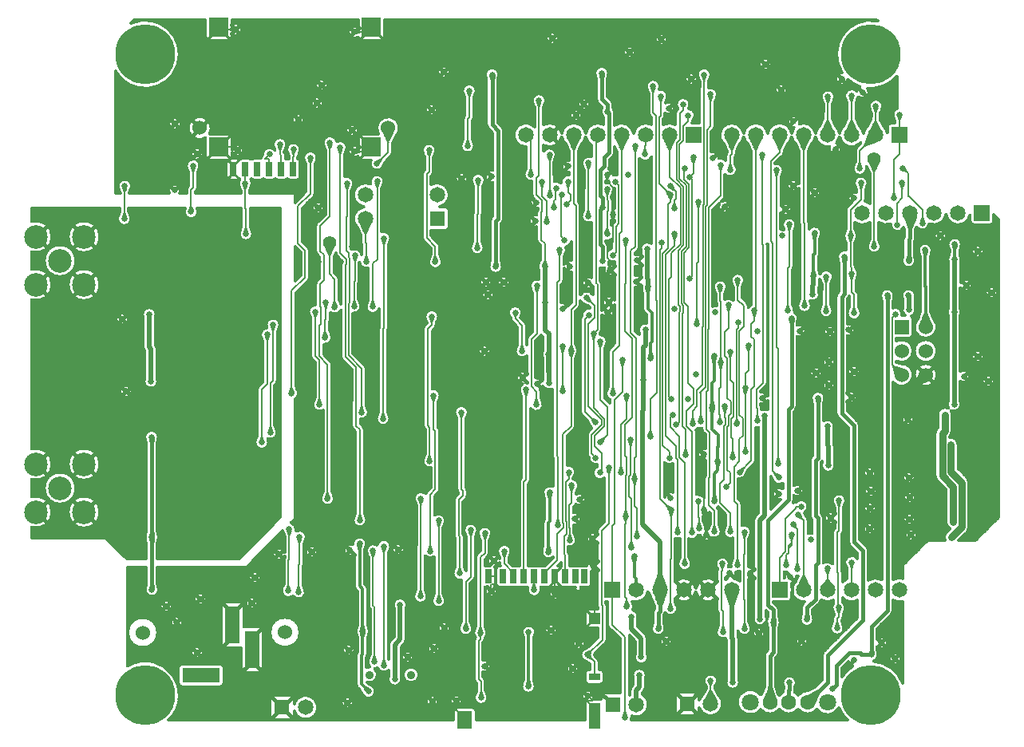
<source format=gbl>
*
%LPD*%
%LNSABOTEN3G-L2*%
%FSLAX25Y25*%
%MOIN*%
%AD*%
%AD*%
%ADD19C,0.25*%
%ADD20R,0.065X0.065*%
%ADD21C,0.065*%
%ADD25R,0.06X0.06*%
%ADD26C,0.06*%
%ADD31R,0.078740157X0.078740157*%
%ADD36C,0.03*%
%ADD38C,0.012*%
%ADD39C,0.015*%
%ADD40C,0.01*%
%ADD41R,0.064959843X0.064959843*%
%ADD42C,0.064959843*%
%ADD43C,0.035*%
%ADD44C,0.006*%
%ADD64C,0.098429921*%
%ADD65C,0.062990157*%
%ADD67C,0.02*%
%ADD68C,0.070870079*%
%ADD69C,0.055*%
%ADD130R,0.157479921X0.059059843*%
%ADD131R,0.059059843X0.157479921*%
%ADD134C,0.026*%
%ADD135R,0.027559843X0.059059843*%
%ADD136R,0.047240157X0.0315*%
%ADD137R,0.047240157X0.047240157*%
%ADD138R,0.047240157X0.110240157*%
%ADD139R,0.062990157X0.0748*%
G54D19*
%SRX1Y1I0.0J0.0*%
G1X365138Y-295716D3*
G1X62075Y-27999D3*
G1X365138Y-27999D3*
G1X62075Y-295716D3*
G54D20*
G1X257075Y-251716D3*
G1X291075Y-61716D3*
G1X327075Y-251716D3*
G1X377075Y-61716D3*
G1X411575Y-94216D3*
G54D21*
G1X267075Y-251716D3*
G1X277075Y-251716D3*
G1X287075Y-251716D3*
G1X297075Y-251716D3*
G1X307075Y-251716D3*
G1X281075Y-61716D3*
G1X271075Y-61716D3*
G1X261075Y-61716D3*
G1X251075Y-61716D3*
G1X241075Y-61716D3*
G1X231075Y-61716D3*
G1X221075Y-61716D3*
G1X337075Y-251716D3*
G1X347075Y-251716D3*
G1X357075Y-251716D3*
G1X367075Y-251716D3*
G1X377075Y-251716D3*
G1X367075Y-61716D3*
G1X357075Y-61716D3*
G1X347075Y-61716D3*
G1X337075Y-61716D3*
G1X327075Y-61716D3*
G1X317075Y-61716D3*
G1X307075Y-61716D3*
G1X401575Y-94216D3*
G1X391575Y-94216D3*
G1X381575Y-94216D3*
G1X371575Y-94216D3*
G1X361575Y-94216D3*
G54D25*
G1X378075Y-141916D3*
G54D26*
G1X163593Y-58816D3*
G1X84853Y-58816D3*
G1X388075Y-141916D3*
G1X378075Y-151916D3*
G1X388075Y-151916D3*
G1X378075Y-161916D3*
G1X388075Y-161916D3*
G1X120475Y-269416D3*
G1X61075Y-269516D3*
G54D31*
G1X92795Y-66716D3*
G1X156575Y-66716D3*
G1X92795Y-16794D3*
G1X156575Y-16794D3*
G1X399575Y-223416D2*
G54D36*
G1X399575Y-208516D1*
G1X394975Y-203916D1*
G1X394975Y-186416D1*
G1X396075Y-185316D1*
G1X396075Y-178516D1*
G1X398875Y-229716D2*
G1X403175Y-225416D1*
G1X403175Y-207016D1*
G1X398575Y-202416D1*
G1X398575Y-191116D1*
G1X153647Y-292388D2*
G54D38*
G1X154675Y-294116D1*
G1X154031Y-292772D1*
G1X155375Y-293416D1*
G1X153647Y-292388D1*
G1X154199Y-293316D2*
G1X154291Y-293316D1*
G1X155166Y-293316D2*
G1X155206Y-293316D1*
G1X154475Y-293779D2*
G1X154475Y-293698D1*
G1X154475Y-292985D2*
G1X154475Y-292880D1*
G1X152875Y-271616D2*
G1X153370Y-269511D1*
G1X152875Y-270916D1*
G1X152380Y-269511D1*
G1X152875Y-271616D1*
G1X152616Y-270516D2*
G1X152734Y-270516D1*
G1X153016Y-270516D2*
G1X153133Y-270516D1*
G1X153275Y-269915D2*
G1X153275Y-269780D1*
G1X152875Y-266416D2*
G1X152380Y-268521D1*
G1X152875Y-267116D1*
G1X153370Y-268521D1*
G1X152875Y-266416D1*
G1X152475Y-268116D2*
G1X152522Y-268116D1*
G1X153227Y-268116D2*
G1X153274Y-268116D1*
G1X152757Y-266916D2*
G1X152992Y-266916D1*
G1X153275Y-268251D2*
G1X153275Y-268117D1*
G1X151675Y-235016D2*
G1X152170Y-232911D1*
G1X151675Y-234316D1*
G1X151180Y-232911D1*
G1X151675Y-235016D1*
G1X151557Y-234516D2*
G1X151792Y-234516D1*
G1X151275Y-233316D2*
G1X151322Y-233316D1*
G1X152027Y-233316D2*
G1X152074Y-233316D1*
G1X152075Y-233315D2*
G1X152075Y-233180D1*
G1X222175Y-289416D2*
G1X221680Y-291521D1*
G1X222175Y-290116D1*
G1X222670Y-291521D1*
G1X222175Y-289416D1*
G1X221822Y-290916D2*
G1X221893Y-290916D1*
G1X222456Y-290916D2*
G1X222527Y-290916D1*
G1X222104Y-289716D2*
G1X222245Y-289716D1*
G1X230475Y-233316D2*
G1X229980Y-235421D1*
G1X230475Y-234016D1*
G1X230970Y-235421D1*
G1X230475Y-233316D1*
G1X230192Y-234516D2*
G1X230298Y-234516D1*
G1X230651Y-234516D2*
G1X230757Y-234516D1*
G1X230475Y-233316D3*
G1X230075Y-235151D2*
G1X230075Y-235017D1*
G1X231075Y-213616D2*
G1X231570Y-211511D1*
G1X231075Y-212916D1*
G1X230580Y-211511D1*
G1X231075Y-213616D1*
G1X230910Y-212916D2*
G1X231075Y-212916D1*
G1X231239Y-212916D1*
G1X230628Y-211716D2*
G1X230652Y-211716D1*
G1X231497Y-211716D2*
G1X231521Y-211716D1*
G1X231275Y-212765D2*
G1X231275Y-212348D1*
G1X299875Y-212116D2*
G1X299380Y-214221D1*
G1X299875Y-212816D1*
G1X300370Y-214221D1*
G1X299875Y-212116D1*
G1X299404Y-214116D2*
G1X299417Y-214116D1*
G1X300333Y-214116D2*
G1X300345Y-214116D1*
G1X299687Y-212916D2*
G1X299839Y-212916D1*
G1X299910Y-212916D2*
G1X300063Y-212916D1*
G1X299675Y-213383D2*
G1X299675Y-212966D1*
G1X301275Y-200016D2*
G1X301717Y-198558D1*
G1X301275Y-199916D1*
G1X300832Y-198558D1*
G1X301275Y-200016D1*
G1X301184Y-199716D2*
G1X301209Y-199716D1*
G1X301340Y-199716D2*
G1X301366Y-199716D1*
G1X300875Y-198699D2*
G1X300875Y-198689D1*
G1X266375Y-240416D2*
G1X266870Y-238311D1*
G1X266375Y-239716D1*
G1X265880Y-238311D1*
G1X266375Y-240416D1*
G1X266116Y-239316D2*
G1X266234Y-239316D1*
G1X266516Y-239316D2*
G1X266633Y-239316D1*
G1X266075Y-239140D2*
G1X266075Y-238864D1*
G1X316536Y-268077D2*
G1X317675Y-269916D1*
G1X317031Y-268572D1*
G1X318375Y-269216D1*
G1X316536Y-268077D1*
G1X317303Y-269316D2*
G1X317387Y-269316D1*
G1X316560Y-268116D2*
G1X316598Y-268116D1*
G1X317675Y-269916D3*
G1X317675Y-268880D2*
G1X317675Y-268782D1*
G1X314675Y-247316D2*
G1X315170Y-245211D1*
G1X314675Y-246616D1*
G1X314180Y-245211D1*
G1X314675Y-247316D1*
G1X314487Y-246516D2*
G1X314639Y-246516D1*
G1X314710Y-246516D2*
G1X314863Y-246516D1*
G1X314204Y-245316D2*
G1X314217Y-245316D1*
G1X315133Y-245316D2*
G1X315145Y-245316D1*
G1X298875Y-178116D2*
G1X299370Y-176011D1*
G1X298875Y-177416D1*
G1X298380Y-176011D1*
G1X298875Y-178116D1*
G1X298875Y-178116D3*
G1X298592Y-176916D2*
G1X298698Y-176916D1*
G1X299051Y-176916D2*
G1X299157Y-176916D1*
G1X298475Y-176415D2*
G1X298475Y-176280D1*
G1X298875Y-172916D2*
G1X298380Y-175021D1*
G1X298875Y-173616D1*
G1X299370Y-175021D1*
G1X298875Y-172916D1*
G1X298498Y-174516D2*
G1X298558Y-174516D1*
G1X299192Y-174516D2*
G1X299251Y-174516D1*
G1X298781Y-173316D2*
G1X298969Y-173316D1*
G1X298475Y-174751D2*
G1X298475Y-174617D1*
G1X299675Y-156716D2*
G1X300170Y-154611D1*
G1X299675Y-156016D1*
G1X299180Y-154611D1*
G1X299675Y-156716D1*
G1X299628Y-156516D2*
G1X299722Y-156516D1*
G1X299345Y-155316D2*
G1X299428Y-155316D1*
G1X299921Y-155316D2*
G1X300004Y-155316D1*
G1X299675Y-156716D2*
G1X299675Y-156016D1*
G1X273275Y-152416D2*
G1X272780Y-154521D1*
G1X273275Y-153116D1*
G1X273770Y-154521D1*
G1X273275Y-152416D1*
G1X272875Y-154116D2*
G1X272922Y-154116D1*
G1X273627Y-154116D2*
G1X273674Y-154116D1*
G1X273157Y-152916D2*
G1X273392Y-152916D1*
G1X273275Y-153116D2*
G1X273275Y-152416D1*
G1X272075Y-127716D2*
G1X272570Y-125611D1*
G1X272075Y-127016D1*
G1X271580Y-125611D1*
G1X272075Y-127716D1*
G1X272075Y-127716D3*
G1X271792Y-126516D2*
G1X271898Y-126516D1*
G1X272251Y-126516D2*
G1X272357Y-126516D1*
G1X272075Y-127716D2*
G1X272075Y-127016D1*
G1X388075Y-135916D2*
G1X386378Y-140219D1*
G1X388075Y-138316D1*
G1X389772Y-140219D1*
G1X388075Y-135916D1*
G1X386576Y-139716D2*
G1X386826Y-139716D1*
G1X389323Y-139716D2*
G1X389573Y-139716D1*
G1X387049Y-138516D2*
G1X387896Y-138516D1*
G1X388253Y-138516D2*
G1X389100Y-138516D1*
G1X387522Y-137316D2*
G1X388627Y-137316D1*
G1X387996Y-136116D2*
G1X388154Y-136116D1*
G1X387275Y-139213D2*
G1X387275Y-137944D1*
G1X388475Y-138764D2*
G1X388475Y-136930D1*
G1X389675Y-140110D2*
G1X389675Y-139972D1*
G1X387875Y-112416D2*
G1X388370Y-110311D1*
G1X387875Y-111716D1*
G1X387380Y-110311D1*
G1X387875Y-112416D1*
G1X387804Y-112116D2*
G1X387945Y-112116D1*
G1X387522Y-110916D2*
G1X387593Y-110916D1*
G1X388156Y-110916D2*
G1X388227Y-110916D1*
G1X341175Y-118216D2*
G1X340680Y-120321D1*
G1X341175Y-118916D1*
G1X341670Y-120321D1*
G1X341175Y-118216D1*
G1X340916Y-119316D2*
G1X341034Y-119316D1*
G1X341316Y-119316D2*
G1X341433Y-119316D1*
G1X341675Y-105216D2*
G1X342170Y-103111D1*
G1X341675Y-104516D1*
G1X341180Y-103111D1*
G1X341675Y-105216D1*
G1X341604Y-104916D2*
G1X341745Y-104916D1*
G1X341322Y-103716D2*
G1X341393Y-103716D1*
G1X341956Y-103716D2*
G1X342027Y-103716D1*
G1X341675Y-105216D2*
G1X341675Y-104516D1*
G1X400175Y-109516D2*
G1X400649Y-107930D1*
G1X400175Y-109316D1*
G1X399700Y-107930D1*
G1X400175Y-109516D1*
G1X399875Y-108516D2*
G1X399901Y-108516D1*
G1X400449Y-108516D2*
G1X400474Y-108516D1*
G1X400475Y-108514D2*
G1X400475Y-108440D1*
G1X155375Y-294116D2*
G1X152375Y-291116D1*
G1X152375Y-279016D1*
G1X152875Y-278516D1*
G1X152875Y-269016D1*
G1X152875Y-251316D1*
G1X151675Y-250116D1*
G1X151675Y-232416D1*
G1X222175Y-292016D2*
G1X222175Y-272416D1*
G1X222275Y-272316D1*
G1X222275Y-269316D1*
G1X230475Y-235916D2*
G1X230475Y-223716D1*
G1X231075Y-223116D1*
G1X231075Y-211016D1*
G1X299875Y-214716D2*
G1X299875Y-203216D1*
G1X301275Y-201816D1*
G1X301275Y-198016D1*
G1X267075Y-251716D2*
G1X267075Y-247016D1*
G1X266375Y-246316D1*
G1X266375Y-237816D1*
G1X336175Y-273016D2*
G1X336175Y-270316D1*
G1X332375Y-266516D1*
G1X332375Y-249616D1*
G1X333575Y-248416D1*
G1X333575Y-248316D1*
G1X331575Y-246316D1*
G1X318375Y-269916D2*
G1X314675Y-266216D1*
G1X314675Y-244716D1*
G1X301275Y-197816D2*
G1X301275Y-192016D1*
G1X301375Y-191916D1*
G1X301375Y-187116D1*
G1X298875Y-184616D1*
G1X298875Y-175516D1*
G1X298875Y-165216D1*
G1X299675Y-164416D1*
G1X299675Y-154116D1*
G1X273275Y-155016D2*
G1X273275Y-148516D1*
G1X273675Y-148116D1*
G1X273675Y-135916D1*
G1X272075Y-134316D1*
G1X272075Y-125116D1*
G1X388075Y-141916D2*
G1X388075Y-125116D1*
G1X387875Y-124916D1*
G1X387875Y-109816D1*
G1X341175Y-120816D2*
G1X341175Y-111716D1*
G1X341675Y-111216D1*
G1X341675Y-102616D1*
G1X400075Y-113716D2*
G1X400075Y-111416D1*
G1X400175Y-111316D1*
G1X400175Y-107416D1*
G1X56675Y-168816D2*
G75*
G3X56675Y-168816I-2600J0D1*
G1X55075Y-138616D2*
G3X55075Y-138616I-2600J0D1*
G1X43296Y-219216D2*
G3X43296Y-219216I-6721J0D1*
G1X33296Y-209216D2*
G3X33296Y-209216I-6721J0D1*
G1X43296Y-199216D2*
G3X43296Y-199216I-6721J0D1*
G1X43296Y-124216D2*
G3X43296Y-124216I-6721J0D1*
G1X33296Y-114216D2*
G3X33296Y-114216I-6721J0D1*
G1X43296Y-104216D2*
G3X43296Y-104216I-6721J0D1*
G1X416775Y-164516D2*
G3X416775Y-164516I-2600J0D1*
G1X418075Y-127516D2*
G3X418075Y-127516I-2600J0D1*
G1X412375Y-154216D2*
G3X412375Y-154216I-2600J0D1*
G1X412375Y-110316D2*
G3X412375Y-110316I-2600J0D1*
G1X384475Y-228716D2*
G3X384475Y-228716I-2600J0D1*
G1X383775Y-222216D2*
G3X383775Y-222216I-2600J0D1*
G1X383975Y-213016D2*
G3X383975Y-213016I-2600J0D1*
G1X383675Y-204916D2*
G3X383675Y-204916I-2600J0D1*
G1X392875Y-161916D2*
G3X392875Y-161916I-4800J0D1*
G1X392875Y-151916D2*
G3X392875Y-151916I-4800J0D1*
G1X396775Y-103716D2*
G3X396775Y-103716I-2600J0D1*
G1X383175Y-180416D2*
G3X383175Y-180416I-2600J0D1*
G1X367175Y-226216D2*
G3X367175Y-226216I-2600J0D1*
G1X367375Y-217616D2*
G3X367375Y-217616I-2600J0D1*
G1X367675Y-210516D2*
G3X367675Y-210516I-2600J0D1*
G1X367275Y-202916D2*
G3X367275Y-202916I-2600J0D1*
G1X360675Y-160516D2*
G3X360675Y-160516I-2600J0D1*
G1X330275Y-42916D2*
G3X330275Y-42916I-2600J0D1*
G1X323675Y-32216D2*
G3X323675Y-32216I-2600J0D1*
G1X292675Y-38316D2*
G3X292675Y-38316I-2600J0D1*
G1X280175Y-21716D2*
G3X280175Y-21716I-2600J0D1*
G1X266975Y-27116D2*
G3X266975Y-27116I-2600J0D1*
G1X244575Y-53416D2*
G3X244575Y-53416I-2600J0D1*
G1X247875Y-48716D2*
G3X247875Y-48716I-2600J0D1*
G1X234675Y-21316D2*
G3X234675Y-21316I-2600J0D1*
G1X214375Y-123216D2*
G3X214375Y-123216I-2600J0D1*
G1X206375Y-152016D2*
G3X206375Y-152016I-2600J0D1*
G1X207775Y-128416D2*
G3X207775Y-128416I-2600J0D1*
G1X206975Y-123216D2*
G3X206975Y-123216I-2600J0D1*
G1X196775Y-79916D2*
G3X196775Y-79916I-2600J0D1*
G1X184575Y-298316D2*
G3X184575Y-298316I-2600J0D1*
G1X185175Y-276116D2*
G3X185175Y-276116I-2600J0D1*
G1X189575Y-267616D2*
G3X189575Y-267616I-2600J0D1*
G1X184275Y-51216D2*
G3X184275Y-51216I-2600J0D1*
G1X189375Y-35416D2*
G3X189375Y-35416I-2600J0D1*
G1X170375Y-234916D2*
G3X170375Y-234916I-2600J0D1*
G1X151075Y-59716D2*
G3X151075Y-59716I-2600J0D1*
G1X136475Y-48316D2*
G3X136475Y-48316I-2600J0D1*
G1X138375Y-40916D2*
G3X138375Y-40916I-2600J0D1*
G1X128575Y-55316D2*
G3X128575Y-55316I-2600J0D1*
G1X77075Y-57016D2*
G3X77075Y-57016I-2600J0D1*
G1X126799Y-269416D2*
G3X126799Y-269416I-6324J0D1*
G1X109175Y-257216D2*
G3X109175Y-257216I-2600J0D1*
G1X110475Y-246516D2*
G3X110475Y-246516I-2600J0D1*
G1X86375Y-277916D2*
G3X86375Y-277916I-2600J0D1*
G1X87675Y-255516D2*
G3X87675Y-255516I-2600J0D1*
G1X77875Y-265316D2*
G3X77875Y-265316I-2600J0D1*
G1X73475Y-258516D2*
G3X73475Y-258516I-2600J0D1*
G1X67399Y-269516D2*
G3X67399Y-269516I-6324J0D1*
G1X134175Y-235816D2*
G3X134175Y-235816I-2600J0D1*
G1X136875Y-92116D2*
G3X136875Y-92116I-2600J0D1*
G1X149075Y-298916D2*
G3X149075Y-298916I-2600J0D1*
G1X149675Y-276916D2*
G3X149675Y-276916I-2600J0D1*
G1X176486Y-287173D2*
G3X176486Y-287173I-3350J0D1*
G1X174275Y-279816D2*
G3X174275Y-279816I-2600J0D1*
G1X194575Y-298116D2*
G3X194575Y-298116I-2600J0D1*
G1X234075Y-268516D2*
G3X234075Y-268516I-2600J0D1*
G1X235875Y-253416D2*
G3X235875Y-253416I-2600J0D1*
G1X243175Y-284516D2*
G3X243175Y-284516I-2600J0D1*
G1X245775Y-274016D2*
G3X245775Y-274016I-2600J0D1*
G1X338775Y-273016D2*
G3X338775Y-273016I-2600J0D1*
G1X320975Y-269916D2*
G3X320975Y-269916I-2600J0D1*
G1X282175Y-273116D2*
G3X282175Y-273116I-2600J0D1*
G1X350175Y-166216D2*
G3X350175Y-166216I-2600J0D1*
G1X350175Y-156416D2*
G3X350175Y-156416I-2600J0D1*
G1X350575Y-143816D2*
G3X350575Y-143816I-2600J0D1*
G1X344775Y-161116D2*
G3X344775Y-161116I-2600J0D1*
G1X377875Y-280416D2*
G3X377875Y-280416I-2600J0D1*
G74*
G1X118475Y-221467D2*
G1X118475Y-92316D1*
G1X106051Y-92316D1*
G1X106075Y-92616D2*
G75*
G3X106051Y-92316I-1900J-1D1*
G74*
G1X106075Y-92616D2*
G1X106075Y-100072D1*
G1X106556Y-101360D1*
G1X101794Y-101360D2*
G75*
G3X106556Y-101360I2381J-1656D1*
G74*
G1X101794Y-101360D2*
G1X102275Y-100072D1*
G1X102275Y-93340D1*
G1X101975Y-92316D2*
G75*
G3X102275Y-93340I1900J1D1*
G74*
G1X101975Y-92316D2*
G1X83757Y-92316D1*
G1X78793Y-92316D2*
G75*
G3X83757Y-92316I2482J-1500D1*
G74*
G1X78793Y-92316D2*
G1X55275Y-92316D1*
G1X55275Y-93772D1*
G1X55756Y-95060D1*
G1X50994Y-95060D2*
G75*
G3X55756Y-95060I2381J-1656D1*
G74*
G1X50994Y-95060D2*
G1X51475Y-93772D1*
G1X51475Y-92316D1*
G1X14875Y-92316D1*
G75*
G3X14675Y-92587I8115J-6198D1*
G74*
G1X14675Y-97769D1*
G1X14675Y-110663D2*
G75*
G3X14675Y-97769I1900J6447D1*
G74*
G1X14675Y-110663D2*
G1X14675Y-117769D1*
G1X14675Y-130663D2*
G75*
G3X14675Y-117769I1900J6447D1*
G74*
G1X14675Y-130663D2*
G1X14675Y-192769D1*
G1X14675Y-205663D2*
G75*
G3X14675Y-192769I1900J6447D1*
G74*
G1X14675Y-205663D2*
G1X14675Y-212769D1*
G1X14675Y-225663D2*
G75*
G3X14675Y-212769I1900J6447D1*
G74*
G1X14675Y-225663D2*
G1X14675Y-229866D1*
G1X45573Y-229866D1*
G1X54323Y-238616D1*
G1X62525Y-238616D1*
G1X62525Y-232421D1*
G1X62247Y-230843D1*
G1X62247Y-228388D2*
G75*
G3X62247Y-230843I2628J-1227D1*
G74*
G1X62247Y-228388D2*
G1X62525Y-226811D1*
G1X62525Y-209394D1*
G1X62425Y-208716D2*
G75*
G3X62525Y-209394I2350J0D1*
G74*
G1X62425Y-208716D2*
G1X62425Y-190721D1*
G1X62147Y-189143D1*
G1X67402Y-189143D2*
G75*
G3X62148Y-189142I-2627J1227D1*
G74*
G1X67402Y-189143D2*
G1X67125Y-190721D1*
G1X67125Y-208137D1*
G1X67225Y-208816D2*
G75*
G3X67125Y-208137I-2350J1D1*
G74*
G1X67225Y-208816D2*
G1X67225Y-226811D1*
G1X67502Y-228388D1*
G1X67502Y-230843D2*
G75*
G3X67502Y-228388I-2627J1228D1*
G74*
G1X67502Y-230843D2*
G1X67225Y-232421D1*
G1X67225Y-238616D1*
G1X101326Y-238616D1*
G1X118475Y-221467D1*
G1X418475Y-221467D2*
G1X418475Y-96964D1*
G1X416625Y-95114D1*
G1X416625Y-97466D1*
G1X414825Y-99266D2*
G75*
G3X416625Y-97466I0J1800D1*
G74*
G1X414825Y-99266D2*
G1X408325Y-99266D1*
G1X406525Y-97466D2*
G75*
G3X408325Y-99266I1800J0D1*
G74*
G1X406525Y-97466D2*
G1X406525Y-95216D1*
G1X396575Y-94925D2*
G75*
G3X406525Y-95216I5000J709D1*
G1X389565Y-98849D2*
G3X396575Y-94925I2010J4633D1*
G1X384265Y-100229D2*
G3X389565Y-98849I2410J1613D1*
G74*
G1X384265Y-100229D2*
G1X383925Y-101140D1*
G1X383925Y-104816D1*
G1X383325Y-106384D2*
G75*
G3X383925Y-104816I-1750J1568D1*
G74*
G1X383325Y-106384D2*
G1X383325Y-111411D1*
G1X383602Y-112988D1*
G1X378347Y-112988D2*
G75*
G3X383603Y-112987I2628J-1228D1*
G74*
G1X378347Y-112988D2*
G1X378625Y-111411D1*
G1X378625Y-105416D1*
G1X379225Y-103847D2*
G75*
G3X378625Y-105416I1750J-1569D1*
G74*
G1X379225Y-103847D2*
G1X379225Y-101140D1*
G1X378936Y-100368D1*
G1X373389Y-98929D2*
G75*
G3X378936Y-100368I2886J-287D1*
G1X368475Y-98202D2*
G3X373389Y-98929I3100J3986D1*
G74*
G1X368475Y-98202D2*
G1X368475Y-105272D1*
G1X368956Y-106560D1*
G1X364194Y-106560D2*
G75*
G3X368956Y-106560I2381J-1656D1*
G74*
G1X364194Y-106560D2*
G1X364675Y-105272D1*
G1X364675Y-98202D1*
G1X358575Y-98278D2*
G75*
G3X364675Y-98202I3000J4062D1*
G74*
G1X358575Y-98278D2*
G1X358575Y-100872D1*
G1X359056Y-102160D1*
G1X359056Y-105471D2*
G75*
G3X359056Y-102160I-2381J1656D1*
G74*
G1X359056Y-105471D2*
G1X358575Y-106759D1*
G1X358575Y-116049D1*
G1X358975Y-117216D2*
G75*
G3X358575Y-116049I-1900J1D1*
G74*
G1X358975Y-117216D2*
G1X358975Y-117425D1*
G1X359456Y-121271D2*
G75*
G3X358975Y-117425I-2381J1655D1*
G74*
G1X359456Y-121271D2*
G1X358975Y-122559D1*
G1X358975Y-126529D1*
G1X359518Y-127072D1*
G1X360075Y-128416D2*
G75*
G3X359518Y-127072I-1900J0D1*
G74*
G1X360075Y-128416D2*
G1X360075Y-133172D1*
G1X360556Y-134460D1*
G1X355325Y-136652D2*
G75*
G3X360556Y-134460I2850J536D1*
G74*
G1X355325Y-136652D2*
G1X355325Y-140574D1*
G1X355325Y-145657D2*
G75*
G3X355326Y-140575I550J2541D1*
G74*
G1X355325Y-145657D2*
G1X355325Y-169393D1*
G1X355325Y-173239D2*
G75*
G3X355325Y-169393I1750J1923D1*
G74*
G1X355325Y-173239D2*
G1X355325Y-176942D1*
G1X359836Y-181454D1*
G1X360525Y-183116D2*
G75*
G3X359836Y-181454I-2350J0D1*
G74*
G1X360525Y-183116D2*
G1X360525Y-230742D1*
G1X363536Y-233754D1*
G1X364225Y-235416D2*
G75*
G3X363536Y-233754I-2350J0D1*
G74*
G1X364225Y-235416D2*
G1X364225Y-247547D1*
G1X369725Y-247417D2*
G75*
G3X364225Y-247547I-2650J-4299D1*
G74*
G1X369725Y-247417D2*
G1X369725Y-131521D1*
G1X369447Y-129943D1*
G1X374702Y-129943D2*
G75*
G3X369448Y-129942I-2627J1227D1*
G74*
G1X374702Y-129943D2*
G1X374425Y-131521D1*
G1X374425Y-133876D1*
G1X378231Y-137116D2*
G75*
G3X374425Y-133876I-2856J500D1*
G74*
G1X378231Y-137116D2*
G1X379447Y-137116D1*
G1X378475Y-133431D2*
G75*
G3X379447Y-137116I2600J-1285D1*
G74*
G1X378475Y-133431D2*
G1X378475Y-130344D1*
G1X383675Y-129471D2*
G75*
G3X378475Y-130344I-2800J755D1*
G74*
G1X383675Y-129471D2*
G1X383675Y-133431D1*
G1X382093Y-137431D2*
G75*
G3X383675Y-133431I-1018J2715D1*
G1X382875Y-138916D2*
G3X382093Y-137431I-1800J0D1*
G74*
G1X382875Y-138916D2*
G1X382875Y-144916D1*
G1X381075Y-146716D2*
G75*
G3X382875Y-144916I0J1800D1*
G74*
G1X381075Y-146716D2*
G1X375875Y-146716D1*
G1X375875Y-147649D1*
G1X375875Y-156182D2*
G75*
G3X375876Y-147649I2200J4266D1*
G74*
G1X375875Y-156182D2*
G1X375875Y-156789D1*
G1X377484Y-157152D1*
G1X374425Y-165033D2*
G75*
G3X377484Y-157152I3650J3117D1*
G74*
G1X374425Y-165033D2*
G1X374425Y-247417D1*
G1X378475Y-246864D2*
G75*
G3X374425Y-247417I-1400J-4852D1*
G74*
G1X378475Y-246864D2*
G1X378475Y-241467D1*
G1X388826Y-231116D1*
G1X396109Y-231116D1*
G1X396683Y-227524D2*
G75*
G3X396109Y-231116I2192J-2192D1*
G74*
G1X396683Y-227524D2*
G1X398077Y-226130D1*
G1X396475Y-223416D2*
G75*
G3X398077Y-226130I3100J0D1*
G74*
G1X396475Y-223416D2*
G1X396475Y-209800D1*
G1X392783Y-206108D1*
G1X391875Y-203916D2*
G75*
G3X392783Y-206108I3100J0D1*
G74*
G1X391875Y-203916D2*
G1X391875Y-186416D1*
G1X392783Y-184224D2*
G75*
G3X391875Y-186416I2192J-2192D1*
G74*
G1X392783Y-184224D2*
G1X392975Y-184032D1*
G1X392975Y-178516D1*
G1X397533Y-175780D2*
G75*
G3X392975Y-178516I-1458J-2736D1*
G1X397375Y-172931D2*
G3X397533Y-175780I2600J-1285D1*
G74*
G1X397375Y-172931D2*
G1X397375Y-137000D1*
G1X397375Y-134431D2*
G75*
G3X397375Y-137000I2600J-1284D1*
G74*
G1X397375Y-134431D2*
G1X397375Y-124716D1*
G1X397475Y-124002D2*
G75*
G3X397375Y-124716I2500J-714D1*
G74*
G1X397475Y-124001D2*
G1X397475Y-115000D1*
G1X397875Y-111826D2*
G75*
G3X397475Y-115000I2200J-1889D1*
G74*
G1X397875Y-111826D2*
G1X397875Y-111416D1*
G1X397975Y-110760D2*
G75*
G3X397875Y-111416I2100J-656D1*
G74*
G1X397975Y-110760D2*
G1X397975Y-109838D1*
G1X397704Y-108935D1*
G1X402645Y-108935D2*
G75*
G3X397705Y-108934I-2470J1519D1*
G74*
G1X402645Y-108935D2*
G1X402375Y-109838D1*
G1X402375Y-111316D1*
G1X402306Y-111863D2*
G75*
G3X402375Y-111316I-2131J547D1*
G1X402675Y-115000D2*
G3X402306Y-111863I-2600J1284D1*
G74*
G1X402675Y-115000D2*
G1X402675Y-123303D1*
G1X402575Y-125516D2*
G75*
G3X402676Y-123303I2400J1000D1*
G74*
G1X402575Y-125516D2*
G1X402575Y-134431D1*
G1X402575Y-137000D2*
G75*
G3X402575Y-134431I-2600J1285D1*
G74*
G1X402575Y-137000D2*
G1X402575Y-160325D1*
G1X402575Y-164707D2*
G75*
G3X402575Y-160325I1400J2191D1*
G74*
G1X402575Y-164707D2*
G1X402575Y-172931D1*
G1X398655Y-176798D2*
G75*
G3X402575Y-172931I1320J2582D1*
G1X399175Y-178516D2*
G3X398655Y-176798I-3100J-1D1*
G74*
G1X399175Y-178516D2*
G1X399175Y-185316D1*
G1X398267Y-187508D2*
G75*
G3X399175Y-185316I-2192J2192D1*
G74*
G1X398267Y-187508D2*
G1X398075Y-187700D1*
G1X398075Y-188056D1*
G1X401675Y-191116D2*
G75*
G3X398075Y-188056I-3100J0D1*
G74*
G1X401675Y-191116D2*
G1X401675Y-201132D1*
G1X405367Y-204824D1*
G1X406275Y-207016D2*
G75*
G3X405367Y-204824I-3100J0D1*
G74*
G1X406275Y-207016D2*
G1X406275Y-225416D1*
G1X405367Y-227608D2*
G75*
G3X406275Y-225416I-2192J2192D1*
G74*
G1X405367Y-227608D2*
G1X401859Y-231116D1*
G1X408826Y-231116D1*
G1X418475Y-221467D1*
G1X375975Y-50576D2*
G1X375975Y-37329D1*
G1X363756Y-42232D2*
G75*
G3X375975Y-37329I1382J14233D1*
G1X359941Y-45759D2*
G3X363756Y-42232I1834J1843D1*
G1X359456Y-46971D2*
G3X359941Y-45759I-2381J1656D1*
G74*
G1X359456Y-46971D2*
G1X358975Y-48259D1*
G1X358975Y-54789D1*
G1X360490Y-57996D1*
G1X362075Y-61007D2*
G75*
G3X360490Y-57996I-5000J-709D1*
G1X363729Y-57933D2*
G3X362075Y-61007I3346J-3782D1*
G74*
G1X363729Y-57933D2*
G1X365175Y-55151D1*
G1X365175Y-54716D1*
G1X365375Y-53867D2*
G75*
G3X365175Y-54716I1700J-849D1*
G74*
G1X365375Y-53867D2*
G1X365375Y-52559D1*
G1X364894Y-51271D1*
G1X369656Y-51271D2*
G75*
G3X364894Y-51271I-2381J1655D1*
G74*
G1X369656Y-51271D2*
G1X369175Y-52559D1*
G1X369175Y-54516D1*
G1X369026Y-55251D2*
G75*
G3X369175Y-54516I-1751J737D1*
G74*
G1X369026Y-55251D2*
G1X370420Y-57933D1*
G1X372025Y-60715D2*
G75*
G3X370420Y-57933I-4950J-1002D1*
G74*
G1X372025Y-60715D2*
G1X372025Y-58466D1*
G1X373825Y-56666D2*
G75*
G3X372025Y-58466I0J-1800D1*
G74*
G1X373825Y-56666D2*
G1X375175Y-56666D1*
G1X375175Y-56516D1*
G1X375272Y-55914D2*
G75*
G3X375175Y-56516I1803J-599D1*
G74*
G1X375272Y-55914D2*
G1X374836Y-54931D1*
G1X375975Y-50576D2*
G75*
G3X374836Y-54931I1200J-2640D1*
G1X367999Y-13988D2*
G3X353100Y-35719I-2861J-14011D1*
G74*
G1X367999Y-13988D2*
G1X367576Y-13566D1*
G1X162112Y-13566D1*
G1X162112Y-20731D1*
G1X160512Y-22331D2*
G75*
G3X162112Y-20731I0J1600D1*
G74*
G1X160512Y-22331D2*
G1X152638Y-22331D1*
G1X151039Y-20793D2*
G75*
G3X152638Y-22331I1599J62D1*
G1X151038Y-16638D2*
G3X151039Y-20793I-1563J-2078D1*
G74*
G1X151038Y-16638D2*
G1X151038Y-13566D1*
G1X98332Y-13566D1*
G1X98332Y-15523D1*
G1X98332Y-19709D2*
G75*
G3X98332Y-15523I1543J2093D1*
G74*
G1X98332Y-19709D2*
G1X98332Y-20731D1*
G1X96732Y-22331D2*
G75*
G3X98332Y-20731I0J1600D1*
G74*
G1X96732Y-22331D2*
G1X88858Y-22331D1*
G1X87258Y-20731D2*
G75*
G3X88858Y-22331I1600J0D1*
G74*
G1X87258Y-20731D2*
G1X87258Y-13566D1*
G1X57535Y-13566D1*
G1X56246Y-14941D1*
G1X49675Y-35122D2*
G75*
G3X56246Y-14940I12400J7123D1*
G74*
G1X49675Y-35122D2*
G1X49675Y-86116D1*
G1X51675Y-86116D1*
G1X51675Y-85959D1*
G1X51194Y-84671D1*
G1X55956Y-84671D2*
G75*
G3X51194Y-84671I-2381J1655D1*
G74*
G1X55956Y-84671D2*
G1X55475Y-85959D1*
G1X55475Y-86116D1*
G1X72123Y-86116D1*
G1X76626Y-86116D2*
G75*
G3X72124Y-86115I-2251J1300D1*
G74*
G1X76626Y-86116D2*
G1X79375Y-86116D1*
G1X79375Y-84616D1*
G1X79931Y-83272D2*
G75*
G3X79375Y-84616I1344J-1343D1*
G74*
G1X79931Y-83272D2*
G1X80175Y-83029D1*
G1X80175Y-77559D1*
G1X79694Y-76271D1*
G1X82423Y-71737D2*
G75*
G3X79694Y-76271I-348J-2879D1*
G1X83524Y-72104D2*
G3X82423Y-71737I251J2588D1*
G1X84456Y-76271D2*
G3X83524Y-72104I-2381J1655D1*
G74*
G1X84456Y-76271D2*
G1X83975Y-77559D1*
G1X83975Y-83816D1*
G1X83418Y-85159D2*
G75*
G3X83975Y-83816I-1343J1344D1*
G74*
G1X83418Y-85159D2*
G1X83175Y-85403D1*
G1X83175Y-86116D1*
G1X101975Y-86116D1*
G1X101975Y-84859D1*
G1X101494Y-83571D1*
G1X101559Y-80170D2*
G75*
G3X101494Y-83571I2316J-1745D1*
G1X101437Y-80061D2*
G3X101559Y-80170I1126J1137D1*
G1X100315Y-80520D2*
G3X101437Y-80061I0J1600D1*
G74*
G1X100315Y-80520D2*
G1X97559Y-80520D1*
G1X95959Y-78920D2*
G75*
G3X97559Y-80520I1600J0D1*
G74*
G1X95959Y-78920D2*
G1X95959Y-73015D1*
G1X96152Y-72253D2*
G75*
G3X95959Y-73015I1407J-762D1*
G74*
G1X96152Y-72253D2*
G1X88858Y-72253D1*
G1X87258Y-70653D2*
G75*
G3X88858Y-72253I1600J0D1*
G74*
G1X87258Y-70653D2*
G1X87258Y-62969D1*
G1X89031Y-61179D2*
G75*
G3X87259Y-62969I-4178J2363D1*
G74*
G1X89031Y-61179D2*
G1X96732Y-61179D1*
G1X98332Y-62779D2*
G75*
G3X96732Y-61179I-1600J0D1*
G74*
G1X98332Y-62779D2*
G1X98332Y-66887D1*
G1X98332Y-69144D2*
G75*
G3X98333Y-66887I2343J1128D1*
G74*
G1X98332Y-69144D2*
G1X98332Y-70653D1*
G1X98139Y-71415D2*
G75*
G3X98332Y-70653I-1407J762D1*
G74*
G1X98139Y-71415D2*
G1X100315Y-71415D1*
G1X101437Y-71874D2*
G75*
G3X100315Y-71415I-1122J-1141D1*
G1X102559Y-71415D2*
G3X101437Y-71874I0J-1600D1*
G74*
G1X102559Y-71415D2*
G1X105315Y-71415D1*
G1X106437Y-71874D2*
G75*
G3X105315Y-71415I-1122J-1141D1*
G1X107559Y-71415D2*
G3X106437Y-71874I0J-1600D1*
G74*
G1X107559Y-71415D2*
G1X110315Y-71415D1*
G1X110377Y-71416D2*
G1X110315Y-71415D1*
G1X110931Y-70172D2*
G75*
G3X110377Y-71416I1344J-1344D1*
G74*
G1X110931Y-70172D2*
G1X111082Y-70021D1*
G1X116293Y-68074D2*
G75*
G3X111082Y-70021I-2318J-1742D1*
G74*
G1X116293Y-68074D2*
G1X115994Y-67271D1*
G1X120756Y-67271D2*
G75*
G3X115994Y-67271I-2381J1655D1*
G74*
G1X120756Y-67271D2*
G1X120275Y-68559D1*
G1X120275Y-68829D1*
G1X120280Y-68834D1*
G1X120837Y-70178D2*
G75*
G3X120280Y-68834I-1900J0D1*
G74*
G1X120837Y-70178D2*
G1X120837Y-71502D1*
G1X121437Y-71874D2*
G75*
G3X120837Y-71502I-1123J-1141D1*
G1X122037Y-71502D2*
G3X121437Y-71874I523J-1513D1*
G74*
G1X122037Y-71502D2*
G1X122037Y-70853D1*
G1X122149Y-70210D2*
G75*
G3X122037Y-70853I1788J-643D1*
G74*
G1X122149Y-70210D2*
G1X121809Y-69526D1*
G1X126340Y-69526D2*
G75*
G3X121810Y-69525I-2265J1810D1*
G74*
G1X126340Y-69526D2*
G1X125975Y-70262D1*
G1X125975Y-70716D1*
G1X125837Y-71426D2*
G75*
G3X125975Y-70716I-1762J711D1*
G74*
G1X125837Y-71426D2*
G1X125837Y-71502D1*
G1X126915Y-73015D2*
G75*
G3X125837Y-71502I-1600J0D1*
G74*
G1X126915Y-73015D2*
G1X126915Y-78920D1*
G1X125315Y-80520D2*
G75*
G3X126915Y-78920I0J1600D1*
G74*
G1X125315Y-80520D2*
G1X122559Y-80520D1*
G1X121437Y-80061D2*
G75*
G3X122559Y-80520I1122J1141D1*
G1X120315Y-80520D2*
G3X121437Y-80061I0J1600D1*
G74*
G1X120315Y-80520D2*
G1X117559Y-80520D1*
G1X116437Y-80061D2*
G75*
G3X117559Y-80520I1122J1141D1*
G1X115315Y-80520D2*
G3X116437Y-80061I0J1600D1*
G74*
G1X115315Y-80520D2*
G1X112559Y-80520D1*
G1X111437Y-80061D2*
G75*
G3X112559Y-80520I1122J1141D1*
G1X110315Y-80520D2*
G3X111437Y-80061I0J1600D1*
G74*
G1X110315Y-80520D2*
G1X107559Y-80520D1*
G1X106437Y-80061D2*
G75*
G3X107559Y-80520I1122J1141D1*
G1X106234Y-80230D2*
G3X106437Y-80061I-919J1310D1*
G1X106256Y-83571D2*
G3X106234Y-80230I-2381J1655D1*
G74*
G1X106256Y-83571D2*
G1X105775Y-84859D1*
G1X105775Y-86116D1*
G1X124675Y-86116D1*
G1X124675Y-89929D1*
G1X129175Y-85429D1*
G1X129175Y-74159D1*
G1X128694Y-72871D1*
G1X133456Y-72871D2*
G75*
G3X128694Y-72871I-2381J1655D1*
G74*
G1X133456Y-72871D2*
G1X132975Y-74159D1*
G1X132975Y-86216D1*
G1X132418Y-87559D2*
G75*
G3X132975Y-86216I-1343J1344D1*
G74*
G1X132418Y-87559D2*
G1X127775Y-92203D1*
G1X127775Y-106129D1*
G1X130218Y-108572D1*
G1X130775Y-109916D2*
G75*
G3X130218Y-108572I-1900J0D1*
G74*
G1X130775Y-109916D2*
G1X130775Y-121216D1*
G1X130218Y-122559D2*
G75*
G3X130775Y-121216I-1343J1344D1*
G74*
G1X130218Y-122559D2*
G1X125175Y-127603D1*
G1X125175Y-166672D1*
G1X125656Y-167960D1*
G1X124675Y-172155D2*
G75*
G3X125656Y-167960I-1400J2540D1*
G74*
G1X124675Y-172155D2*
G1X124675Y-221964D1*
G1X123025Y-223614D1*
G1X125086Y-227127D2*
G75*
G3X123025Y-223614I-2811J712D1*
G1X128956Y-231271D2*
G3X125086Y-227127I-2381J1655D1*
G74*
G1X128956Y-231271D2*
G1X128475Y-232559D1*
G1X128475Y-240916D1*
G1X128075Y-242082D2*
G75*
G3X128475Y-240916I-1500J1166D1*
G74*
G1X128075Y-242082D2*
G1X128075Y-249772D1*
G1X128556Y-251060D1*
G1X123759Y-254320D2*
G75*
G3X128556Y-251060I2416J1604D1*
G1X119494Y-250460D2*
G3X123759Y-254320I2381J-1656D1*
G74*
G1X119494Y-250460D2*
G1X119975Y-249172D1*
G1X119975Y-239416D1*
G1X120375Y-238249D2*
G75*
G3X119975Y-239416I1500J-1166D1*
G74*
G1X120375Y-238249D2*
G1X120375Y-237530D1*
G1X120375Y-236101D2*
G75*
G3X120376Y-237530I-2500J-715D1*
G74*
G1X120375Y-236101D2*
G1X120375Y-229359D1*
G1X119894Y-228071D1*
G1X119473Y-227166D2*
G75*
G3X119894Y-228071I2801J752D1*
G74*
G1X119473Y-227166D2*
G1X104323Y-242316D1*
G1X67225Y-242316D1*
G1X67225Y-248811D1*
G1X67502Y-250388D1*
G1X62247Y-250388D2*
G75*
G3X67503Y-250387I2628J-1228D1*
G74*
G1X62247Y-250388D2*
G1X62525Y-248811D1*
G1X62525Y-242316D1*
G1X54675Y-242316D1*
G1X54675Y-283479D1*
G1X71889Y-306116D2*
G75*
G3X54675Y-283479I-9814J10401D1*
G74*
G1X71889Y-306116D2*
G1X190880Y-306116D1*
G1X190880Y-302424D1*
G1X192480Y-300824D2*
G75*
G3X190880Y-302424I0J-1600D1*
G74*
G1X192480Y-300824D2*
G1X198779Y-300824D1*
G1X200379Y-302424D2*
G75*
G3X198779Y-300824I-1600J0D1*
G74*
G1X200379Y-302424D2*
G1X200379Y-306116D1*
G1X245801Y-306116D1*
G1X245801Y-298881D1*
G1X245869Y-298419D2*
G75*
G3X245801Y-298881I1532J-461D1*
G1X249399Y-297281D2*
G3X245869Y-298419I-2324J1165D1*
G74*
G1X249399Y-297281D2*
G1X252126Y-297281D1*
G1X252327Y-297294D2*
G75*
G3X252126Y-297281I-204J-1587D1*
G74*
G1X252327Y-297294D2*
G1X252327Y-296468D1*
G1X254127Y-294668D2*
G75*
G3X252327Y-296468I0J-1800D1*
G74*
G1X254127Y-294668D2*
G1X260575Y-294668D1*
G1X260575Y-272135D1*
G1X255770Y-267597D1*
G1X255175Y-266216D2*
G75*
G3X255770Y-267597I1900J0D1*
G74*
G1X255175Y-266216D2*
G1X255175Y-256766D1*
G1X254575Y-256766D1*
G1X254575Y-257249D1*
G1X254975Y-258416D2*
G75*
G3X254575Y-257249I-1900J1D1*
G74*
G1X254975Y-258416D2*
G1X254975Y-272516D1*
G1X254418Y-273859D2*
G75*
G3X254975Y-272516I-1343J1344D1*
G74*
G1X254418Y-273859D2*
G1X250199Y-278078D1*
G1X249863Y-278816D1*
G1X250199Y-279553D1*
G1X251107Y-280461D1*
G1X251664Y-281805D2*
G75*
G3X251107Y-280461I-1900J0D1*
G74*
G1X251664Y-281805D2*
G1X251664Y-284879D1*
G1X252126Y-284879D1*
G1X253726Y-286479D2*
G75*
G3X252126Y-284879I-1600J0D1*
G74*
G1X253726Y-286479D2*
G1X253726Y-289629D1*
G1X252126Y-291229D2*
G75*
G3X253726Y-289629I0J1600D1*
G74*
G1X252126Y-291229D2*
G1X247401Y-291229D1*
G1X245801Y-289629D2*
G75*
G3X247401Y-291229I1600J0D1*
G74*
G1X245801Y-289629D2*
G1X245801Y-286479D1*
G1X247401Y-284879D2*
G75*
G3X245801Y-286479I0J-1600D1*
G74*
G1X247401Y-284879D2*
G1X247864Y-284879D1*
G1X247864Y-282592D1*
G1X247512Y-282240D1*
G1X246261Y-281670D1*
G1X246261Y-275961D2*
G75*
G3X246261Y-281670I514J-2854D1*
G74*
G1X246261Y-275961D2*
G1X247512Y-275391D1*
G1X251175Y-271729D1*
G1X251175Y-267607D1*
G1X247401Y-267607D1*
G1X245801Y-266007D2*
G75*
G3X247401Y-267607I1600J0D1*
G74*
G1X245801Y-266007D2*
G1X245801Y-261283D1*
G1X247401Y-259683D2*
G75*
G3X245801Y-261283I0J-1600D1*
G74*
G1X247401Y-259683D2*
G1X251175Y-259683D1*
G1X251175Y-259182D1*
G1X250775Y-258016D2*
G75*
G3X251175Y-259182I1900J0D1*
G74*
G1X250775Y-258016D2*
G1X250775Y-243565D1*
G1X248608Y-244053D2*
G75*
G3X250775Y-243565I567J2537D1*
G74*
G1X248608Y-244053D2*
G1X248608Y-249078D1*
G1X247008Y-250678D2*
G75*
G3X248608Y-249078I0J1600D1*
G74*
G1X247008Y-250678D2*
G1X244252Y-250678D1*
G1X243953Y-250650D2*
G75*
G3X244252Y-250678I298J1572D1*
G1X241737Y-250678D2*
G3X243953Y-250649I1138J-2338D1*
G74*
G1X241737Y-250678D2*
G1X240512Y-250678D1*
G1X239724Y-250471D2*
G75*
G3X240512Y-250678I787J1393D1*
G1X238937Y-250678D2*
G3X239724Y-250471I0J1600D1*
G74*
G1X238937Y-250678D2*
G1X236181Y-250678D1*
G1X235394Y-250471D2*
G75*
G3X236181Y-250678I787J1393D1*
G1X234606Y-250678D2*
G3X235394Y-250471I1J1600D1*
G74*
G1X234606Y-250678D2*
G1X231850Y-250678D1*
G1X231063Y-250471D2*
G75*
G3X231850Y-250678I787J1393D1*
G1X230275Y-250678D2*
G3X231063Y-250471I1J1600D1*
G74*
G1X230275Y-250678D2*
G1X227520Y-250678D1*
G1X227275Y-250659D2*
G75*
G3X227520Y-250678I246J1581D1*
G1X221875Y-250656D2*
G3X227276Y-250658I2700J-1060D1*
G1X221614Y-250678D2*
G3X221875Y-250656I-3J1600D1*
G74*
G1X221614Y-250678D2*
G1X218858Y-250678D1*
G1X218071Y-250471D2*
G75*
G3X218858Y-250678I787J1393D1*
G1X217283Y-250678D2*
G3X218071Y-250471I1J1600D1*
G74*
G1X217283Y-250678D2*
G1X214527Y-250678D1*
G1X213740Y-250471D2*
G75*
G3X214527Y-250678I787J1393D1*
G1X212953Y-250678D2*
G3X213740Y-250471I0J1600D1*
G74*
G1X212953Y-250678D2*
G1X210197Y-250678D1*
G1X208597Y-249078D2*
G75*
G3X210197Y-250678I1600J0D1*
G74*
G1X208597Y-249078D2*
G1X208597Y-243172D1*
G1X210197Y-241572D2*
G75*
G3X208597Y-243172I0J-1600D1*
G74*
G1X210197Y-241572D2*
G1X210377Y-241572D1*
G1X210175Y-240720D2*
G75*
G3X210377Y-241572I1900J1D1*
G74*
G1X210175Y-240720D2*
G1X210175Y-240230D1*
G1X208030Y-242091D2*
G75*
G3X210175Y-240230I-355J2575D1*
G1X208450Y-243172D2*
G3X208030Y-242091I-1600J0D1*
G74*
G1X208450Y-243172D2*
G1X208450Y-249078D1*
G1X208133Y-250034D2*
G75*
G3X208450Y-249078I-1283J956D1*
G1X203975Y-252130D2*
G3X208133Y-250034I2600J14D1*
G74*
G1X203975Y-252130D2*
G1X203975Y-266672D1*
G1X204456Y-267960D1*
G1X204095Y-271696D2*
G75*
G3X204456Y-267960I-2020J2081D1*
G74*
G1X204095Y-271696D2*
G1X203975Y-271911D1*
G1X203975Y-272316D1*
G1X203418Y-273659D2*
G75*
G3X203975Y-272316I-1343J1344D1*
G74*
G1X203418Y-273659D2*
G1X203275Y-273803D1*
G1X203275Y-280964D1*
G1X203275Y-286067D2*
G75*
G3X203276Y-280965I500J2551D1*
G74*
G1X203275Y-286067D2*
G1X203275Y-288129D1*
G1X203718Y-288572D1*
G1X204275Y-289916D2*
G75*
G3X203718Y-288572I-1900J0D1*
G74*
G1X204275Y-289916D2*
G1X204275Y-293772D1*
G1X204756Y-295060D1*
G1X199994Y-295060D2*
G75*
G3X204756Y-295060I2381J-1656D1*
G74*
G1X199994Y-295060D2*
G1X200475Y-293772D1*
G1X200475Y-290703D1*
G1X200031Y-290259D1*
G1X199475Y-288916D2*
G75*
G3X200031Y-290259I1900J0D1*
G74*
G1X199475Y-288916D2*
G1X199475Y-273016D1*
G1X200030Y-271673D2*
G75*
G3X199475Y-273016I1345J-1342D1*
G1X199694Y-267960D2*
G3X200031Y-271673I2381J-1656D1*
G74*
G1X199694Y-267960D2*
G1X200175Y-266672D1*
G1X200175Y-238116D1*
G1X200731Y-236772D2*
G75*
G3X200175Y-238116I1344J-1343D1*
G74*
G1X200731Y-236772D2*
G1X202075Y-235429D1*
G1X202075Y-230959D1*
G1X201594Y-229671D1*
G1X206356Y-229671D2*
G75*
G3X201594Y-229671I-2381J1655D1*
G74*
G1X206356Y-229671D2*
G1X205875Y-230959D1*
G1X205875Y-236216D1*
G1X205318Y-237559D2*
G75*
G3X205875Y-236216I-1343J1344D1*
G74*
G1X205318Y-237559D2*
G1X203975Y-238903D1*
G1X203975Y-241577D1*
G1X204094Y-241572D2*
G75*
G3X203975Y-241577I8J-1600D1*
G74*
G1X204094Y-241572D2*
G1X206084Y-241572D1*
G1X210175Y-238801D2*
G75*
G3X206084Y-241572I-2500J-715D1*
G74*
G1X210175Y-238801D2*
G1X210175Y-238459D1*
G1X209694Y-237171D1*
G1X214456Y-237171D2*
G75*
G3X209694Y-237171I-2381J1655D1*
G74*
G1X214456Y-237171D2*
G1X213975Y-238459D1*
G1X213975Y-239933D1*
G1X215614Y-241572D1*
G1X217283Y-241572D1*
G1X218071Y-241779D2*
G75*
G3X217283Y-241572I-787J-1393D1*
G1X218336Y-241660D2*
G3X218071Y-241779I520J-1513D1*
G74*
G1X218336Y-241660D2*
G1X218336Y-206754D1*
G1X218893Y-205411D2*
G75*
G3X218336Y-206754I1343J-1344D1*
G74*
G1X218893Y-205411D2*
G1X219275Y-205029D1*
G1X219275Y-171059D1*
G1X218794Y-169771D1*
G1X219705Y-165615D2*
G75*
G3X218794Y-169771I1470J-2500D1*
G1X221475Y-161139D2*
G3X219705Y-165616I-1800J-1877D1*
G74*
G1X221475Y-161139D2*
G1X221475Y-154016D1*
G1X217094Y-150260D2*
G75*
G3X221475Y-154016I2381J-1656D1*
G74*
G1X217094Y-150260D2*
G1X217575Y-148972D1*
G1X217575Y-142003D1*
G1X215331Y-139759D1*
G1X214775Y-138416D2*
G75*
G3X215331Y-139759I1900J0D1*
G74*
G1X214775Y-138416D2*
G1X214775Y-138107D1*
G1X218817Y-137871D2*
G75*
G3X214775Y-138107I-2142J1955D1*
G74*
G1X218817Y-137871D2*
G1X220818Y-139872D1*
G1X221375Y-141216D2*
G75*
G3X220818Y-139872I-1900J0D1*
G74*
G1X221375Y-141216D2*
G1X221375Y-148972D1*
G1X221475Y-149240D1*
G1X221475Y-147016D1*
G1X222031Y-145672D2*
G75*
G3X221475Y-147016I1344J-1343D1*
G74*
G1X222031Y-145672D2*
G1X223775Y-143929D1*
G1X223775Y-127659D1*
G1X223294Y-126371D1*
G1X226375Y-121901D2*
G75*
G3X223294Y-126371I-700J-2815D1*
G74*
G1X226375Y-121901D2*
G1X226375Y-117900D1*
G1X226594Y-114960D2*
G75*
G3X226375Y-117900I2381J-1656D1*
G74*
G1X226594Y-114960D2*
G1X227075Y-113672D1*
G1X227075Y-107803D1*
G1X226131Y-106859D1*
G1X225575Y-105516D2*
G75*
G3X226131Y-106859I1900J0D1*
G74*
G1X225575Y-105516D2*
G1X225575Y-100167D1*
G1X225575Y-95064D2*
G75*
G3X225576Y-100168I-500J-2552D1*
G74*
G1X225575Y-95064D2*
G1X225575Y-94116D1*
G1X225975Y-92949D2*
G75*
G3X225575Y-94116I1500J-1166D1*
G74*
G1X225975Y-92949D2*
G1X225975Y-92467D1*
G1X224032Y-87752D2*
G75*
G3X225975Y-92467I1443J-2163D1*
G1X223575Y-86516D2*
G3X224032Y-87752I1900J0D1*
G74*
G1X223575Y-86516D2*
G1X223575Y-81088D1*
G1X220794Y-76560D2*
G75*
G3X223575Y-81088I2381J-1656D1*
G74*
G1X220794Y-76560D2*
G1X221275Y-75272D1*
G1X221275Y-66762D1*
G1X224675Y-58174D2*
G75*
G3X221275Y-66762I-3600J-3542D1*
G74*
G1X224675Y-58174D2*
G1X224675Y-50259D1*
G1X224194Y-48971D1*
G1X228956Y-48971D2*
G75*
G3X224194Y-48971I-2381J1655D1*
G74*
G1X228956Y-48971D2*
G1X228475Y-50259D1*
G1X228475Y-57386D1*
G1X236075Y-61007D2*
G75*
G3X228475Y-57386I-5000J-709D1*
G1X246075Y-61007D2*
G3X236075Y-61007I-5000J-709D1*
G1X253525Y-57300D2*
G3X246075Y-61007I-2450J-4416D1*
G74*
G1X253525Y-57300D2*
G1X253525Y-54301D1*
G1X252825Y-50216D2*
G75*
G3X253525Y-54301I2350J-1700D1*
G74*
G1X252825Y-50216D2*
G1X252825Y-49989D1*
G1X251113Y-48277D1*
G1X250425Y-46616D2*
G75*
G3X251113Y-48277I2350J0D1*
G74*
G1X250425Y-46616D2*
G1X250425Y-38721D1*
G1X250147Y-37143D1*
G1X255402Y-37143D2*
G75*
G3X250148Y-37142I-2627J1227D1*
G74*
G1X255402Y-37143D2*
G1X255125Y-38721D1*
G1X255125Y-45642D1*
G1X256836Y-47354D1*
G1X257525Y-49016D2*
G75*
G3X256836Y-47354I-2350J0D1*
G74*
G1X257525Y-49016D2*
G1X257525Y-50216D1*
G1X258072Y-51781D2*
G75*
G3X257525Y-50216I-2897J-135D1*
G1X258225Y-52616D2*
G3X258072Y-51781I-2350J1D1*
G74*
G1X258225Y-52616D2*
G1X258225Y-57547D1*
G1X266075Y-61007D2*
G75*
G3X258225Y-57547I-5000J-709D1*
G1X273575Y-57328D2*
G3X266075Y-61007I-2500J-4388D1*
G74*
G1X273575Y-57328D2*
G1X273575Y-54303D1*
G1X272931Y-53659D1*
G1X272375Y-52316D2*
G75*
G3X272931Y-53659I1900J0D1*
G74*
G1X272375Y-52316D2*
G1X272375Y-44259D1*
G1X271894Y-42971D1*
G1X276842Y-42665D2*
G75*
G3X271894Y-42971I-2567J1349D1*
G1X279756Y-47171D2*
G3X276842Y-42665I-2381J1655D1*
G74*
G1X279756Y-47171D2*
G1X279340Y-48284D1*
G1X279275Y-52707D2*
G75*
G3X279341Y-48284I1400J2191D1*
G74*
G1X279275Y-52707D2*
G1X279275Y-53516D1*
G1X278718Y-54859D2*
G75*
G3X279275Y-53516I-1343J1344D1*
G74*
G1X278718Y-54859D2*
G1X278575Y-55003D1*
G1X278575Y-57328D1*
G1X283575Y-57328D2*
G75*
G3X278575Y-57328I-2500J-4388D1*
G74*
G1X283575Y-57328D2*
G1X283575Y-52616D1*
G1X284131Y-51272D2*
G75*
G3X283575Y-52616I1344J-1343D1*
G74*
G1X284131Y-51272D2*
G1X284586Y-50818D1*
G1X289117Y-50626D2*
G75*
G3X284586Y-50818I-2342J1710D1*
G1X290775Y-55707D2*
G3X289117Y-50626I-1900J2191D1*
G74*
G1X290775Y-55707D2*
G1X290775Y-55916D1*
G1X290620Y-56666D2*
G75*
G3X290775Y-55916I-1745J752D1*
G74*
G1X290620Y-56666D2*
G1X293575Y-56666D1*
G1X293575Y-42416D1*
G1X293675Y-41807D2*
G75*
G3X293575Y-42416I1800J-608D1*
G74*
G1X293675Y-41807D2*
G1X293675Y-39459D1*
G1X293194Y-38171D1*
G1X297956Y-38171D2*
G75*
G3X293194Y-38171I-2381J1655D1*
G74*
G1X297956Y-38171D2*
G1X297475Y-39459D1*
G1X297475Y-42028D1*
G1X300656Y-46471D2*
G75*
G3X297475Y-42028I-2381J1655D1*
G74*
G1X300656Y-46471D2*
G1X300175Y-47759D1*
G1X300175Y-57916D1*
G1X299618Y-59259D2*
G75*
G3X300175Y-57916I-1343J1344D1*
G74*
G1X299618Y-59259D2*
G1X298575Y-60303D1*
G1X298575Y-68664D1*
G1X301668Y-71403D2*
G75*
G3X298575Y-68664I-2593J187D1*
G1X304575Y-72326D2*
G3X301668Y-71403I-2200J-1890D1*
G74*
G1X304575Y-72326D2*
G1X304575Y-70316D1*
G1X305131Y-68972D2*
G75*
G3X304575Y-70316I1344J-1343D1*
G74*
G1X305131Y-68972D2*
G1X305175Y-68929D1*
G1X305175Y-68642D1*
G1X303659Y-65436D1*
G1X312075Y-61007D2*
G75*
G3X303660Y-65435I-5000J-709D1*
G1X322075Y-61007D2*
G3X312075Y-61007I-5000J-709D1*
G1X332075Y-61007D2*
G3X322075Y-61007I-5000J-709D1*
G1X333095Y-58606D2*
G3X332075Y-61007I3981J-3108D1*
G1X335284Y-56994D2*
G3X333095Y-58606I-2409J978D1*
G1X342075Y-61007D2*
G3X335284Y-56994I-5000J-709D1*
G1X343659Y-57996D2*
G3X342075Y-61007I3416J-3719D1*
G74*
G1X343659Y-57996D2*
G1X345175Y-54789D1*
G1X345175Y-52816D1*
G1X345375Y-51967D2*
G75*
G3X345175Y-52816I1700J-849D1*
G74*
G1X345375Y-51967D2*
G1X345375Y-48659D1*
G1X344894Y-47371D1*
G1X349656Y-47371D2*
G75*
G3X344894Y-47371I-2381J1655D1*
G74*
G1X349656Y-47371D2*
G1X349175Y-48659D1*
G1X349175Y-52616D1*
G1X348975Y-53464D2*
G75*
G3X349175Y-52616I-1700J849D1*
G74*
G1X348975Y-53464D2*
G1X348975Y-54789D1*
G1X350490Y-57996D1*
G1X352075Y-61007D2*
G75*
G3X350490Y-57996I-5000J-709D1*
G1X353659Y-57996D2*
G3X352075Y-61007I3416J-3719D1*
G74*
G1X353659Y-57996D2*
G1X355175Y-54789D1*
G1X355175Y-48259D1*
G1X354694Y-46971D1*
G1X359231Y-43377D2*
G75*
G3X354694Y-46971I-2156J-1939D1*
G1X360643Y-41575D2*
G3X359231Y-43377I1132J-2341D1*
G1X355557Y-38616D2*
G3X360643Y-41575I9581J10617D1*
G1X353100Y-35719D2*
G3X355558Y-38616I-125J-2597D1*
G74*
G1X144275Y-114849D2*
G1X144275Y-114403D1*
G1X142231Y-112359D1*
G1X141677Y-111105D2*
G75*
G3X142231Y-112359I1898J89D1*
G74*
G1X141677Y-111105D2*
G1X140975Y-112632D1*
G1X140975Y-119029D1*
G1X142618Y-120672D1*
G1X143175Y-122016D2*
G75*
G3X142618Y-120672I-1900J0D1*
G74*
G1X143175Y-122016D2*
G1X143175Y-130672D1*
G1X143656Y-131960D1*
G1X143875Y-132331D2*
G75*
G3X143656Y-131960I-2600J-1285D1*
G74*
G1X143875Y-132331D2*
G1X143875Y-116016D1*
G1X144275Y-114849D2*
G75*
G3X143875Y-116016I1500J-1166D1*
G74*
G1X126975Y-120429D2*
G1X126975Y-110703D1*
G1X124675Y-108403D1*
G1X124675Y-122729D1*
G1X126975Y-120429D1*
G1X271475Y-140259D2*
G1X271475Y-136827D1*
G1X270519Y-135871D1*
G1X269875Y-134316D2*
G75*
G3X270519Y-135871I2200J0D1*
G74*
G1X269875Y-134316D2*
G1X269875Y-127971D1*
G1X269531Y-126508D1*
G1X269212Y-124649D2*
G75*
G3X269531Y-126508I2863J-466D1*
G1X266775Y-125467D2*
G3X269212Y-124649I500J2551D1*
G74*
G1X266775Y-125467D2*
G1X266775Y-143529D1*
G1X268375Y-145129D1*
G1X268375Y-144400D1*
G1X271475Y-140259D2*
G75*
G3X268375Y-144400I-500J-2857D1*
G74*
G1X269175Y-121141D2*
G1X269175Y-116083D1*
G1X266775Y-116620D2*
G75*
G3X269175Y-116083I700J2504D1*
G74*
G1X266775Y-116620D2*
G1X266775Y-120364D1*
G1X269175Y-121141D2*
G75*
G3X266775Y-120364I-1900J-1775D1*
G74*
G1X273575Y-106942D2*
G1X273575Y-70874D1*
G1X268575Y-71582D2*
G75*
G3X273575Y-70874I2300J1766D1*
G74*
G1X268575Y-71582D2*
G1X268575Y-108316D1*
G1X268018Y-109659D2*
G75*
G3X268575Y-108316I-1343J1344D1*
G74*
G1X268018Y-109659D2*
G1X266775Y-110903D1*
G1X266775Y-111612D1*
G1X269175Y-112148D2*
G75*
G3X266775Y-111612I-1699J-1968D1*
G74*
G1X269175Y-112148D2*
G1X269175Y-110500D1*
G1X273575Y-106942D2*
G75*
G3X269175Y-110500I-1800J-2274D1*
G74*
G1X258075Y-148829D2*
G1X258075Y-132616D1*
G1X256917Y-133900D2*
G75*
G3X258075Y-132616I-1242J2284D1*
G1X252875Y-136916D2*
G3X256917Y-133900I2400J1000D1*
G74*
G1X252875Y-136916D2*
G1X252875Y-142916D1*
G1X252318Y-144259D2*
G75*
G3X252875Y-142916I-1343J1344D1*
G74*
G1X252318Y-144259D2*
G1X252267Y-144310D1*
G1X252212Y-145116D2*
G75*
G3X252267Y-144310I-2837J598D1*
G1X254556Y-149671D2*
G3X252212Y-145116I-2381J1655D1*
G74*
G1X254556Y-149671D2*
G1X254075Y-150959D1*
G1X254075Y-171629D1*
G1X256275Y-173829D1*
G1X256275Y-172299D1*
G1X254994Y-167960D2*
G75*
G3X256275Y-172299I2381J-1656D1*
G74*
G1X254994Y-167960D2*
G1X255475Y-166672D1*
G1X255475Y-152216D1*
G1X256031Y-150872D2*
G75*
G3X255475Y-152216I1344J-1343D1*
G74*
G1X256031Y-150872D2*
G1X258075Y-148829D1*
G1X258075Y-130616D2*
G1X258075Y-120092D1*
G1X253881Y-117201D2*
G75*
G3X258075Y-120092I2394J-1015D1*
G1X252275Y-117203D2*
G3X253881Y-117201I800J2787D1*
G74*
G1X252275Y-117203D2*
G1X252275Y-122729D1*
G1X252318Y-122772D1*
G1X252875Y-124116D2*
G75*
G3X252318Y-122772I-1900J0D1*
G74*
G1X252875Y-124116D2*
G1X252875Y-134916D1*
G1X254033Y-133631D2*
G75*
G3X252875Y-134916I1243J-2284D1*
G1X258075Y-130616D2*
G3X254033Y-133631I-2400J-1000D1*
G74*
G1X258075Y-116339D2*
G1X258075Y-114753D1*
G1X255975Y-114398D2*
G75*
G3X258075Y-114753I1500J2482D1*
G1X255683Y-115684D2*
G3X255975Y-114398I-2608J1268D1*
G1X258075Y-116339D2*
G3X255683Y-115684I-1800J-1877D1*
G74*
G1X257975Y-97929D2*
G1X257975Y-97467D1*
G1X256875Y-97445D2*
G75*
G3X257975Y-97467I601J2529D1*
G74*
G1X256875Y-97445D2*
G1X256875Y-99307D1*
G1X257331Y-98572D2*
G75*
G3X256875Y-99307I1345J-1343D1*
G74*
G1X257331Y-98572D2*
G1X257975Y-97929D1*
G1X257975Y-92364D2*
G1X257975Y-84053D1*
G1X257848Y-84023D2*
G75*
G3X257975Y-84053I730J2806D1*
G1X257356Y-86071D2*
G3X257848Y-84023I-2381J1655D1*
G74*
G1X257356Y-86071D2*
G1X256875Y-87359D1*
G1X256875Y-87931D1*
G1X257375Y-89216D2*
G75*
G3X256875Y-87931I-1900J0D1*
G74*
G1X257375Y-89216D2*
G1X257375Y-92318D1*
G1X257975Y-92364D2*
G75*
G3X257375Y-92318I-497J-2552D1*
G74*
G1X259175Y-78378D2*
G1X259175Y-68642D1*
G1X258225Y-66632D1*
G1X258225Y-68916D1*
G1X257536Y-70577D2*
G75*
G3X258225Y-68916I-1661J1662D1*
G74*
G1X257536Y-70577D2*
G1X256025Y-72089D1*
G1X256025Y-74716D1*
G1X255708Y-75894D2*
G75*
G3X256025Y-74716I-2033J1179D1*
G1X257674Y-78459D2*
G3X255708Y-75894I-2599J44D1*
G1X259175Y-78378D2*
G3X257674Y-78459I-600J-2838D1*
G1X255701Y-81608D2*
G3X254525Y-81551I-726J-2808D1*
G1X255688Y-80942D2*
G3X255701Y-81608I2887J-277D1*
G1X254525Y-80957D2*
G3X255688Y-80942I549J2541D1*
G74*
G1X254525Y-80957D2*
G1X254525Y-81551D1*
G1X249075Y-128431D2*
G1X249075Y-125077D1*
G1X248475Y-121225D2*
G75*
G3X249076Y-125077I-1400J-2191D1*
G74*
G1X248475Y-121225D2*
G1X248475Y-98208D1*
G1X244794Y-93960D2*
G75*
G3X248475Y-98208I2381J-1656D1*
G74*
G1X244794Y-93960D2*
G1X245275Y-92672D1*
G1X245275Y-84516D1*
G1X245375Y-83907D2*
G75*
G3X245275Y-84516I1800J-608D1*
G74*
G1X245375Y-83907D2*
G1X245375Y-76359D1*
G1X244894Y-75071D1*
G1X248475Y-70776D2*
G75*
G3X244894Y-75071I-1200J-2640D1*
G74*
G1X248475Y-70776D2*
G1X248475Y-66045D1*
G1X246075Y-62425D2*
G75*
G3X248475Y-66045I5000J709D1*
G1X244490Y-65436D2*
G3X246075Y-62425I-3415J3720D1*
G74*
G1X244490Y-65436D2*
G1X242975Y-68642D1*
G1X242975Y-89629D1*
G1X243318Y-89972D1*
G1X243875Y-91316D2*
G75*
G3X243318Y-89972I-1900J0D1*
G74*
G1X243875Y-91316D2*
G1X243875Y-128431D1*
G1X249075Y-128431D2*
G75*
G3X243875Y-128431I-2600J-1285D1*
G74*
G1X240075Y-131729D2*
G1X240075Y-119067D1*
G1X237075Y-117230D2*
G75*
G3X240075Y-119067I2500J714D1*
G74*
G1X237075Y-117230D2*
G1X237075Y-122216D1*
G1X236518Y-123559D2*
G75*
G3X237075Y-122216I-1343J1344D1*
G74*
G1X236518Y-123559D2*
G1X235875Y-124203D1*
G1X235875Y-131812D1*
G1X238812Y-132991D2*
G75*
G3X235875Y-131812I-2237J-1325D1*
G74*
G1X238812Y-132991D2*
G1X240075Y-131729D1*
G1X240075Y-113964D2*
G1X240075Y-106471D1*
G1X237835Y-108561D2*
G75*
G3X240075Y-106471I-560J2845D1*
G1X237556Y-111371D2*
G3X237835Y-108561I-2381J1655D1*
G74*
G1X237556Y-111371D2*
G1X237075Y-112659D1*
G1X237075Y-115801D1*
G1X240075Y-113964D2*
G75*
G3X237075Y-115801I-500J-2552D1*
G74*
G1X235659Y-241660D2*
G1X235659Y-240475D1*
G1X235618Y-240517D2*
G1X235659Y-240475D1*
G1X235618Y-240517D2*
G1X234562Y-241572D1*
G1X234606Y-241572D1*
G1X235394Y-241779D2*
G75*
G3X234606Y-241572I-787J-1393D1*
G1X235659Y-241660D2*
G3X235394Y-241779I520J-1513D1*
G74*
G1X232475Y-208476D2*
G1X232475Y-196982D1*
G1X232075Y-195816D2*
G75*
G3X232475Y-196982I1900J0D1*
G74*
G1X232075Y-195816D2*
G1X232075Y-167855D1*
G1X228158Y-166756D2*
G75*
G3X232075Y-167855I2517J1440D1*
G1X227109Y-167947D2*
G3X228157Y-166756I-1334J2231D1*
G1X227375Y-168916D2*
G3X227109Y-167947I-1900J0D1*
G74*
G1X227375Y-168916D2*
G1X227375Y-171472D1*
G1X227856Y-172760D1*
G1X223075Y-176044D2*
G75*
G3X227856Y-172760I2400J1628D1*
G74*
G1X223075Y-176044D2*
G1X223075Y-205816D1*
G1X222518Y-207159D2*
G75*
G3X223075Y-205816I-1343J1344D1*
G74*
G1X222518Y-207159D2*
G1X222136Y-207541D1*
G1X222136Y-241660D1*
G1X222401Y-241779D2*
G75*
G3X222136Y-241660I-785J-1394D1*
G1X223189Y-241572D2*
G3X222401Y-241779I-1J-1600D1*
G74*
G1X223189Y-241572D2*
G1X225945Y-241572D1*
G1X226732Y-241779D2*
G75*
G3X225945Y-241572I-787J-1393D1*
G1X227520Y-241572D2*
G3X226732Y-241779I-1J-1600D1*
G74*
G1X227520Y-241572D2*
G1X229188Y-241572D1*
G1X232375Y-238386D1*
G1X232375Y-238107D1*
G1X227931Y-234524D2*
G75*
G3X232375Y-238107I2544J-1392D1*
G74*
G1X227931Y-234524D2*
G1X228275Y-233060D1*
G1X228275Y-223716D1*
G1X228875Y-222206D2*
G75*
G3X228275Y-223716I1600J-1510D1*
G74*
G1X228875Y-222206D2*
G1X228875Y-213871D1*
G1X228531Y-212408D1*
G1X232475Y-208476D2*
G75*
G3X228531Y-212408I-1400J-2540D1*
G74*
G1X239175Y-72264D2*
G1X239175Y-68642D1*
G1X237659Y-65436D1*
G1X236075Y-62425D2*
G75*
G3X237659Y-65436I5000J708D1*
G1X228475Y-66045D2*
G3X236075Y-62425I2600J4329D1*
G74*
G1X228475Y-66045D2*
G1X228475Y-68446D1*
G1X233356Y-71571D2*
G75*
G3X228476Y-68446I-2381J1655D1*
G74*
G1X233356Y-71571D2*
G1X232875Y-72859D1*
G1X232875Y-77907D1*
G1X232975Y-78516D2*
G75*
G3X232875Y-77907I-1900J1D1*
G74*
G1X232975Y-78516D2*
G1X232975Y-81159D1*
G1X235829Y-81773D2*
G75*
G3X232975Y-81159I-1954J-2143D1*
G1X239175Y-78359D2*
G3X235829Y-81773I-500J-2857D1*
G74*
G1X239175Y-78359D2*
G1X239175Y-77367D1*
G1X239175Y-72264D2*
G75*
G3X239176Y-77368I-500J-2552D1*
G74*
G1X228075Y-151846D2*
G1X228075Y-145893D1*
G1X227482Y-145300D1*
G1X227018Y-146059D2*
G75*
G3X227482Y-145300I-1343J1342D1*
G74*
G1X227018Y-146059D2*
G1X225275Y-147803D1*
G1X225275Y-163164D1*
G1X227957Y-164303D2*
G75*
G3X225275Y-163164I-2183J-1413D1*
G1X228075Y-164031D2*
G3X227957Y-164303I2598J-1289D1*
G74*
G1X228075Y-164031D2*
G1X228075Y-161530D1*
G1X227975Y-160816D2*
G75*
G3X228075Y-161530I2600J0D1*
G74*
G1X227975Y-160816D2*
G1X227975Y-154600D1*
G1X228075Y-151846D2*
G75*
G3X227975Y-154600I2500J-1470D1*
G74*
G1X221475Y-165231D2*
G1X221475Y-164892D1*
G1X221057Y-165218D2*
G75*
G3X221475Y-164892I-1382J2202D1*
G1X221475Y-165231D2*
G3X221057Y-165218I-299J-2885D1*
G1X204408Y-250678D2*
G3X203975Y-252101I2167J-1437D1*
G74*
G1X204408Y-250678D2*
G1X204094Y-250678D1*
G1X203975Y-250673D2*
G75*
G3X204094Y-250678I127J1595D1*
G74*
G1X203975Y-250673D2*
G1X203975Y-252101D1*
G1X253775Y-223329D2*
G1X253775Y-205089D1*
G1X250775Y-200176D2*
G75*
G3X253776Y-205089I1200J-2640D1*
G74*
G1X250775Y-200176D2*
G1X250775Y-199372D1*
G1X247382Y-196310D2*
G75*
G3X250775Y-199372I2893J-206D1*
G74*
G1X247382Y-196310D2*
G1X247231Y-196159D1*
G1X246675Y-194816D2*
G75*
G3X247231Y-196159I1900J0D1*
G74*
G1X246675Y-194816D2*
G1X246675Y-186916D1*
G1X247231Y-185572D2*
G75*
G3X246675Y-186916I1344J-1343D1*
G74*
G1X247231Y-185572D2*
G1X248612Y-184192D1*
G1X247420Y-182329D2*
G75*
G3X248612Y-184192I2855J514D1*
G74*
G1X247420Y-182329D2*
G1X246850Y-181078D1*
G1X244431Y-178659D1*
G1X243875Y-177316D2*
G75*
G3X244431Y-178659I1900J0D1*
G74*
G1X243875Y-177316D2*
G1X243875Y-138516D1*
G1X244431Y-137172D2*
G75*
G3X243875Y-138516I1344J-1343D1*
G74*
G1X244431Y-137172D2*
G1X244482Y-137121D1*
G1X247875Y-134059D2*
G75*
G3X244482Y-137121I-500J-2857D1*
G74*
G1X247875Y-134059D2*
G1X247875Y-133803D1*
G1X247212Y-133140D1*
G1X245961Y-132570D1*
G1X243875Y-131000D2*
G75*
G3X245961Y-132570I2600J1284D1*
G74*
G1X243875Y-131000D2*
G1X243875Y-132516D1*
G1X243318Y-133859D2*
G75*
G3X243875Y-132516I-1343J1344D1*
G74*
G1X243318Y-133859D2*
G1X241875Y-135303D1*
G1X241875Y-148972D1*
G1X242356Y-150260D1*
G1X242356Y-153571D2*
G75*
G3X242356Y-150260I-2381J1656D1*
G74*
G1X242356Y-153571D2*
G1X241875Y-154859D1*
G1X241875Y-183216D1*
G1X241318Y-184559D2*
G75*
G3X241875Y-183216I-1343J1344D1*
G74*
G1X241318Y-184559D2*
G1X238475Y-187403D1*
G1X238475Y-199659D1*
G1X241163Y-204419D2*
G75*
G3X238475Y-199659I-2188J1903D1*
G74*
G1X241163Y-204419D2*
G1X240875Y-204977D1*
G1X240875Y-205278D1*
G1X242656Y-209771D2*
G75*
G3X240875Y-205278I-2381J1656D1*
G74*
G1X242656Y-209771D2*
G1X242175Y-211059D1*
G1X242175Y-211664D1*
G1X241984Y-216046D2*
G75*
G3X242175Y-211664I1491J2130D1*
G1X241618Y-216559D2*
G3X241984Y-216046I-1342J1344D1*
G74*
G1X241618Y-216559D2*
G1X241075Y-217103D1*
G1X241075Y-219464D1*
G1X241075Y-224567D2*
G75*
G3X241076Y-219465I500J2551D1*
G74*
G1X241075Y-224567D2*
G1X241075Y-225067D1*
G1X241275Y-225916D2*
G75*
G3X241075Y-225067I-1900J0D1*
G74*
G1X241275Y-225916D2*
G1X241275Y-227972D1*
G1X241756Y-229260D1*
G1X238875Y-233772D2*
G75*
G3X241756Y-229260I500J2856D1*
G74*
G1X238875Y-233772D2*
G1X238875Y-235929D1*
G1X238902Y-235956D1*
G1X239459Y-237300D2*
G75*
G3X238902Y-235956I-1900J0D1*
G74*
G1X239459Y-237300D2*
G1X239459Y-241660D1*
G1X239724Y-241779D2*
G75*
G3X239459Y-241660I-785J-1394D1*
G1X240512Y-241572D2*
G3X239724Y-241779I-1J-1600D1*
G74*
G1X240512Y-241572D2*
G1X243268Y-241572D1*
G1X243760Y-241650D2*
G75*
G3X243268Y-241572I-494J-1522D1*
G1X244252Y-241572D2*
G3X243760Y-241650I2J-1600D1*
G74*
G1X244252Y-241572D2*
G1X246575Y-241572D1*
G1X250775Y-239466D2*
G75*
G3X246575Y-241572I-1600J-2050D1*
G74*
G1X250775Y-239466D2*
G1X250775Y-232091D1*
G1X250775Y-228541D2*
G75*
G3X250775Y-232091I-1900J-1775D1*
G74*
G1X250775Y-228541D2*
G1X250775Y-227116D1*
G1X251331Y-225772D2*
G75*
G3X250775Y-227116I1344J-1343D1*
G74*
G1X251331Y-225772D2*
G1X253775Y-223329D1*
G1X256775Y-109101D2*
G1X256775Y-105389D1*
G1X254425Y-105963D2*
G75*
G3X256775Y-105389I550J2847D1*
G74*
G1X254425Y-105963D2*
G1X254425Y-106442D1*
G1X254736Y-106754D1*
G1X255425Y-108416D2*
G75*
G3X254736Y-106754I-2350J0D1*
G74*
G1X255425Y-108416D2*
G1X255425Y-109864D1*
G1X256775Y-109101D2*
G75*
G3X255425Y-109864I700J-2815D1*
G74*
G1X282475Y-210876D2*
G1X282475Y-198998D1*
G1X278975Y-198616D2*
G75*
G3X282475Y-198998I2000J2100D1*
G74*
G1X278975Y-198616D2*
G1X278975Y-212929D1*
G1X279000Y-212954D1*
G1X282475Y-210876D2*
G75*
G3X279000Y-212954I-900J-2440D1*
G74*
G1X295975Y-192564D2*
G1X295975Y-186803D1*
G1X295131Y-185959D1*
G1X294575Y-184616D2*
G75*
G3X295131Y-185959I1900J0D1*
G74*
G1X294575Y-184616D2*
G1X294575Y-184272D1*
G1X293022Y-184118D2*
G75*
G3X294575Y-184272I1052J2702D1*
G1X292222Y-184869D2*
G3X293022Y-184118I-1549J2451D1*
G1X292375Y-185616D2*
G3X292222Y-184869I-1900J0D1*
G74*
G1X292375Y-185616D2*
G1X292375Y-211801D1*
G1X295575Y-213146D2*
G75*
G3X292375Y-211801I-2500J-1470D1*
G74*
G1X295575Y-213146D2*
G1X295575Y-205116D1*
G1X295975Y-203949D2*
G75*
G3X295575Y-205116I1500J-1166D1*
G74*
G1X295975Y-203949D2*
G1X295975Y-197667D1*
G1X295975Y-192564D2*
G75*
G3X295976Y-197668I-500J-2552D1*
G74*
G1X297975Y-224372D2*
G1X297975Y-219603D1*
G1X297778Y-219406D1*
G1X295137Y-221005D2*
G75*
G3X297778Y-219406I237J2589D1*
G1X295275Y-221716D2*
G3X295137Y-221005I-1900J0D1*
G74*
G1X295275Y-221716D2*
G1X295275Y-222972D1*
G1X295756Y-224260D1*
G1X296258Y-226225D2*
G75*
G3X295756Y-224260I-2883J310D1*
G1X297156Y-226306D2*
G3X296258Y-226225I-679J-2510D1*
G1X297494Y-225660D2*
G3X297156Y-226306I2380J-1657D1*
G74*
G1X297494Y-225660D2*
G1X297975Y-224372D1*
G1X305135Y-247053D2*
G75*
G3X304575Y-247328I1942J-4662D1*
G1X304575Y-246683D2*
G3X305135Y-247053I1701J1966D1*
G74*
G1X304575Y-246683D2*
G1X304575Y-247328D1*
G1X310375Y-247893D2*
G1X310375Y-244072D1*
G1X308810Y-244138D2*
G75*
G3X310375Y-244072I665J2822D1*
G1X307912Y-246735D2*
G3X308810Y-244138I-1637J2020D1*
G1X310375Y-247893D2*
G3X307912Y-246736I-3299J-3823D1*
G74*
G1X307575Y-238372D2*
G1X307575Y-230099D1*
G1X304094Y-225760D2*
G75*
G3X307575Y-230099I2381J-1656D1*
G74*
G1X304094Y-225760D2*
G1X304575Y-224472D1*
G1X304575Y-220303D1*
G1X301433Y-217161D1*
G1X301093Y-217347D2*
G75*
G3X301433Y-217161I-1218J2631D1*
G74*
G1X301093Y-217347D2*
G1X301218Y-217472D1*
G1X301775Y-218816D2*
G75*
G3X301218Y-217472I-1900J0D1*
G74*
G1X301775Y-218816D2*
G1X301775Y-224372D1*
G1X302256Y-225660D1*
G1X298787Y-230004D2*
G75*
G3X302256Y-225660I1088J2688D1*
G1X293875Y-228772D2*
G3X298787Y-230004I2599J-44D1*
G1X293199Y-228810D2*
G3X293875Y-228772I176J2894D1*
G1X289275Y-230456D2*
G3X293199Y-228810I1200J2640D1*
G74*
G1X289275Y-230456D2*
G1X289275Y-237872D1*
G1X289756Y-239160D1*
G1X284994Y-239160D2*
G75*
G3X289756Y-239160I2381J-1656D1*
G74*
G1X284994Y-239160D2*
G1X285475Y-237872D1*
G1X285475Y-230299D1*
G1X283575Y-230403D2*
G75*
G3X285475Y-230299I800J2787D1*
G74*
G1X283575Y-230403D2*
G1X283575Y-238816D1*
G1X283475Y-239424D2*
G75*
G3X283575Y-238816I-1800J608D1*
G74*
G1X283475Y-239424D2*
G1X283475Y-248174D1*
G1X292075Y-251007D2*
G75*
G3X283475Y-248174I-5000J-709D1*
G1X300775Y-248279D2*
G3X292075Y-251007I-3700J-3437D1*
G74*
G1X300775Y-248279D2*
G1X300775Y-244116D1*
G1X301156Y-242973D2*
G75*
G3X300775Y-244116I1519J-1142D1*
G74*
G1X301156Y-242973D2*
G1X301068Y-242809D1*
G1X305738Y-242172D2*
G75*
G3X301069Y-242808I-2563J1356D1*
G1X306697Y-242150D2*
G3X305738Y-242172I-421J-2566D1*
G1X307094Y-239660D2*
G3X306697Y-242150I2381J-1656D1*
G74*
G1X307094Y-239660D2*
G1X307575Y-238372D1*
G1X322125Y-262411D2*
G1X322125Y-261089D1*
G1X321475Y-260439D1*
G1X321475Y-262631D1*
G1X321762Y-264191D2*
G75*
G3X321475Y-262631I-2887J275D1*
G1X321847Y-263988D2*
G3X321762Y-264191I2631J-1221D1*
G74*
G1X321847Y-263988D2*
G1X322125Y-262411D1*
G1X322175Y-176423D2*
G1X322175Y-172616D1*
G1X319275Y-174167D2*
G75*
G3X322175Y-172616I500J2551D1*
G74*
G1X319275Y-174167D2*
G1X319275Y-174791D1*
G1X319575Y-175816D2*
G75*
G3X319275Y-174791I-1900J0D1*
G74*
G1X319575Y-175816D2*
G1X319575Y-176423D1*
G1X322175Y-176423D2*
G75*
G3X319575Y-176423I-1300J-2593D1*
G74*
G1X322275Y-167207D2*
G1X322275Y-107703D1*
G1X322031Y-107459D1*
G1X321942Y-107363D2*
G1X322031Y-107459D1*
G1X321975Y-107716D2*
G75*
G3X321942Y-107363I-1900J0D1*
G74*
G1X321975Y-107716D2*
G1X321975Y-165216D1*
G1X321418Y-166559D2*
G75*
G3X321975Y-165216I-1343J1344D1*
G74*
G1X321418Y-166559D2*
G1X319275Y-168703D1*
G1X319275Y-169064D1*
G1X322175Y-170616D2*
G75*
G3X319275Y-169064I-2400J-1000D1*
G74*
G1X322175Y-170616D2*
G1X322175Y-167816D1*
G1X322275Y-167207D2*
G75*
G3X322175Y-167816I1800J-608D1*
G74*
G1X328325Y-209428D2*
G1X328325Y-207267D1*
G1X323920Y-205329D2*
G75*
G3X328325Y-207267I2855J513D1*
G74*
G1X323920Y-205329D2*
G1X323475Y-204351D1*
G1X323475Y-217992D1*
G1X327437Y-214030D1*
G1X328325Y-209428D2*
G75*
G3X327438Y-214030I-1550J-2088D1*
G74*
G1X328975Y-246666D2*
G1X328998Y-246666D1*
G1X328975Y-246330D2*
G75*
G3X328998Y-246666I2600J9D1*
G74*
G1X328975Y-246330D2*
G1X328975Y-246666D1*
G1X329914Y-244315D2*
G75*
G3X328975Y-246301I1661J-2000D1*
G1X328975Y-244172D2*
G3X329914Y-244315I900J2756D1*
G74*
G1X328975Y-244172D2*
G1X328975Y-246301D1*
G1X318275Y-219439D2*
G1X318275Y-183953D1*
G1X317175Y-183972D2*
G75*
G3X318275Y-183953I501J2856D1*
G74*
G1X317175Y-183972D2*
G1X317175Y-197616D1*
G1X316618Y-198959D2*
G75*
G3X317175Y-197616I-1343J1344D1*
G74*
G1X316618Y-198959D2*
G1X313799Y-201778D1*
G1X313229Y-203029D1*
G1X309875Y-205372D2*
G75*
G3X313229Y-203029I500J2856D1*
G74*
G1X309875Y-205372D2*
G1X309875Y-213729D1*
G1X310818Y-214672D1*
G1X311375Y-216016D2*
G75*
G3X310818Y-214672I-1900J0D1*
G74*
G1X311375Y-216016D2*
G1X311375Y-224793D1*
G1X314756Y-229171D2*
G75*
G3X311375Y-224793I-2381J1656D1*
G74*
G1X314756Y-229171D2*
G1X314275Y-230459D1*
G1X314275Y-236716D1*
G1X314175Y-237324D2*
G75*
G3X314275Y-236716I-1800J608D1*
G74*
G1X314175Y-237324D2*
G1X314175Y-242164D1*
G1X316275Y-242666D2*
G75*
G3X314175Y-242164I-1600J-2050D1*
G74*
G1X316275Y-242666D2*
G1X316275Y-222516D1*
G1X317036Y-220677D2*
G75*
G3X316275Y-222516I1839J-1838D1*
G74*
G1X317036Y-220677D2*
G1X318275Y-219439D1*
G1X315175Y-132476D2*
G1X315175Y-68642D1*
G1X313659Y-65436D1*
G1X312075Y-62425D2*
G75*
G3X313659Y-65436I5000J708D1*
G1X310490Y-65436D2*
G3X312075Y-62425I-3415J3720D1*
G74*
G1X310490Y-65436D2*
G1X308975Y-68642D1*
G1X308975Y-69716D1*
G1X308418Y-71059D2*
G75*
G3X308975Y-69716I-1343J1344D1*
G74*
G1X308418Y-71059D2*
G1X308375Y-71103D1*
G1X308375Y-73372D1*
G1X308856Y-74660D1*
G1X304275Y-78205D2*
G75*
G3X308856Y-74660I2201J1889D1*
G74*
G1X304275Y-78205D2*
G1X304275Y-87116D1*
G1X303718Y-88459D2*
G75*
G3X304275Y-87116I-1343J1344D1*
G74*
G1X303718Y-88459D2*
G1X302861Y-89316D1*
G1X301775Y-90402D2*
G75*
G3X302861Y-89316I2300J-1214D1*
G74*
G1X301775Y-90402D2*
G1X299275Y-92903D1*
G1X299275Y-133176D1*
G1X300675Y-133064D2*
G75*
G3X299275Y-133176I-500J-2552D1*
G74*
G1X300675Y-133064D2*
G1X300675Y-131940D1*
G1X300375Y-130916D2*
G75*
G3X300675Y-131940I1900J1D1*
G74*
G1X300375Y-130916D2*
G1X300375Y-127959D1*
G1X299894Y-126671D1*
G1X304656Y-126671D2*
G75*
G3X299894Y-126671I-2381J1655D1*
G74*
G1X304656Y-126671D2*
G1X304175Y-127959D1*
G1X304175Y-130191D1*
G1X304238Y-130297D2*
G75*
G3X304175Y-130191I-1664J-918D1*
G1X307677Y-130718D2*
G3X304238Y-130297I-2002J-2098D1*
G1X307675Y-130616D2*
G3X307677Y-130718I1900J-14D1*
G74*
G1X307675Y-130616D2*
G1X307675Y-125259D1*
G1X307194Y-123971D1*
G1X311956Y-123971D2*
G75*
G3X307194Y-123971I-2381J1655D1*
G74*
G1X311956Y-123971D2*
G1X311475Y-125259D1*
G1X311475Y-129829D1*
G1X313418Y-131772D1*
G1X313975Y-133116D2*
G75*
G3X313418Y-131772I-1900J0D1*
G74*
G1X313975Y-133116D2*
G1X313975Y-133731D1*
G1X315175Y-132476D2*
G75*
G3X313975Y-133731I1400J-2540D1*
G74*
G1X333659Y-247996D2*
G1X334643Y-245915D1*
G1X334138Y-245883D2*
G75*
G3X334643Y-245915I435J2867D1*
G1X332125Y-248857D2*
G3X334138Y-245883I-550J2541D1*
G74*
G1X332125Y-248857D2*
G1X332125Y-250715D1*
G1X333659Y-247996D2*
G75*
G3X332125Y-250715I3416J-3720D1*
G74*
G1X359525Y-263442D2*
G1X359525Y-256132D1*
G1X353375Y-255153D2*
G75*
G3X359525Y-256132I3700J3437D1*
G74*
G1X353375Y-255153D2*
G1X353375Y-256697D1*
G1X354156Y-260771D2*
G75*
G3X353375Y-256697I-2381J1655D1*
G74*
G1X354156Y-260771D2*
G1X353675Y-262059D1*
G1X353675Y-263016D1*
G1X353118Y-264359D2*
G75*
G3X353675Y-263016I-1343J1344D1*
G74*
G1X353118Y-264359D2*
G1X352975Y-264503D1*
G1X352975Y-264772D1*
G1X353456Y-266060D1*
G1X348694Y-266060D2*
G75*
G3X353456Y-266060I2381J-1656D1*
G74*
G1X348694Y-266060D2*
G1X349175Y-264772D1*
G1X349175Y-263716D1*
G1X349731Y-262372D2*
G75*
G3X349175Y-263716I1344J-1343D1*
G74*
G1X349731Y-262372D2*
G1X349875Y-262229D1*
G1X349875Y-262059D1*
G1X349394Y-260771D1*
G1X349575Y-257226D2*
G75*
G3X349394Y-260771I2200J-1889D1*
G74*
G1X349575Y-257226D2*
G1X349575Y-256103D1*
G1X344377Y-255985D2*
G75*
G3X349575Y-256103I2697J4269D1*
G1X343736Y-257177D2*
G3X344377Y-255985I-1661J1661D1*
G74*
G1X343736Y-257177D2*
G1X340825Y-260089D1*
G1X340825Y-261311D1*
G1X341102Y-262888D1*
G1X335847Y-262888D2*
G75*
G3X341103Y-262887I2628J-1228D1*
G74*
G1X335847Y-262888D2*
G1X336125Y-261311D1*
G1X336125Y-259116D1*
G1X336813Y-257454D2*
G75*
G3X336125Y-259116I1662J-1662D1*
G74*
G1X336813Y-257454D2*
G1X337521Y-256746D1*
G1X332125Y-252716D2*
G75*
G3X337521Y-256746I4950J1000D1*
G74*
G1X332125Y-252716D2*
G1X332125Y-254966D1*
G1X330325Y-256766D2*
G75*
G3X332125Y-254966I0J1800D1*
G74*
G1X330325Y-256766D2*
G1X324625Y-256766D1*
G1X324625Y-256942D1*
G1X326136Y-258454D1*
G1X326825Y-260116D2*
G75*
G3X326136Y-258454I-2350J0D1*
G74*
G1X326825Y-260116D2*
G1X326825Y-262411D1*
G1X327102Y-263988D1*
G1X327102Y-266443D2*
G75*
G3X327102Y-263988I-2627J1228D1*
G74*
G1X327102Y-266443D2*
G1X326825Y-268021D1*
G1X326825Y-277716D1*
G1X326136Y-279377D2*
G75*
G3X326825Y-277716I-1661J1662D1*
G74*
G1X326136Y-279377D2*
G1X325351Y-280163D1*
G1X325351Y-291897D1*
G1X326559Y-295176D1*
G1X326938Y-295616D2*
G75*
G3X326559Y-295176I-3933J-3005D1*
G1X328525Y-294259D2*
G3X326938Y-295616I2351J-4356D1*
G74*
G1X328525Y-294259D2*
G1X328525Y-293716D1*
G1X328825Y-292567D2*
G75*
G3X328525Y-293716I2050J-1149D1*
G74*
G1X328825Y-292567D2*
G1X328825Y-292115D1*
G1X333525Y-292115D2*
G75*
G3X328825Y-292115I-2350J1699D1*
G74*
G1X333525Y-292115D2*
G1X333525Y-293416D1*
G1X333342Y-294325D2*
G75*
G3X333525Y-293416I-2167J909D1*
G1X334812Y-295616D2*
G3X333342Y-294325I-3937J-3000D1*
G1X338665Y-293667D2*
G3X334812Y-295616I84J-4949D1*
G74*
G1X338665Y-293667D2*
G1X341838Y-292203D1*
G1X344825Y-289216D1*
G1X344825Y-279116D1*
G1X345513Y-277454D2*
G75*
G3X344825Y-279116I1662J-1662D1*
G74*
G1X345513Y-277454D2*
G1X359525Y-263442D1*
G1X356275Y-133172D2*
G1X356275Y-129203D1*
G1X356197Y-129125D1*
G1X355736Y-129777D2*
G75*
G3X356197Y-129125I-1660J1663D1*
G74*
G1X355736Y-129777D2*
G1X355325Y-130189D1*
G1X355325Y-135579D1*
G1X355794Y-134460D2*
G75*
G3X355325Y-135579I2381J-1656D1*
G74*
G1X355794Y-134460D2*
G1X356275Y-133172D1*
G1X265115Y-306116D2*
G1X355323Y-306116D1*
G1X351827Y-300942D2*
G75*
G3X355323Y-306116I13311J5226D1*
G1X342637Y-301678D2*
G3X351827Y-300942I4379J3062D1*
G1X334812Y-301615D2*
G3X342637Y-301678I3937J2999D1*
G1X326938Y-301615D2*
G3X334812Y-301615I3937J2999D1*
G1X319112Y-301678D2*
G3X326938Y-301615I3889J3062D1*
G1X319112Y-295554D2*
G3X319112Y-301678I-4379J-3062D1*
G1X319442Y-295176D2*
G3X319112Y-295554I3559J-3440D1*
G74*
G1X319442Y-295176D2*
G1X320651Y-291897D1*
G1X320651Y-279190D1*
G1X321339Y-277528D2*
G75*
G3X320651Y-279190I1662J-1661D1*
G74*
G1X321339Y-277528D2*
G1X322125Y-276742D1*
G1X322125Y-268021D1*
G1X321847Y-266443D1*
G1X321588Y-264940D2*
G75*
G3X321847Y-266443I2887J-276D1*
G1X316275Y-262631D2*
G3X321589Y-264940I2600J-1285D1*
G74*
G1X316275Y-262631D2*
G1X316275Y-246765D1*
G1X314175Y-247267D2*
G75*
G3X316275Y-246765I500J2551D1*
G74*
G1X314175Y-247267D2*
G1X314175Y-255107D1*
G1X314275Y-255716D2*
G75*
G3X314175Y-255107I-1900J1D1*
G74*
G1X314275Y-255716D2*
G1X314275Y-264972D1*
G1X314756Y-266260D1*
G1X309675Y-268974D2*
G75*
G3X314756Y-266260I2700J1058D1*
G74*
G1X309675Y-268974D2*
G1X309675Y-270830D1*
G1X310075Y-272216D2*
G75*
G3X309675Y-270830I-2600J0D1*
G74*
G1X310075Y-272216D2*
G1X310075Y-289031D1*
G1X304875Y-289031D2*
G75*
G3X310075Y-289031I2600J-1285D1*
G74*
G1X304875Y-289031D2*
G1X304875Y-273201D1*
G1X304481Y-271996D2*
G75*
G3X304875Y-273201I2594J181D1*
G1X300994Y-267660D2*
G3X304481Y-271996I2381J-1656D1*
G74*
G1X300994Y-267660D2*
G1X301475Y-266372D1*
G1X301475Y-261403D1*
G1X301331Y-261259D1*
G1X300775Y-259916D2*
G75*
G3X301331Y-261259I1900J0D1*
G74*
G1X300775Y-259916D2*
G1X300775Y-255153D1*
G1X292075Y-252425D2*
G75*
G3X300775Y-255153I5000J709D1*
G1X283475Y-255257D2*
G3X292075Y-252425I3600J3541D1*
G74*
G1X283475Y-255257D2*
G1X283475Y-256572D1*
G1X283956Y-257860D1*
G1X279289Y-261301D2*
G75*
G3X283956Y-257860I2287J1784D1*
G1X278736Y-262177D2*
G3X279289Y-261301I-1661J1661D1*
G74*
G1X278736Y-262177D2*
G1X278725Y-262189D1*
G1X278725Y-265111D1*
G1X279002Y-266688D1*
G1X273747Y-266688D2*
G75*
G3X279003Y-266687I2628J-1228D1*
G74*
G1X273747Y-266688D2*
G1X274025Y-265111D1*
G1X274025Y-261216D1*
G1X274713Y-259554D2*
G75*
G3X274025Y-261216I1662J-1662D1*
G74*
G1X274713Y-259554D2*
G1X274725Y-259542D1*
G1X274725Y-258640D1*
G1X273452Y-255234D1*
G1X272075Y-252425D2*
G75*
G3X273452Y-255234I5000J709D1*
G1X265470Y-256504D2*
G3X272075Y-252425I1605J4788D1*
G74*
G1X265470Y-256504D2*
G1X265643Y-256942D1*
G1X265766Y-260099D2*
G75*
G3X265643Y-256942I-2491J1484D1*
G1X267675Y-264200D2*
G3X265766Y-260099I-2600J1284D1*
G74*
G1X267675Y-264200D2*
G1X267675Y-266839D1*
G1X271113Y-270277D1*
G1X271875Y-272116D2*
G75*
G3X271113Y-270277I-2600J0D1*
G74*
G1X271875Y-272116D2*
G1X271875Y-278531D1*
G1X266675Y-278531D2*
G75*
G3X271875Y-278531I2600J-1285D1*
G74*
G1X266675Y-278531D2*
G1X266675Y-273193D1*
G1X264311Y-270829D1*
G1X264375Y-271316D2*
G75*
G3X264311Y-270829I-1900J-2D1*
G74*
G1X264375Y-271316D2*
G1X264375Y-295544D1*
G1X264617Y-295389D2*
G75*
G3X264375Y-295544I2600J-4327D1*
G74*
G1X264617Y-295389D2*
G1X264617Y-293673D1*
G1X265379Y-291835D2*
G75*
G3X264617Y-293673I1838J-1839D1*
G74*
G1X265379Y-291835D2*
G1X265875Y-291339D1*
G1X265875Y-288600D1*
G1X271075Y-288600D2*
G75*
G3X265875Y-288600I-2600J1284D1*
G74*
G1X271075Y-288600D2*
G1X271075Y-292416D1*
G1X270313Y-294254D2*
G75*
G3X271075Y-292416I-1838J1839D1*
G74*
G1X270313Y-294254D2*
G1X269817Y-294750D1*
G1X269817Y-295389D1*
G1X265328Y-304397D2*
G75*
G3X269817Y-295389I1889J4681D1*
G1X265115Y-306116D2*
G3X265328Y-304397I-2640J1200D1*
G1X357614Y-283555D2*
G3X353125Y-287958I7524J-12161D1*
G1X355677Y-281737D2*
G3X357614Y-283555I2498J721D1*
G74*
G1X355677Y-281737D2*
G1X353125Y-284289D1*
G1X353125Y-287958D1*
G1X364675Y-90229D2*
G1X364675Y-77632D1*
G1X363494Y-75064D1*
G1X363371Y-74946D2*
G75*
G3X363494Y-75064I3211J3224D1*
G1X358194Y-74060D2*
G3X363371Y-74946I2381J-1656D1*
G74*
G1X358194Y-74060D2*
G1X358675Y-72772D1*
G1X358675Y-68216D1*
G1X359231Y-66872D2*
G75*
G3X358675Y-68216I1344J-1343D1*
G74*
G1X359231Y-66872D2*
G1X360833Y-65270D1*
G1X360944Y-64960D1*
G1X352075Y-62425D2*
G75*
G3X360944Y-64960I4999J709D1*
G1X350858Y-65061D2*
G3X352075Y-62425I-3783J3345D1*
G1X347945Y-66690D2*
G3X350858Y-65060I2430J-926D1*
G1X342075Y-62425D2*
G3X347945Y-66690I5000J709D1*
G1X340490Y-65436D2*
G3X342075Y-62425I-3415J3720D1*
G74*
G1X340490Y-65436D2*
G1X338975Y-68642D1*
G1X338975Y-85801D1*
G1X338975Y-85830D2*
G75*
G3X338975Y-85801I2600J14D1*
G74*
G1X338975Y-85830D2*
G1X338975Y-97449D1*
G1X339375Y-98616D2*
G75*
G3X338975Y-97449I-1900J1D1*
G74*
G1X339375Y-98616D2*
G1X339375Y-100849D1*
G1X344219Y-104008D2*
G75*
G3X339375Y-100849I-2544J1392D1*
G74*
G1X344219Y-104008D2*
G1X343875Y-105471D1*
G1X343875Y-111216D1*
G1X343375Y-112612D2*
G75*
G3X343875Y-111216I-1700J1396D1*
G74*
G1X343375Y-112612D2*
G1X343375Y-117960D1*
G1X343719Y-119424D1*
G1X343894Y-119809D2*
G75*
G3X343719Y-119424I-2720J-1004D1*
G1X348956Y-122571D2*
G3X343895Y-119809I-2381J1655D1*
G74*
G1X348956Y-122571D2*
G1X348475Y-123859D1*
G1X348475Y-126816D1*
G1X348375Y-127424D2*
G75*
G3X348475Y-126816I-1800J608D1*
G74*
G1X348375Y-127424D2*
G1X348375Y-132272D1*
G1X348856Y-133560D1*
G1X344094Y-133560D2*
G75*
G3X348856Y-133560I2381J-1656D1*
G74*
G1X344094Y-133560D2*
G1X344575Y-132272D1*
G1X344575Y-127016D1*
G1X344675Y-126407D2*
G75*
G3X344575Y-127016I1800J-608D1*
G74*
G1X344675Y-126407D2*
G1X344675Y-123859D1*
G1X344194Y-122571D1*
G1X343855Y-121923D2*
G75*
G3X344194Y-122571I2719J1010D1*
G1X343775Y-122100D2*
G3X343855Y-121923I-2601J1282D1*
G74*
G1X343775Y-122100D2*
G1X343775Y-124416D1*
G1X343475Y-125628D2*
G75*
G3X343775Y-124416I-2300J1212D1*
G74*
G1X343475Y-125628D2*
G1X343475Y-127031D1*
G1X339711Y-130972D2*
G75*
G3X343475Y-127031I1164J2656D1*
G74*
G1X339711Y-130972D2*
G1X339856Y-131360D1*
G1X335094Y-131360D2*
G75*
G3X339856Y-131360I2381J-1656D1*
G74*
G1X335094Y-131360D2*
G1X335575Y-130072D1*
G1X335575Y-99382D1*
G1X335175Y-98216D2*
G75*
G3X335575Y-99382I1900J0D1*
G74*
G1X335175Y-98216D2*
G1X335175Y-83916D1*
G1X335175Y-81916D2*
G75*
G3X335175Y-83916I-2400J-1000D1*
G74*
G1X335175Y-81916D2*
G1X335175Y-68642D1*
G1X333659Y-65436D1*
G1X332075Y-62425D2*
G75*
G3X333659Y-65436I5000J708D1*
G1X330457Y-65466D2*
G3X332075Y-62425I-3382J3750D1*
G74*
G1X330457Y-65466D2*
G1X328975Y-68460D1*
G1X328975Y-68916D1*
G1X328418Y-70259D2*
G75*
G3X328975Y-68916I-1343J1344D1*
G74*
G1X328418Y-70259D2*
G1X325275Y-73403D1*
G1X325275Y-73559D1*
G1X328156Y-78071D2*
G75*
G3X325275Y-73559I-2381J1655D1*
G74*
G1X328156Y-78071D2*
G1X327675Y-79359D1*
G1X327675Y-90716D1*
G1X327670Y-90844D2*
G75*
G3X327675Y-90716I-1895J138D1*
G1X327575Y-94491D2*
G3X327671Y-90844I1900J1775D1*
G74*
G1X327575Y-94491D2*
G1X327575Y-101164D1*
G1X328869Y-101240D2*
G75*
G3X327575Y-101164I-795J-2476D1*
G74*
G1X328869Y-101240D2*
G1X328694Y-100771D1*
G1X333456Y-100771D2*
G75*
G3X328694Y-100771I-2381J1655D1*
G74*
G1X333456Y-100771D2*
G1X332975Y-102059D1*
G1X332975Y-116816D1*
G1X332418Y-118159D2*
G75*
G3X332975Y-116816I-1343J1344D1*
G74*
G1X332418Y-118159D2*
G1X332375Y-118203D1*
G1X332375Y-132172D1*
G1X332856Y-133460D1*
G1X333325Y-135649D2*
G75*
G3X332856Y-133460I-2850J534D1*
G1X334602Y-139443D2*
G3X333325Y-135649I-2627J1228D1*
G74*
G1X334602Y-139443D2*
G1X334325Y-141021D1*
G1X334325Y-141137D1*
G1X334325Y-145894D2*
G75*
G3X334326Y-141137I1050J2378D1*
G74*
G1X334325Y-145894D2*
G1X334325Y-174916D1*
G1X333636Y-176577D2*
G75*
G3X334325Y-174916I-1661J1662D1*
G74*
G1X333636Y-176577D2*
G1X333025Y-177189D1*
G1X333025Y-208128D1*
G1X333025Y-212303D2*
G75*
G3X333026Y-208128I1550J2087D1*
G74*
G1X333025Y-212303D2*
G1X333025Y-214116D1*
G1X332720Y-215273D2*
G75*
G3X333025Y-214116I-2045J1158D1*
G1X333675Y-215016D2*
G3X332720Y-215273I-1J-1900D1*
G74*
G1X333675Y-215016D2*
G1X333884Y-215016D1*
G1X337473Y-219456D2*
G75*
G3X333885Y-215016I-1398J2540D1*
G1X337533Y-219726D2*
G3X337473Y-219456I-2857J-493D1*
G74*
G1X337533Y-219726D2*
G1X338038Y-220892D1*
G1X338418Y-221272D1*
G1X338975Y-222616D2*
G75*
G3X338418Y-221272I-1900J0D1*
G74*
G1X338975Y-222616D2*
G1X338975Y-228160D1*
G1X340625Y-227974D2*
G75*
G3X338975Y-228160I-549J-2542D1*
G74*
G1X340625Y-227974D2*
G1X340625Y-222489D1*
G1X340413Y-222277D1*
G1X339725Y-220616D2*
G75*
G3X340413Y-222277I2350J0D1*
G74*
G1X339725Y-220616D2*
G1X339725Y-197516D1*
G1X340413Y-195854D2*
G75*
G3X339725Y-197516I1662J-1662D1*
G74*
G1X340413Y-195854D2*
G1X340725Y-195542D1*
G1X340725Y-174421D1*
G1X340447Y-172843D1*
G1X345702Y-172843D2*
G75*
G3X340448Y-172842I-2627J1227D1*
G74*
G1X345702Y-172843D2*
G1X345425Y-174421D1*
G1X345425Y-181031D1*
G1X349675Y-184700D2*
G75*
G3X345425Y-181031I-2600J1284D1*
G74*
G1X349675Y-184700D2*
G1X349675Y-190503D1*
G1X349975Y-191716D2*
G75*
G3X349675Y-190503I-2600J1D1*
G74*
G1X349975Y-191716D2*
G1X349975Y-198431D1*
G1X344775Y-198431D2*
G75*
G3X349975Y-198431I2600J-1285D1*
G74*
G1X344775Y-198431D2*
G1X344775Y-198138D1*
G1X344736Y-198177D2*
G1X344775Y-198138D1*
G1X344736Y-198177D2*
G1X344425Y-198489D1*
G1X344425Y-219642D1*
G1X344636Y-219854D1*
G1X345325Y-221516D2*
G75*
G3X344636Y-219854I-2350J0D1*
G74*
G1X345325Y-221516D2*
G1X345325Y-240316D1*
G1X345325Y-240331D2*
G1X345325Y-240316D1*
G1X349175Y-240826D2*
G75*
G3X345325Y-240331I-2200J-1890D1*
G74*
G1X349175Y-240826D2*
G1X349175Y-227716D1*
G1X349731Y-226372D2*
G75*
G3X349175Y-227716I1344J-1343D1*
G74*
G1X349731Y-226372D2*
G1X349975Y-226129D1*
G1X349975Y-223665D1*
G1X349975Y-219566D2*
G75*
G3X349976Y-223665I-1600J-2050D1*
G74*
G1X349975Y-219566D2*
G1X349975Y-217359D1*
G1X349494Y-216071D1*
G1X354256Y-216071D2*
G75*
G3X349494Y-216071I-2381J1655D1*
G74*
G1X354256Y-216071D2*
G1X353775Y-217359D1*
G1X353775Y-226916D1*
G1X353218Y-228259D2*
G75*
G3X353775Y-226916I-1343J1344D1*
G74*
G1X353218Y-228259D2*
G1X352975Y-228503D1*
G1X352975Y-243549D1*
G1X353375Y-244716D2*
G75*
G3X352975Y-243549I-1900J1D1*
G74*
G1X353375Y-244716D2*
G1X353375Y-248279D1*
G1X355216Y-247020D2*
G75*
G3X353375Y-248279I1860J-4695D1*
G1X355275Y-246807D2*
G3X355216Y-247020I1799J-613D1*
G74*
G1X355275Y-246807D2*
G1X355275Y-243159D1*
G1X354794Y-241871D1*
G1X359525Y-238516D2*
G75*
G3X354794Y-241871I-2351J-1699D1*
G74*
G1X359525Y-238516D2*
G1X359525Y-236389D1*
G1X356513Y-233377D1*
G1X355825Y-231716D2*
G75*
G3X356513Y-233377I2350J0D1*
G74*
G1X355825Y-231716D2*
G1X355825Y-184089D1*
G1X351313Y-179577D1*
G1X350625Y-177916D2*
G75*
G3X351313Y-179577I2350J0D1*
G74*
G1X350625Y-177916D2*
G1X350625Y-129216D1*
G1X351313Y-127554D2*
G75*
G3X350625Y-129216I1662J-1662D1*
G74*
G1X351313Y-127554D2*
G1X351725Y-127142D1*
G1X351725Y-115421D1*
G1X351447Y-113843D1*
G1X354775Y-109801D2*
G75*
G3X351447Y-113843I-700J-2815D1*
G74*
G1X354775Y-109801D2*
G1X354775Y-106759D1*
G1X354294Y-105471D1*
G1X354294Y-102160D2*
G75*
G3X354294Y-105471I2381J-1655D1*
G74*
G1X354294Y-102160D2*
G1X354775Y-100872D1*
G1X354775Y-92916D1*
G1X355331Y-91572D2*
G75*
G3X354775Y-92916I1344J-1343D1*
G74*
G1X355331Y-91572D2*
G1X356728Y-90176D1*
G1X359175Y-85616D2*
G75*
G3X356728Y-90176I-1000J-2400D1*
G74*
G1X359175Y-85616D2*
G1X359175Y-84659D1*
G1X358694Y-83371D1*
G1X363456Y-83371D2*
G75*
G3X358694Y-83371I-2381J1655D1*
G74*
G1X363456Y-83371D2*
G1X362975Y-84659D1*
G1X362975Y-88516D1*
G1X362798Y-89316D2*
G75*
G3X362975Y-88516I-1723J801D1*
G1X364675Y-90229D2*
G3X362798Y-89316I-3100J-3987D1*
G74*
G1X378475Y-290557D2*
G1X378475Y-256568D1*
G1X374425Y-256015D2*
G75*
G3X378475Y-256568I2650J4299D1*
G74*
G1X374425Y-256015D2*
G1X374425Y-260316D1*
G1X373736Y-261977D2*
G75*
G3X374425Y-260316I-1661J1662D1*
G74*
G1X373736Y-261977D2*
G1X367725Y-267989D1*
G1X367725Y-271889D1*
G1X367725Y-275543D2*
G75*
G3X367725Y-271889I1850J1827D1*
G74*
G1X367725Y-275543D2*
G1X367725Y-275911D1*
G1X368002Y-277488D1*
G1X366303Y-281463D2*
G75*
G3X368002Y-277488I-928J2747D1*
G1X378475Y-290557D2*
G3X366303Y-281463I-13337J-5159D1*
G1X117856Y-142671D2*
G3X112840Y-142225I-2381J1655D1*
G74*
G1X117856Y-142671D2*
G1X117375Y-143959D1*
G1X117375Y-164316D1*
G1X116818Y-165659D2*
G75*
G3X117375Y-164316I-1343J1344D1*
G74*
G1X116818Y-165659D2*
G1X116275Y-166203D1*
G1X116275Y-183072D1*
G1X116756Y-184360D1*
G1X113314Y-188715D2*
G75*
G3X116756Y-184360I1061J2699D1*
G1X108394Y-188460D2*
G3X113315Y-188715I2381J-1656D1*
G74*
G1X108394Y-188460D2*
G1X108875Y-187172D1*
G1X108875Y-168016D1*
G1X109431Y-166672D2*
G75*
G3X108875Y-168016I1344J-1343D1*
G74*
G1X109431Y-166672D2*
G1X111175Y-164929D1*
G1X111175Y-148059D1*
G1X110694Y-146771D1*
G1X112839Y-142225D2*
G75*
G3X110694Y-146771I236J-2890D1*
G1X61875Y-163331D2*
G3X67075Y-163331I2600J-1285D1*
G74*
G1X61875Y-163331D2*
G1X61875Y-152090D1*
G1X61175Y-150316D2*
G75*
G3X61875Y-152090I2600J1D1*
G74*
G1X61175Y-150316D2*
G1X61175Y-137900D1*
G1X66375Y-137900D2*
G75*
G3X61175Y-137900I-2600J1284D1*
G74*
G1X66375Y-137900D2*
G1X66375Y-149241D1*
G1X67075Y-151016D2*
G75*
G3X66375Y-149241I-2600J0D1*
G74*
G1X67075Y-151016D2*
G1X67075Y-163331D1*
G1X56675Y-168816D2*
G75*
G3X56675Y-168816I-2600J0D1*
G1X55075Y-138616D2*
G3X55075Y-138616I-2600J0D1*
G1X43296Y-219216D2*
G3X43296Y-219216I-6721J0D1*
G1X33296Y-209216D2*
G3X33296Y-209216I-6721J0D1*
G1X43296Y-199216D2*
G3X43296Y-199216I-6721J0D1*
G1X43296Y-124216D2*
G3X43296Y-124216I-6721J0D1*
G1X33296Y-114216D2*
G3X33296Y-114216I-6721J0D1*
G1X43296Y-104216D2*
G3X43296Y-104216I-6721J0D1*
G1X416775Y-164516D2*
G3X416775Y-164516I-2600J0D1*
G1X418075Y-127516D2*
G3X418075Y-127516I-2600J0D1*
G1X412375Y-154216D2*
G3X412375Y-154216I-2600J0D1*
G1X412375Y-110316D2*
G3X412375Y-110316I-2600J0D1*
G1X384475Y-228716D2*
G3X384475Y-228716I-2600J0D1*
G1X383775Y-222216D2*
G3X383775Y-222216I-2600J0D1*
G1X383975Y-213016D2*
G3X383975Y-213016I-2600J0D1*
G1X383675Y-204916D2*
G3X383675Y-204916I-2600J0D1*
G1X392875Y-161916D2*
G3X392875Y-161916I-4800J0D1*
G1X392875Y-151916D2*
G3X392875Y-151916I-4800J0D1*
G1X384683Y-138519D2*
G3X391467Y-138518I3392J-3397D1*
G74*
G1X384683Y-138519D2*
G1X385875Y-135497D1*
G1X385875Y-125832D1*
G1X385675Y-124916D2*
G75*
G3X385875Y-125832I2200J1D1*
G74*
G1X385675Y-124916D2*
G1X385675Y-112671D1*
G1X385331Y-111208D1*
G1X390419Y-111208D2*
G75*
G3X385331Y-111208I-2544J1392D1*
G74*
G1X390419Y-111208D2*
G1X390075Y-112671D1*
G1X390075Y-124199D1*
G1X390275Y-125116D2*
G75*
G3X390075Y-124199I-2200J0D1*
G74*
G1X390275Y-125116D2*
G1X390275Y-135497D1*
G1X391466Y-138519D1*
G1X396775Y-103716D2*
G75*
G3X396775Y-103716I-2600J0D1*
G1X383175Y-180416D2*
G3X383175Y-180416I-2600J0D1*
G1X367175Y-226216D2*
G3X367175Y-226216I-2600J0D1*
G1X367375Y-217616D2*
G3X367375Y-217616I-2600J0D1*
G1X367675Y-210516D2*
G3X367675Y-210516I-2600J0D1*
G1X367275Y-202916D2*
G3X367275Y-202916I-2600J0D1*
G1X360675Y-160516D2*
G3X360675Y-160516I-2600J0D1*
G1X330275Y-42916D2*
G3X330275Y-42916I-2600J0D1*
G1X323675Y-32216D2*
G3X323675Y-32216I-2600J0D1*
G1X292675Y-38316D2*
G3X292675Y-38316I-2600J0D1*
G1X280175Y-21716D2*
G3X280175Y-21716I-2600J0D1*
G1X266975Y-27116D2*
G3X266975Y-27116I-2600J0D1*
G1X244575Y-53416D2*
G3X244575Y-53416I-2600J0D1*
G1X247875Y-48716D2*
G3X247875Y-48716I-2600J0D1*
G1X234675Y-21316D2*
G3X234675Y-21316I-2600J0D1*
G1X214375Y-123216D2*
G3X214375Y-123216I-2600J0D1*
G1X206375Y-152016D2*
G3X206375Y-152016I-2600J0D1*
G1X207775Y-128416D2*
G3X207775Y-128416I-2600J0D1*
G1X206975Y-123216D2*
G3X206975Y-123216I-2600J0D1*
G74*
G1X211925Y-59916D2*
G1X211925Y-96516D1*
G1X211236Y-98177D2*
G75*
G3X211925Y-96516I-1661J1662D1*
G74*
G1X211236Y-98177D2*
G1X210825Y-98589D1*
G1X210825Y-113911D1*
G1X211102Y-115488D1*
G1X205847Y-115488D2*
G75*
G3X211103Y-115487I2628J-1228D1*
G74*
G1X205847Y-115488D2*
G1X206125Y-113911D1*
G1X206125Y-97616D1*
G1X206813Y-95954D2*
G75*
G3X206125Y-97616I1662J-1662D1*
G74*
G1X206813Y-95954D2*
G1X207225Y-95542D1*
G1X207225Y-81557D1*
G1X207225Y-76474D2*
G75*
G3X207226Y-81558I-550J-2542D1*
G74*
G1X207225Y-76474D2*
G1X207225Y-60889D1*
G1X205313Y-58977D1*
G1X204625Y-57316D2*
G75*
G3X205313Y-58977I2350J0D1*
G74*
G1X204625Y-57316D2*
G1X204625Y-39321D1*
G1X204347Y-37743D1*
G1X209602Y-37743D2*
G75*
G3X204348Y-37742I-2627J1227D1*
G74*
G1X209602Y-37743D2*
G1X209325Y-39321D1*
G1X209325Y-56342D1*
G1X211236Y-58254D1*
G1X211925Y-59916D2*
G75*
G3X211236Y-58254I-2350J0D1*
G1X196775Y-79916D2*
G3X196775Y-79916I-2600J0D1*
G1X199856Y-44871D2*
G3X195094Y-44871I-2381J1655D1*
G74*
G1X199856Y-44871D2*
G1X199375Y-46159D1*
G1X199375Y-54416D1*
G1X198818Y-55759D2*
G75*
G3X199375Y-54416I-1343J1344D1*
G74*
G1X198818Y-55759D2*
G1X198675Y-55903D1*
G1X198675Y-63372D1*
G1X199156Y-64660D1*
G1X194394Y-64660D2*
G75*
G3X199156Y-64660I2381J-1656D1*
G74*
G1X194394Y-64660D2*
G1X194875Y-63372D1*
G1X194875Y-55116D1*
G1X195431Y-53772D2*
G75*
G3X194875Y-55116I1344J-1343D1*
G74*
G1X195431Y-53772D2*
G1X195575Y-53629D1*
G1X195575Y-46159D1*
G1X195094Y-44871D1*
G1X184575Y-298316D2*
G75*
G3X184575Y-298316I-2600J0D1*
G1X185175Y-276116D2*
G3X185175Y-276116I-2600J0D1*
G1X189575Y-267616D2*
G3X189575Y-267616I-2600J0D1*
G1X187056Y-224471D2*
G3X182975Y-220466I-2381J1655D1*
G74*
G1X187056Y-224471D2*
G1X186575Y-225759D1*
G1X186575Y-253372D1*
G1X187056Y-254660D1*
G1X182294Y-254660D2*
G75*
G3X187056Y-254660I2381J-1656D1*
G74*
G1X182294Y-254660D2*
G1X182775Y-253372D1*
G1X182775Y-237865D1*
G1X178975Y-237516D2*
G75*
G3X182775Y-237865I2100J2000D1*
G74*
G1X178975Y-237516D2*
G1X178975Y-251472D1*
G1X179456Y-252760D1*
G1X174694Y-252760D2*
G75*
G3X179456Y-252760I2381J-1656D1*
G74*
G1X174694Y-252760D2*
G1X175175Y-251472D1*
G1X175175Y-234016D1*
G1X175375Y-233167D2*
G75*
G3X175175Y-234016I1700J-849D1*
G74*
G1X175375Y-233167D2*
G1X175375Y-216459D1*
G1X174894Y-215171D1*
G1X179273Y-211414D2*
G75*
G3X174894Y-215171I-1998J-2102D1*
G1X179731Y-210672D2*
G3X179273Y-211414I1345J-1342D1*
G74*
G1X179731Y-210672D2*
G1X181375Y-209029D1*
G1X181375Y-200772D1*
G1X178494Y-196260D2*
G75*
G3X181375Y-200772I2381J-1656D1*
G74*
G1X178494Y-196260D2*
G1X178975Y-194972D1*
G1X178975Y-184703D1*
G1X178731Y-184459D1*
G1X178175Y-183116D2*
G75*
G3X178731Y-184459I1900J0D1*
G74*
G1X178175Y-183116D2*
G1X178175Y-142716D1*
G1X178731Y-141372D2*
G75*
G3X178175Y-142716I1344J-1343D1*
G74*
G1X178731Y-141372D2*
G1X179812Y-140291D1*
G1X179394Y-139171D1*
G1X184156Y-139171D2*
G75*
G3X179394Y-139171I-2381J1655D1*
G74*
G1X184156Y-139171D2*
G1X183675Y-140459D1*
G1X183675Y-141016D1*
G1X183118Y-142359D2*
G75*
G3X183675Y-141016I-1343J1344D1*
G74*
G1X183118Y-142359D2*
G1X181975Y-143503D1*
G1X181975Y-167659D1*
G1X184856Y-172171D2*
G75*
G3X181975Y-167659I-2381J1655D1*
G74*
G1X184856Y-172171D2*
G1X184375Y-173459D1*
G1X184375Y-183729D1*
G1X184618Y-183972D1*
G1X185175Y-185316D2*
G75*
G3X184618Y-183972I-1900J0D1*
G74*
G1X185175Y-185316D2*
G1X185175Y-209816D1*
G1X184618Y-211159D2*
G75*
G3X185175Y-209816I-1343J1344D1*
G74*
G1X184618Y-211159D2*
G1X182975Y-212803D1*
G1X182975Y-220466D1*
G1X185055Y-91668D2*
G75*
G3X181576Y-82330I-980J4952D1*
G74*
G1X185055Y-91668D2*
G1X187323Y-91668D1*
G1X189123Y-93468D2*
G75*
G3X187323Y-91668I-1800J0D1*
G74*
G1X189123Y-93468D2*
G1X189123Y-99964D1*
G1X187323Y-101764D2*
G75*
G3X189123Y-99964I0J1800D1*
G74*
G1X187323Y-101764D2*
G1X181575Y-101764D1*
G1X181575Y-103829D1*
G1X184618Y-106872D1*
G1X185175Y-108216D2*
G75*
G3X184618Y-106872I-1900J0D1*
G74*
G1X185175Y-108216D2*
G1X185175Y-111772D1*
G1X185656Y-113060D1*
G1X180894Y-113060D2*
G75*
G3X185656Y-113060I2381J-1656D1*
G74*
G1X180894Y-113060D2*
G1X181375Y-111772D1*
G1X181375Y-109003D1*
G1X178331Y-105959D1*
G1X177775Y-104616D2*
G75*
G3X178331Y-105959I1900J0D1*
G74*
G1X177775Y-104616D2*
G1X177775Y-78116D1*
G1X178331Y-76772D2*
G75*
G3X177775Y-78116I1344J-1343D1*
G74*
G1X178331Y-76772D2*
G1X178775Y-76329D1*
G1X178775Y-70959D1*
G1X178294Y-69671D1*
G1X183056Y-69671D2*
G75*
G3X178294Y-69671I-2381J1655D1*
G74*
G1X183056Y-69671D2*
G1X182575Y-70959D1*
G1X182575Y-77116D1*
G1X182018Y-78459D2*
G75*
G3X182575Y-77116I-1343J1344D1*
G74*
G1X182018Y-78459D2*
G1X181575Y-78903D1*
G1X181575Y-82330D1*
G1X184275Y-51216D2*
G75*
G3X184275Y-51216I-2600J0D1*
G1X189375Y-35416D2*
G3X189375Y-35416I-2600J0D1*
G1X171175Y-259200D2*
G3X165975Y-259200I-2600J1284D1*
G74*
G1X171175Y-259200D2*
G1X171175Y-272316D1*
G1X170413Y-274154D2*
G75*
G3X171175Y-272316I-1838J1839D1*
G74*
G1X170413Y-274154D2*
G1X168975Y-275593D1*
G1X168975Y-287731D1*
G1X163775Y-287731D2*
G75*
G3X168975Y-287731I2600J-1285D1*
G74*
G1X163775Y-287731D2*
G1X163775Y-285316D1*
G1X159103Y-284343D2*
G75*
G3X163775Y-285316I2672J1127D1*
G1X157976Y-284614D2*
G3X159103Y-284343I-101J2898D1*
G1X154704Y-290334D2*
G3X157976Y-284614I1109J3161D1*
G74*
G1X154704Y-290334D2*
G1X155008Y-290638D1*
G1X156163Y-291325D1*
G1X152584Y-294904D2*
G75*
G3X156163Y-291325I2791J788D1*
G74*
G1X152584Y-294904D2*
G1X151897Y-293750D1*
G1X150819Y-292671D1*
G1X150175Y-291116D2*
G75*
G3X150819Y-292671I2200J0D1*
G74*
G1X150175Y-291116D2*
G1X150175Y-279016D1*
G1X150675Y-277619D2*
G75*
G3X150175Y-279016I1700J-1396D1*
G74*
G1X150675Y-277619D2*
G1X150675Y-271871D1*
G1X150331Y-270408D1*
G1X150331Y-267624D2*
G75*
G3X150331Y-270408I2544J-1392D1*
G74*
G1X150331Y-267624D2*
G1X150675Y-266160D1*
G1X150675Y-252227D1*
G1X150119Y-251671D1*
G1X149475Y-250116D2*
G75*
G3X150119Y-251671I2200J0D1*
G74*
G1X149475Y-250116D2*
G1X149475Y-236891D1*
G1X148804Y-232824D2*
G75*
G3X149476Y-236891I-1229J-2292D1*
G1X154219Y-233808D2*
G3X148804Y-232824I-2544J1392D1*
G74*
G1X154219Y-233808D2*
G1X153875Y-235271D1*
G1X153875Y-249204D1*
G1X154430Y-249760D1*
G1X155075Y-251316D2*
G75*
G3X154430Y-249760I-2200J0D1*
G74*
G1X155075Y-251316D2*
G1X155075Y-266160D1*
G1X155419Y-267624D1*
G1X155419Y-270408D2*
G75*
G3X155419Y-267624I-2544J1392D1*
G74*
G1X155419Y-270408D2*
G1X155075Y-271871D1*
G1X155075Y-278516D1*
G1X154575Y-279912D2*
G75*
G3X155075Y-278516I-1700J1396D1*
G74*
G1X154575Y-279912D2*
G1X154575Y-284060D1*
G1X155883Y-283823D2*
G75*
G3X154575Y-284060I-69J-3350D1*
G1X155494Y-280060D2*
G3X155883Y-283823I2381J-1655D1*
G74*
G1X155494Y-280060D2*
G1X155975Y-278772D1*
G1X155975Y-259603D1*
G1X155931Y-259559D1*
G1X155375Y-258216D2*
G75*
G3X155931Y-259559I1900J0D1*
G74*
G1X155375Y-258216D2*
G1X155375Y-238259D1*
G1X154894Y-236971D1*
G1X158933Y-232937D2*
G75*
G3X154894Y-236971I-1658J-2379D1*
G1X164156Y-235171D2*
G3X158934Y-232937I-2381J1655D1*
G74*
G1X164156Y-235171D2*
G1X163675Y-236459D1*
G1X163675Y-280272D1*
G1X163775Y-280540D1*
G1X163775Y-274516D1*
G1X164536Y-272677D2*
G75*
G3X163775Y-274516I1839J-1838D1*
G74*
G1X164536Y-272677D2*
G1X165975Y-271239D1*
G1X165975Y-259200D1*
G1X170375Y-234916D2*
G75*
G3X170375Y-234916I-2600J0D1*
G1X164156Y-106571D2*
G3X160875Y-102159I-2381J1655D1*
G74*
G1X164156Y-106571D2*
G1X163675Y-107859D1*
G1X163675Y-142416D1*
G1X163375Y-143440D2*
G75*
G3X163675Y-142416I-1600J1025D1*
G74*
G1X163375Y-143440D2*
G1X163375Y-177272D1*
G1X163856Y-178560D1*
G1X159094Y-178560D2*
G75*
G3X163856Y-178560I2381J-1656D1*
G74*
G1X159094Y-178560D2*
G1X159575Y-177272D1*
G1X159575Y-142716D1*
G1X159875Y-141691D2*
G75*
G3X159575Y-142716I1600J-1025D1*
G74*
G1X159875Y-141691D2*
G1X159875Y-134474D1*
G1X154794Y-131760D2*
G75*
G3X159876Y-134474I2381J-1656D1*
G74*
G1X154794Y-131760D2*
G1X155275Y-130472D1*
G1X155275Y-117403D1*
G1X151590Y-114917D2*
G75*
G3X155275Y-117403I2884J301D1*
G74*
G1X151590Y-114917D2*
G1X151575Y-114959D1*
G1X151575Y-122516D1*
G1X151275Y-123540D2*
G75*
G3X151575Y-122516I-1600J1025D1*
G74*
G1X151275Y-123540D2*
G1X151275Y-130372D1*
G1X151756Y-131660D1*
G1X148875Y-136172D2*
G75*
G3X151756Y-131660I500J2856D1*
G74*
G1X148875Y-136172D2*
G1X148875Y-153029D1*
G1X153918Y-158072D1*
G1X154475Y-159416D2*
G75*
G3X153918Y-158072I-1900J0D1*
G74*
G1X154475Y-159416D2*
G1X154475Y-174572D1*
G1X154956Y-175860D1*
G1X152075Y-180372D2*
G75*
G3X154956Y-175860I500J2856D1*
G74*
G1X152075Y-180372D2*
G1X152075Y-182429D1*
G1X153118Y-183472D1*
G1X153675Y-184816D2*
G75*
G3X153118Y-183472I-1900J0D1*
G74*
G1X153675Y-184816D2*
G1X153675Y-219672D1*
G1X154156Y-220960D1*
G1X149394Y-220960D2*
G75*
G3X154156Y-220960I2381J-1656D1*
G74*
G1X149394Y-220960D2*
G1X149875Y-219672D1*
G1X149875Y-185603D1*
G1X148831Y-184559D1*
G1X148275Y-183216D2*
G75*
G3X148831Y-184559I1900J0D1*
G74*
G1X148275Y-183216D2*
G1X148275Y-173116D1*
G1X148375Y-172507D2*
G75*
G3X148275Y-173116I1800J-608D1*
G74*
G1X148375Y-172507D2*
G1X148375Y-159603D1*
G1X144431Y-155659D1*
G1X143875Y-154316D2*
G75*
G3X144431Y-155659I1900J0D1*
G74*
G1X143875Y-154316D2*
G1X143875Y-134900D1*
G1X139475Y-135889D2*
G75*
G3X143875Y-134900I1800J2273D1*
G74*
G1X139475Y-135889D2*
G1X139475Y-138716D1*
G1X139175Y-139740D2*
G75*
G3X139475Y-138716I-1600J1025D1*
G74*
G1X139175Y-139740D2*
G1X139175Y-143372D1*
G1X139656Y-144660D1*
G1X136775Y-149172D2*
G75*
G3X139656Y-144660I500J2856D1*
G74*
G1X136775Y-149172D2*
G1X136775Y-153329D1*
G1X139618Y-156172D1*
G1X140175Y-157516D2*
G75*
G3X139618Y-156172I-1900J0D1*
G74*
G1X140175Y-157516D2*
G1X140175Y-210672D1*
G1X140656Y-211960D1*
G1X135894Y-211960D2*
G75*
G3X140656Y-211960I2381J-1656D1*
G74*
G1X135894Y-211960D2*
G1X136375Y-210672D1*
G1X136375Y-176798D1*
G1X132494Y-172660D2*
G75*
G3X136375Y-176798I2381J-1656D1*
G74*
G1X132494Y-172660D2*
G1X132975Y-171372D1*
G1X132975Y-156603D1*
G1X131831Y-155459D1*
G1X131275Y-154116D2*
G75*
G3X131831Y-155459I1900J0D1*
G74*
G1X131275Y-154116D2*
G1X131275Y-138459D1*
G1X130794Y-137171D1*
G1X133275Y-132617D2*
G75*
G3X130794Y-137171I-100J-2898D1*
G74*
G1X133275Y-132617D2*
G1X133275Y-123916D1*
G1X133831Y-122572D2*
G75*
G3X133275Y-123916I1344J-1343D1*
G74*
G1X133831Y-122572D2*
G1X134875Y-121529D1*
G1X134875Y-112603D1*
G1X133831Y-111559D1*
G1X133275Y-110216D2*
G75*
G3X133831Y-111559I1900J0D1*
G74*
G1X133275Y-110216D2*
G1X133275Y-99816D1*
G1X133831Y-98472D2*
G75*
G3X133275Y-99816I1344J-1343D1*
G74*
G1X133831Y-98472D2*
G1X137375Y-94929D1*
G1X137375Y-67859D1*
G1X136894Y-66571D1*
G1X142129Y-64402D2*
G75*
G3X136894Y-66571I-2854J-514D1*
G1X145956Y-68571D2*
G3X142129Y-64402I-2381J1655D1*
G74*
G1X145956Y-68571D2*
G1X145475Y-69859D1*
G1X145475Y-79159D1*
G1X148756Y-83571D2*
G75*
G3X145475Y-79159I-2381J1655D1*
G74*
G1X148756Y-83571D2*
G1X148275Y-84859D1*
G1X148275Y-95616D1*
G1X148075Y-96464D2*
G75*
G3X148275Y-95616I-1700J849D1*
G74*
G1X148075Y-96464D2*
G1X148075Y-109229D1*
G1X148305Y-109459D1*
G1X152559Y-111714D2*
G75*
G3X148305Y-109459I-2885J-302D1*
G74*
G1X152559Y-111714D2*
G1X152575Y-111672D1*
G1X152575Y-107682D1*
G1X152175Y-106516D2*
G75*
G3X152575Y-107682I1900J0D1*
G74*
G1X152175Y-106516D2*
G1X152175Y-103638D1*
G1X150661Y-100434D1*
G1X153380Y-91716D2*
G75*
G3X150661Y-100434I695J-5000D1*
G1X156274Y-82172D2*
G3X153380Y-91716I-2199J-4544D1*
G1X161356Y-82771D2*
G3X156275Y-82171I-2381J1655D1*
G74*
G1X161356Y-82771D2*
G1X160875Y-84059D1*
G1X160875Y-102159D1*
G1X166840Y-62351D2*
G75*
G3X159415Y-61179I-3247J3535D1*
G74*
G1X166840Y-62351D2*
G1X165493Y-65237D1*
G1X165493Y-68898D1*
G1X164936Y-70241D2*
G75*
G3X165493Y-68898I-1343J1344D1*
G74*
G1X164936Y-70241D2*
G1X162299Y-72878D1*
G1X161729Y-74129D1*
G1X156315Y-72253D2*
G75*
G3X161730Y-74129I2560J-1363D1*
G74*
G1X156315Y-72253D2*
G1X152638Y-72253D1*
G1X151038Y-70693D2*
G75*
G3X152638Y-72253I1600J40D1*
G1X151038Y-66538D2*
G3X151039Y-70693I-1563J-2078D1*
G74*
G1X151038Y-66538D2*
G1X151038Y-62779D1*
G1X152638Y-61179D2*
G75*
G3X151038Y-62779I0J-1600D1*
G74*
G1X152638Y-61179D2*
G1X159415Y-61179D1*
G1X151075Y-59716D2*
G75*
G3X151075Y-59716I-2600J0D1*
G1X136475Y-48316D2*
G3X136475Y-48316I-2600J0D1*
G1X138375Y-40916D2*
G3X138375Y-40916I-2600J0D1*
G1X128575Y-55316D2*
G3X128575Y-55316I-2600J0D1*
G1X77075Y-57016D2*
G3X77075Y-57016I-2600J0D1*
G1X124323Y-302395D2*
G3X124324Y-299236I4794J1579D1*
G74*
G1X124323Y-302395D2*
G1X124323Y-304064D1*
G1X122523Y-305864D2*
G75*
G3X124323Y-304064I0J1800D1*
G74*
G1X122523Y-305864D2*
G1X116027Y-305864D1*
G1X114227Y-304064D2*
G75*
G3X116027Y-305864I1800J0D1*
G74*
G1X114227Y-304064D2*
G1X114227Y-297568D1*
G1X116027Y-295768D2*
G75*
G3X114227Y-297568I0J-1800D1*
G74*
G1X116027Y-295768D2*
G1X122523Y-295768D1*
G1X124323Y-297568D2*
G75*
G3X122523Y-295768I-1800J0D1*
G74*
G1X124323Y-297568D2*
G1X124323Y-299236D1*
G1X126799Y-269416D2*
G75*
G3X126799Y-269416I-6324J0D1*
G74*
G1X111527Y-268742D2*
G1X111527Y-284490D1*
G1X109727Y-286290D2*
G75*
G3X111527Y-284490I0J1800D1*
G74*
G1X109727Y-286290D2*
G1X103822Y-286290D1*
G1X102022Y-284490D2*
G75*
G3X103822Y-286290I1800J0D1*
G74*
G1X102022Y-284490D2*
G1X102022Y-275920D1*
G1X101527Y-275990D2*
G75*
G3X102022Y-275920I-2J1800D1*
G74*
G1X101527Y-275990D2*
G1X95622Y-275990D1*
G1X93822Y-274190D2*
G75*
G3X95622Y-275990I1800J0D1*
G74*
G1X93822Y-274190D2*
G1X93822Y-258442D1*
G1X95622Y-256642D2*
G75*
G3X93822Y-258442I0J-1800D1*
G74*
G1X95622Y-256642D2*
G1X101527Y-256642D1*
G1X103327Y-258442D2*
G75*
G3X101527Y-256642I-1800J0D1*
G74*
G1X103327Y-258442D2*
G1X103327Y-267011D1*
G1X103822Y-266942D2*
G75*
G3X103327Y-267011I-1J-1800D1*
G74*
G1X103822Y-266942D2*
G1X109727Y-266942D1*
G1X111527Y-268742D2*
G75*
G3X109727Y-266942I-1800J0D1*
G1X109175Y-257216D2*
G3X109175Y-257216I-2600J0D1*
G1X110475Y-246516D2*
G3X110475Y-246516I-2600J0D1*
G1X86375Y-277916D2*
G3X86375Y-277916I-2600J0D1*
G1X87675Y-255516D2*
G3X87675Y-255516I-2600J0D1*
G1X77875Y-265316D2*
G3X77875Y-265316I-2600J0D1*
G1X73475Y-258516D2*
G3X73475Y-258516I-2600J0D1*
G1X67399Y-269516D2*
G3X67399Y-269516I-6324J0D1*
G74*
G1X95149Y-284463D2*
G1X95149Y-290368D1*
G1X93349Y-292168D2*
G75*
G3X95149Y-290368I0J1800D1*
G74*
G1X93349Y-292168D2*
G1X77601Y-292168D1*
G1X75801Y-290368D2*
G75*
G3X77601Y-292168I1800J0D1*
G74*
G1X75801Y-290368D2*
G1X75801Y-284463D1*
G1X77601Y-282663D2*
G75*
G3X75801Y-284463I0J-1800D1*
G74*
G1X77601Y-282663D2*
G1X93349Y-282663D1*
G1X95149Y-284463D2*
G75*
G3X93349Y-282663I-1800J0D1*
G1X134175Y-235816D2*
G3X134175Y-235816I-2600J0D1*
G1X136875Y-92116D2*
G3X136875Y-92116I-2600J0D1*
G1X149075Y-298916D2*
G3X149075Y-298916I-2600J0D1*
G1X149675Y-276916D2*
G3X149675Y-276916I-2600J0D1*
G1X176486Y-287173D2*
G3X176486Y-287173I-3350J0D1*
G1X174275Y-279816D2*
G3X174275Y-279816I-2600J0D1*
G1X194575Y-298116D2*
G3X194575Y-298116I-2600J0D1*
G1X200456Y-228371D2*
G3X195694Y-228371I-2381J1655D1*
G74*
G1X200456Y-228371D2*
G1X199975Y-229659D1*
G1X199975Y-246216D1*
G1X199418Y-247559D2*
G75*
G3X199975Y-246216I-1343J1344D1*
G74*
G1X199418Y-247559D2*
G1X197875Y-249103D1*
G1X197875Y-264972D1*
G1X198356Y-266260D1*
G1X193594Y-266260D2*
G75*
G3X198356Y-266260I2381J-1656D1*
G74*
G1X193594Y-266260D2*
G1X194075Y-264972D1*
G1X194075Y-248316D1*
G1X194206Y-247622D2*
G75*
G3X194075Y-248316I1769J-693D1*
G1X191094Y-243160D2*
G3X194206Y-247622I2381J-1656D1*
G74*
G1X191094Y-243160D2*
G1X191575Y-241872D1*
G1X191575Y-230300D1*
G1X191075Y-229016D2*
G75*
G3X191575Y-230300I1900J0D1*
G74*
G1X191075Y-229016D2*
G1X191075Y-214116D1*
G1X191631Y-212772D2*
G75*
G3X191075Y-214116I1344J-1343D1*
G74*
G1X191631Y-212772D2*
G1X192875Y-211529D1*
G1X192875Y-211103D1*
G1X192831Y-211059D1*
G1X192275Y-209716D2*
G75*
G3X192831Y-211059I1900J0D1*
G74*
G1X192275Y-209716D2*
G1X192275Y-180459D1*
G1X191794Y-179171D1*
G1X196556Y-179171D2*
G75*
G3X191794Y-179171I-2381J1655D1*
G74*
G1X196556Y-179171D2*
G1X196075Y-180459D1*
G1X196075Y-208929D1*
G1X196118Y-208972D1*
G1X196675Y-210316D2*
G75*
G3X196118Y-208972I-1900J0D1*
G74*
G1X196675Y-210316D2*
G1X196675Y-212316D1*
G1X196118Y-213659D2*
G75*
G3X196675Y-212316I-1343J1344D1*
G74*
G1X196118Y-213659D2*
G1X194875Y-214903D1*
G1X194875Y-228231D1*
G1X195375Y-229516D2*
G75*
G3X194875Y-228231I-1900J0D1*
G74*
G1X195375Y-229516D2*
G1X195375Y-241872D1*
G1X195856Y-243160D1*
G1X196175Y-243757D2*
G75*
G3X195856Y-243160I-2700J-1059D1*
G74*
G1X196175Y-243757D2*
G1X196175Y-229659D1*
G1X195694Y-228371D1*
G1X203556Y-82171D2*
G75*
G3X198794Y-82171I-2381J1655D1*
G74*
G1X203556Y-82171D2*
G1X203075Y-83459D1*
G1X203075Y-94516D1*
G1X202675Y-95682D2*
G75*
G3X203075Y-94516I-1500J1166D1*
G74*
G1X202675Y-95682D2*
G1X202675Y-105972D1*
G1X203156Y-107260D1*
G1X198394Y-107260D2*
G75*
G3X203156Y-107260I2381J-1656D1*
G74*
G1X198394Y-107260D2*
G1X198875Y-105972D1*
G1X198875Y-94916D1*
G1X199275Y-93749D2*
G75*
G3X198875Y-94916I1500J-1166D1*
G74*
G1X199275Y-93749D2*
G1X199275Y-83459D1*
G1X198794Y-82171D1*
G1X234075Y-268516D2*
G75*
G3X234075Y-268516I-2600J0D1*
G1X235875Y-253416D2*
G3X235875Y-253416I-2600J0D1*
G1X224475Y-271205D2*
G3X220075Y-271205I-2200J1889D1*
G74*
G1X224475Y-271205D2*
G1X224475Y-272316D1*
G1X224375Y-272971D2*
G75*
G3X224475Y-272316I-2100J656D1*
G74*
G1X224375Y-272971D2*
G1X224375Y-289160D1*
G1X224719Y-290624D1*
G1X219631Y-290624D2*
G75*
G3X224719Y-290624I2544J-1392D1*
G74*
G1X219631Y-290624D2*
G1X219975Y-289160D1*
G1X219975Y-272416D1*
G1X220075Y-271760D2*
G75*
G3X219975Y-272416I2100J-656D1*
G74*
G1X220075Y-271760D2*
G1X220075Y-271205D1*
G1X243175Y-284516D2*
G75*
G3X243175Y-284516I-2600J0D1*
G1X245775Y-274016D2*
G3X245775Y-274016I-2600J0D1*
G1X338775Y-273016D2*
G3X338775Y-273016I-2600J0D1*
G1X320975Y-269916D2*
G3X320975Y-269916I-2600J0D1*
G1X293423Y-300895D2*
G3X301529Y-295506I4794J1579D1*
G74*
G1X293423Y-300895D2*
G1X293423Y-302564D1*
G1X291623Y-304364D2*
G75*
G3X293423Y-302564I0J1800D1*
G74*
G1X291623Y-304364D2*
G1X285127Y-304364D1*
G1X283327Y-302564D2*
G75*
G3X285127Y-304364I1800J0D1*
G74*
G1X283327Y-302564D2*
G1X283327Y-296068D1*
G1X285127Y-294268D2*
G75*
G3X283327Y-296068I0J-1800D1*
G74*
G1X285127Y-294268D2*
G1X291623Y-294268D1*
G1X293423Y-296068D2*
G75*
G3X291623Y-294268I-1800J0D1*
G74*
G1X293423Y-296068D2*
G1X293423Y-297736D1*
G1X294905Y-295506D2*
G75*
G3X293423Y-297736I3313J-3809D1*
G74*
G1X294905Y-295506D2*
G1X296317Y-292893D1*
G1X296317Y-292473D1*
G1X296374Y-292011D2*
G75*
G3X296317Y-292473I1843J-462D1*
G74*
G1X296374Y-292011D2*
G1X296254Y-291796D1*
G1X300295Y-291796D2*
G75*
G3X296255Y-291795I-2020J2080D1*
G74*
G1X300295Y-291796D2*
G1X300175Y-292011D1*
G1X300175Y-292416D1*
G1X300117Y-292879D2*
G75*
G3X300175Y-292416I-1842J466D1*
G74*
G1X300117Y-292879D2*
G1X300117Y-292893D1*
G1X301529Y-295506D1*
G1X282175Y-273116D2*
G75*
G3X282175Y-273116I-2600J0D1*
G1X350175Y-166216D2*
G3X350175Y-166216I-2600J0D1*
G1X350175Y-156416D2*
G3X350175Y-156416I-2600J0D1*
G1X350575Y-143816D2*
G3X350575Y-143816I-2600J0D1*
G1X344775Y-161116D2*
G3X344775Y-161116I-2600J0D1*
G1X377875Y-280416D2*
G3X377875Y-280416I-2600J0D1*
G74*
G1X106075Y-92817D2*
G1X118475Y-92817D1*
G1X106075Y-93897D2*
G1X118475Y-93897D1*
G1X106075Y-94977D2*
G1X118475Y-94977D1*
G1X106075Y-96057D2*
G1X118475Y-96057D1*
G1X106075Y-97137D2*
G1X118475Y-97137D1*
G1X106075Y-98217D2*
G1X118475Y-98217D1*
G1X106075Y-99297D2*
G1X118475Y-99297D1*
G1X106188Y-100377D2*
G1X118475Y-100377D1*
G1X106620Y-101457D2*
G1X118475Y-101457D1*
G1X107035Y-102537D2*
G1X118475Y-102537D1*
G1X107012Y-103617D2*
G1X118475Y-103617D1*
G1X106538Y-104697D2*
G1X118475Y-104697D1*
G1X105061Y-105777D2*
G1X118475Y-105777D1*
G1X42755Y-106857D2*
G1X118475Y-106857D1*
G1X42172Y-107937D2*
G1X118475Y-107937D1*
G1X41278Y-109017D2*
G1X118475Y-109017D1*
G1X39828Y-110097D2*
G1X118475Y-110097D1*
G1X32570Y-111177D2*
G1X118475Y-111177D1*
G1X33004Y-112257D2*
G1X118475Y-112257D1*
G1X33238Y-113337D2*
G1X118475Y-113337D1*
G1X33293Y-114417D2*
G1X118475Y-114417D1*
G1X33173Y-115497D2*
G1X118475Y-115497D1*
G1X32867Y-116577D2*
G1X118475Y-116577D1*
G1X38044Y-117657D2*
G1X118475Y-117657D1*
G1X40468Y-118737D2*
G1X118475Y-118737D1*
G1X41657Y-119817D2*
G1X118475Y-119817D1*
G1X42419Y-120897D2*
G1X118475Y-120897D1*
G1X42912Y-121977D2*
G1X118475Y-121977D1*
G1X43195Y-123057D2*
G1X118475Y-123057D1*
G1X43295Y-124137D2*
G1X118475Y-124137D1*
G1X43221Y-125217D2*
G1X118475Y-125217D1*
G1X42966Y-126297D2*
G1X118475Y-126297D1*
G1X42506Y-127377D2*
G1X118475Y-127377D1*
G1X41789Y-128457D2*
G1X118475Y-128457D1*
G1X40681Y-129537D2*
G1X118475Y-129537D1*
G1X38624Y-130617D2*
G1X118475Y-130617D1*
G1X14675Y-131697D2*
G1X118475Y-131697D1*
G1X14675Y-132777D2*
G1X118475Y-132777D1*
G1X64669Y-133857D2*
G1X118475Y-133857D1*
G1X66139Y-134937D2*
G1X118475Y-134937D1*
G1X66612Y-136017D2*
G1X118475Y-136017D1*
G1X66634Y-137097D2*
G1X118475Y-137097D1*
G1X116068Y-138177D2*
G1X118475Y-138177D1*
G1X117781Y-139257D2*
G1X118475Y-139257D1*
G1X118294Y-140337D2*
G1X118475Y-140337D1*
G1X118347Y-141417D2*
G1X118475Y-141417D1*
G1X117968Y-142497D2*
G1X118475Y-142497D1*
G1X117517Y-143577D2*
G1X118475Y-143577D1*
G1X117375Y-144657D2*
G1X118475Y-144657D1*
G1X117375Y-145737D2*
G1X118475Y-145737D1*
G1X117375Y-146817D2*
G1X118475Y-146817D1*
G1X117375Y-147897D2*
G1X118475Y-147897D1*
G1X117375Y-148977D2*
G1X118475Y-148977D1*
G1X117375Y-150057D2*
G1X118475Y-150057D1*
G1X117375Y-151137D2*
G1X118475Y-151137D1*
G1X117375Y-152217D2*
G1X118475Y-152217D1*
G1X117375Y-153297D2*
G1X118475Y-153297D1*
G1X117375Y-154377D2*
G1X118475Y-154377D1*
G1X117375Y-155457D2*
G1X118475Y-155457D1*
G1X117375Y-156537D2*
G1X118475Y-156537D1*
G1X117375Y-157617D2*
G1X118475Y-157617D1*
G1X117375Y-158697D2*
G1X118475Y-158697D1*
G1X117375Y-159777D2*
G1X118475Y-159777D1*
G1X117375Y-160857D2*
G1X118475Y-160857D1*
G1X117375Y-161937D2*
G1X118475Y-161937D1*
G1X117375Y-163017D2*
G1X118475Y-163017D1*
G1X117375Y-164097D2*
G1X118475Y-164097D1*
G1X117168Y-165177D2*
G1X118475Y-165177D1*
G1X116275Y-166257D2*
G1X118475Y-166257D1*
G1X116275Y-167337D2*
G1X118475Y-167337D1*
G1X116275Y-168417D2*
G1X118475Y-168417D1*
G1X116275Y-169497D2*
G1X118475Y-169497D1*
G1X116275Y-170577D2*
G1X118475Y-170577D1*
G1X116275Y-171657D2*
G1X118475Y-171657D1*
G1X116275Y-172737D2*
G1X118475Y-172737D1*
G1X116275Y-173817D2*
G1X118475Y-173817D1*
G1X116275Y-174897D2*
G1X118475Y-174897D1*
G1X116275Y-175977D2*
G1X118475Y-175977D1*
G1X116275Y-177057D2*
G1X118475Y-177057D1*
G1X116275Y-178137D2*
G1X118475Y-178137D1*
G1X116275Y-179217D2*
G1X118475Y-179217D1*
G1X116275Y-180297D2*
G1X118475Y-180297D1*
G1X116275Y-181377D2*
G1X118475Y-181377D1*
G1X116275Y-182457D2*
G1X118475Y-182457D1*
G1X116448Y-183537D2*
G1X118475Y-183537D1*
G1X116915Y-184617D2*
G1X118475Y-184617D1*
G1X117257Y-185697D2*
G1X118475Y-185697D1*
G1X117173Y-186777D2*
G1X118475Y-186777D1*
G1X116615Y-187857D2*
G1X118475Y-187857D1*
G1X113424Y-188937D2*
G1X118475Y-188937D1*
G1X113673Y-190017D2*
G1X118475Y-190017D1*
G1X113504Y-191097D2*
G1X118475Y-191097D1*
G1X112815Y-192177D2*
G1X118475Y-192177D1*
G1X67125Y-193257D2*
G1X118475Y-193257D1*
G1X67125Y-194337D2*
G1X118475Y-194337D1*
G1X67125Y-195417D2*
G1X118475Y-195417D1*
G1X67125Y-196497D2*
G1X118475Y-196497D1*
G1X67125Y-197577D2*
G1X118475Y-197577D1*
G1X67125Y-198657D2*
G1X118475Y-198657D1*
G1X67125Y-199737D2*
G1X118475Y-199737D1*
G1X67125Y-200817D2*
G1X118475Y-200817D1*
G1X67125Y-201897D2*
G1X118475Y-201897D1*
G1X67125Y-202977D2*
G1X118475Y-202977D1*
G1X67125Y-204057D2*
G1X118475Y-204057D1*
G1X67125Y-205137D2*
G1X118475Y-205137D1*
G1X67125Y-206217D2*
G1X118475Y-206217D1*
G1X67125Y-207297D2*
G1X118475Y-207297D1*
G1X67183Y-208377D2*
G1X118475Y-208377D1*
G1X67225Y-209457D2*
G1X118475Y-209457D1*
G1X67225Y-210537D2*
G1X118475Y-210537D1*
G1X67225Y-211617D2*
G1X118475Y-211617D1*
G1X67225Y-212697D2*
G1X118475Y-212697D1*
G1X67225Y-213777D2*
G1X118475Y-213777D1*
G1X67225Y-214857D2*
G1X118475Y-214857D1*
G1X67225Y-215937D2*
G1X118475Y-215937D1*
G1X67225Y-217017D2*
G1X118475Y-217017D1*
G1X67225Y-218097D2*
G1X118475Y-218097D1*
G1X67225Y-219177D2*
G1X118475Y-219177D1*
G1X67225Y-220257D2*
G1X118475Y-220257D1*
G1X67225Y-221337D2*
G1X118475Y-221337D1*
G1X67225Y-222417D2*
G1X117525Y-222417D1*
G1X67225Y-223497D2*
G1X116445Y-223497D1*
G1X67225Y-224577D2*
G1X115365Y-224577D1*
G1X66375Y-138177D2*
G1X114881Y-138177D1*
G1X67225Y-225657D2*
G1X114285Y-225657D1*
G1X67225Y-226737D2*
G1X113205Y-226737D1*
G1X66375Y-139257D2*
G1X113169Y-139257D1*
G1X66375Y-140337D2*
G1X112655Y-140337D1*
G1X66375Y-141417D2*
G1X112603Y-141417D1*
G1X67402Y-227817D2*
G1X112125Y-227817D1*
G1X66375Y-142497D2*
G1X111829Y-142497D1*
G1X66375Y-148977D2*
G1X111175Y-148977D1*
G1X66891Y-150057D2*
G1X111175Y-150057D1*
G1X67075Y-151137D2*
G1X111175Y-151137D1*
G1X67075Y-152217D2*
G1X111175Y-152217D1*
G1X67075Y-153297D2*
G1X111175Y-153297D1*
G1X67075Y-154377D2*
G1X111175Y-154377D1*
G1X67075Y-155457D2*
G1X111175Y-155457D1*
G1X67075Y-156537D2*
G1X111175Y-156537D1*
G1X67075Y-157617D2*
G1X111175Y-157617D1*
G1X67075Y-158697D2*
G1X111175Y-158697D1*
G1X67075Y-159777D2*
G1X111175Y-159777D1*
G1X67075Y-160857D2*
G1X111175Y-160857D1*
G1X67075Y-161937D2*
G1X111175Y-161937D1*
G1X67075Y-163017D2*
G1X111175Y-163017D1*
G1X67328Y-164097D2*
G1X111175Y-164097D1*
G1X66375Y-147897D2*
G1X111114Y-147897D1*
G1X67684Y-228897D2*
G1X111045Y-228897D1*
G1X67320Y-165177D2*
G1X110926Y-165177D1*
G1X66375Y-146817D2*
G1X110711Y-146817D1*
G1X66375Y-143577D2*
G1X110616Y-143577D1*
G1X66375Y-145737D2*
G1X110242Y-145737D1*
G1X66375Y-144657D2*
G1X110211Y-144657D1*
G1X67752Y-229977D2*
G1X109965Y-229977D1*
G1X66865Y-166257D2*
G1X109846Y-166257D1*
G1X65477Y-167337D2*
G1X109000Y-167337D1*
G1X67465Y-231057D2*
G1X108885Y-231057D1*
G1X56644Y-168417D2*
G1X108875Y-168417D1*
G1X56584Y-169497D2*
G1X108875Y-169497D1*
G1X55987Y-170577D2*
G1X108875Y-170577D1*
G1X14675Y-171657D2*
G1X108875Y-171657D1*
G1X14675Y-172737D2*
G1X108875Y-172737D1*
G1X14675Y-173817D2*
G1X108875Y-173817D1*
G1X14675Y-174897D2*
G1X108875Y-174897D1*
G1X14675Y-175977D2*
G1X108875Y-175977D1*
G1X14675Y-177057D2*
G1X108875Y-177057D1*
G1X14675Y-178137D2*
G1X108875Y-178137D1*
G1X14675Y-179217D2*
G1X108875Y-179217D1*
G1X14675Y-180297D2*
G1X108875Y-180297D1*
G1X14675Y-181377D2*
G1X108875Y-181377D1*
G1X14675Y-182457D2*
G1X108875Y-182457D1*
G1X14675Y-183537D2*
G1X108875Y-183537D1*
G1X14675Y-184617D2*
G1X108875Y-184617D1*
G1X66642Y-185697D2*
G1X108875Y-185697D1*
G1X67442Y-186777D2*
G1X108875Y-186777D1*
G1X67125Y-192177D2*
G1X108735Y-192177D1*
G1X67674Y-187857D2*
G1X108619Y-187857D1*
G1X67489Y-188937D2*
G1X108125Y-188937D1*
G1X67125Y-191097D2*
G1X108046Y-191097D1*
G1X67248Y-190017D2*
G1X107876Y-190017D1*
G1X67275Y-232137D2*
G1X107805Y-232137D1*
G1X67225Y-233217D2*
G1X106725Y-233217D1*
G1X67225Y-234297D2*
G1X105645Y-234297D1*
G1X67225Y-235377D2*
G1X104565Y-235377D1*
G1X67225Y-236457D2*
G1X103485Y-236457D1*
G1X43112Y-105777D2*
G1X103288Y-105777D1*
G1X67225Y-237537D2*
G1X102405Y-237537D1*
G1X84174Y-93897D2*
G1X102275Y-93897D1*
G1X83932Y-94977D2*
G1X102275Y-94977D1*
G1X83115Y-96057D2*
G1X102275Y-96057D1*
G1X56244Y-97137D2*
G1X102275Y-97137D1*
G1X55856Y-98217D2*
G1X102275Y-98217D1*
G1X54696Y-99297D2*
G1X102275Y-99297D1*
G1X42092Y-100377D2*
G1X102161Y-100377D1*
G1X83997Y-92817D2*
G1X102042Y-92817D1*
G1X43279Y-104697D2*
G1X101812Y-104697D1*
G1X42704Y-101457D2*
G1X101729Y-101457D1*
G1X43269Y-103617D2*
G1X101338Y-103617D1*
G1X43083Y-102537D2*
G1X101314Y-102537D1*
G1X56199Y-96057D2*
G1X79434Y-96057D1*
G1X55725Y-94977D2*
G1X78617Y-94977D1*
G1X55275Y-92817D2*
G1X78552Y-92817D1*
G1X55321Y-93897D2*
G1X78376Y-93897D1*
G1X56213Y-167337D2*
G1X63472Y-167337D1*
G1X14675Y-185697D2*
G1X62907Y-185697D1*
G1X14675Y-133857D2*
G1X62880Y-133857D1*
G1X33292Y-209457D2*
G1X62525Y-209457D1*
G1X33165Y-210537D2*
G1X62525Y-210537D1*
G1X32852Y-211617D2*
G1X62525Y-211617D1*
G1X38212Y-212697D2*
G1X62525Y-212697D1*
G1X40524Y-213777D2*
G1X62525Y-213777D1*
G1X41691Y-214857D2*
G1X62525Y-214857D1*
G1X42442Y-215937D2*
G1X62525Y-215937D1*
G1X42926Y-217017D2*
G1X62525Y-217017D1*
G1X43202Y-218097D2*
G1X62525Y-218097D1*
G1X43296Y-219177D2*
G1X62525Y-219177D1*
G1X43215Y-220257D2*
G1X62525Y-220257D1*
G1X42952Y-221337D2*
G1X62525Y-221337D1*
G1X42485Y-222417D2*
G1X62525Y-222417D1*
G1X41756Y-223497D2*
G1X62525Y-223497D1*
G1X40628Y-224577D2*
G1X62525Y-224577D1*
G1X38494Y-225657D2*
G1X62525Y-225657D1*
G1X14675Y-226737D2*
G1X62525Y-226737D1*
G1X48924Y-233217D2*
G1X62525Y-233217D1*
G1X50004Y-234297D2*
G1X62525Y-234297D1*
G1X51084Y-235377D2*
G1X62525Y-235377D1*
G1X52164Y-236457D2*
G1X62525Y-236457D1*
G1X53244Y-237537D2*
G1X62525Y-237537D1*
G1X47844Y-232137D2*
G1X62475Y-232137D1*
G1X14675Y-191097D2*
G1X62425Y-191097D1*
G1X14675Y-192177D2*
G1X62425Y-192177D1*
G1X39684Y-193257D2*
G1X62425Y-193257D1*
G1X41198Y-194337D2*
G1X62425Y-194337D1*
G1X42120Y-195417D2*
G1X62425Y-195417D1*
G1X42722Y-196497D2*
G1X62425Y-196497D1*
G1X43093Y-197577D2*
G1X62425Y-197577D1*
G1X43273Y-198657D2*
G1X62425Y-198657D1*
G1X43276Y-199737D2*
G1X62425Y-199737D1*
G1X43102Y-200817D2*
G1X62425Y-200817D1*
G1X42738Y-201897D2*
G1X62425Y-201897D1*
G1X42145Y-202977D2*
G1X62425Y-202977D1*
G1X41237Y-204057D2*
G1X62425Y-204057D1*
G1X39755Y-205137D2*
G1X62425Y-205137D1*
G1X32590Y-206217D2*
G1X62425Y-206217D1*
G1X33016Y-207297D2*
G1X62425Y-207297D1*
G1X33243Y-208377D2*
G1X62425Y-208377D1*
G1X14675Y-227817D2*
G1X62348Y-227817D1*
G1X14675Y-190017D2*
G1X62301Y-190017D1*
G1X46764Y-231057D2*
G1X62285Y-231057D1*
G1X14675Y-186777D2*
G1X62108Y-186777D1*
G1X54536Y-166257D2*
G1X62084Y-166257D1*
G1X14675Y-228897D2*
G1X62065Y-228897D1*
G1X14675Y-188937D2*
G1X62060Y-188937D1*
G1X45684Y-229977D2*
G1X61997Y-229977D1*
G1X14675Y-187857D2*
G1X61875Y-187857D1*
G1X14675Y-152217D2*
G1X61875Y-152217D1*
G1X14675Y-153297D2*
G1X61875Y-153297D1*
G1X14675Y-154377D2*
G1X61875Y-154377D1*
G1X14675Y-155457D2*
G1X61875Y-155457D1*
G1X14675Y-156537D2*
G1X61875Y-156537D1*
G1X14675Y-157617D2*
G1X61875Y-157617D1*
G1X14675Y-158697D2*
G1X61875Y-158697D1*
G1X14675Y-159777D2*
G1X61875Y-159777D1*
G1X14675Y-160857D2*
G1X61875Y-160857D1*
G1X14675Y-161937D2*
G1X61875Y-161937D1*
G1X14675Y-163017D2*
G1X61875Y-163017D1*
G1X14675Y-165177D2*
G1X61629Y-165177D1*
G1X14675Y-164097D2*
G1X61621Y-164097D1*
G1X14675Y-134937D2*
G1X61410Y-134937D1*
G1X14675Y-151137D2*
G1X61308Y-151137D1*
G1X55037Y-138177D2*
G1X61175Y-138177D1*
G1X54994Y-139257D2*
G1X61175Y-139257D1*
G1X54423Y-140337D2*
G1X61175Y-140337D1*
G1X14675Y-141417D2*
G1X61175Y-141417D1*
G1X14675Y-142497D2*
G1X61175Y-142497D1*
G1X14675Y-143577D2*
G1X61175Y-143577D1*
G1X14675Y-144657D2*
G1X61175Y-144657D1*
G1X14675Y-145737D2*
G1X61175Y-145737D1*
G1X14675Y-146817D2*
G1X61175Y-146817D1*
G1X14675Y-147897D2*
G1X61175Y-147897D1*
G1X14675Y-148977D2*
G1X61175Y-148977D1*
G1X14675Y-150057D2*
G1X61175Y-150057D1*
G1X52558Y-136017D2*
G1X60937Y-136017D1*
G1X54585Y-137097D2*
G1X60915Y-137097D1*
G1X14675Y-166257D2*
G1X53613Y-166257D1*
G1X14675Y-136017D2*
G1X52391Y-136017D1*
G1X14675Y-170577D2*
G1X52162Y-170577D1*
G1X41155Y-99297D2*
G1X52053Y-99297D1*
G1X14675Y-167337D2*
G1X51936Y-167337D1*
G1X14675Y-169497D2*
G1X51565Y-169497D1*
G1X14675Y-168417D2*
G1X51505Y-168417D1*
G1X14675Y-92817D2*
G1X51475Y-92817D1*
G1X14675Y-93897D2*
G1X51428Y-93897D1*
G1X14675Y-94977D2*
G1X51025Y-94977D1*
G1X39606Y-98217D2*
G1X50893Y-98217D1*
G1X14675Y-96057D2*
G1X50550Y-96057D1*
G1X14675Y-140337D2*
G1X50526Y-140337D1*
G1X14675Y-97137D2*
G1X50505Y-97137D1*
G1X14675Y-137097D2*
G1X50364Y-137097D1*
G1X14675Y-139257D2*
G1X49955Y-139257D1*
G1X14675Y-138177D2*
G1X49912Y-138177D1*
G1X32348Y-117657D2*
G1X35105Y-117657D1*
G1X32324Y-212697D2*
G1X34937Y-212697D1*
G1X18494Y-225657D2*
G1X34655Y-225657D1*
G1X18624Y-130617D2*
G1X34526Y-130617D1*
G1X19606Y-98217D2*
G1X33543Y-98217D1*
G1X19684Y-193257D2*
G1X33465Y-193257D1*
G1X31917Y-205137D2*
G1X33394Y-205137D1*
G1X31886Y-110097D2*
G1X33321Y-110097D1*
G1X31548Y-118737D2*
G1X32681Y-118737D1*
G1X31511Y-213777D2*
G1X32625Y-213777D1*
G1X20628Y-224577D2*
G1X32521Y-224577D1*
G1X20681Y-129537D2*
G1X32469Y-129537D1*
G1X21155Y-99297D2*
G1X31994Y-99297D1*
G1X21198Y-194337D2*
G1X31951Y-194337D1*
G1X30883Y-204057D2*
G1X31912Y-204057D1*
G1X30835Y-109017D2*
G1X31871Y-109017D1*
G1X30290Y-119817D2*
G1X31493Y-119817D1*
G1X30229Y-214857D2*
G1X31458Y-214857D1*
G1X21756Y-223497D2*
G1X31393Y-223497D1*
G1X21789Y-128457D2*
G1X31361Y-128457D1*
G1X22092Y-100377D2*
G1X31057Y-100377D1*
G1X22120Y-195417D2*
G1X31030Y-195417D1*
G1X29076Y-202977D2*
G1X31004Y-202977D1*
G1X28973Y-107937D2*
G1X30978Y-107937D1*
G1X27307Y-120897D2*
G1X30730Y-120897D1*
G1X22442Y-215937D2*
G1X30707Y-215937D1*
G1X22485Y-222417D2*
G1X30665Y-222417D1*
G1X22506Y-127377D2*
G1X30643Y-127377D1*
G1X22704Y-101457D2*
G1X30446Y-101457D1*
G1X22722Y-196497D2*
G1X30428Y-196497D1*
G1X22738Y-201897D2*
G1X30411Y-201897D1*
G1X22755Y-106857D2*
G1X30394Y-106857D1*
G1X22912Y-121977D2*
G1X30237Y-121977D1*
G1X22926Y-217017D2*
G1X30223Y-217017D1*
G1X22952Y-221337D2*
G1X30197Y-221337D1*
G1X22966Y-126297D2*
G1X30184Y-126297D1*
G1X23083Y-102537D2*
G1X30066Y-102537D1*
G1X23093Y-197577D2*
G1X30056Y-197577D1*
G1X23102Y-200817D2*
G1X30047Y-200817D1*
G1X23112Y-105777D2*
G1X30037Y-105777D1*
G1X23195Y-123057D2*
G1X29954Y-123057D1*
G1X23202Y-218097D2*
G1X29947Y-218097D1*
G1X23215Y-220257D2*
G1X29935Y-220257D1*
G1X23221Y-125217D2*
G1X29928Y-125217D1*
G1X23269Y-103617D2*
G1X29880Y-103617D1*
G1X23273Y-198657D2*
G1X29877Y-198657D1*
G1X23276Y-199737D2*
G1X29874Y-199737D1*
G1X23279Y-104697D2*
G1X29871Y-104697D1*
G1X23295Y-124137D2*
G1X29854Y-124137D1*
G1X23296Y-219177D2*
G1X29853Y-219177D1*
G1X22419Y-120897D2*
G1X25843Y-120897D1*
G1X22172Y-107937D2*
G1X24176Y-107937D1*
G1X22145Y-202977D2*
G1X24074Y-202977D1*
G1X21691Y-214857D2*
G1X22921Y-214857D1*
G1X21657Y-119817D2*
G1X22860Y-119817D1*
G1X21278Y-109017D2*
G1X22314Y-109017D1*
G1X21237Y-204057D2*
G1X22266Y-204057D1*
G1X20524Y-213777D2*
G1X21638Y-213777D1*
G1X20468Y-118737D2*
G1X21601Y-118737D1*
G1X19828Y-110097D2*
G1X21263Y-110097D1*
G1X19755Y-205137D2*
G1X21232Y-205137D1*
G1X18212Y-212697D2*
G1X20825Y-212697D1*
G1X18044Y-117657D2*
G1X20801Y-117657D1*
G1X14675Y-111177D2*
G1X20579Y-111177D1*
G1X14675Y-206217D2*
G1X20559Y-206217D1*
G1X14675Y-211617D2*
G1X20297Y-211617D1*
G1X14675Y-116577D2*
G1X20282Y-116577D1*
G1X14675Y-112257D2*
G1X20145Y-112257D1*
G1X14675Y-207297D2*
G1X20133Y-207297D1*
G1X14675Y-210537D2*
G1X19985Y-210537D1*
G1X14675Y-115497D2*
G1X19977Y-115497D1*
G1X14675Y-113337D2*
G1X19911Y-113337D1*
G1X14675Y-208377D2*
G1X19906Y-208377D1*
G1X14675Y-209457D2*
G1X19858Y-209457D1*
G1X14675Y-114417D2*
G1X19856Y-114417D1*
G1X14675Y-117657D2*
G1X15105Y-117657D1*
G1X14675Y-212697D2*
G1X14937Y-212697D1*
G1X374425Y-257517D2*
G1X378475Y-257517D1*
G1X374425Y-258597D2*
G1X378475Y-258597D1*
G1X374425Y-259677D2*
G1X378475Y-259677D1*
G1X374383Y-260757D2*
G1X378475Y-260757D1*
G1X373866Y-261837D2*
G1X378475Y-261837D1*
G1X372797Y-262917D2*
G1X378475Y-262917D1*
G1X371717Y-263997D2*
G1X378475Y-263997D1*
G1X370637Y-265077D2*
G1X378475Y-265077D1*
G1X369557Y-266157D2*
G1X378475Y-266157D1*
G1X368477Y-267237D2*
G1X378475Y-267237D1*
G1X367725Y-268317D2*
G1X378475Y-268317D1*
G1X367725Y-269397D2*
G1X378475Y-269397D1*
G1X367725Y-270477D2*
G1X378475Y-270477D1*
G1X371024Y-271557D2*
G1X378475Y-271557D1*
G1X371940Y-272637D2*
G1X378475Y-272637D1*
G1X372175Y-273717D2*
G1X378475Y-273717D1*
G1X371939Y-274797D2*
G1X378475Y-274797D1*
G1X371020Y-275877D2*
G1X378475Y-275877D1*
G1X367909Y-276957D2*
G1X378475Y-276957D1*
G1X376324Y-278037D2*
G1X378475Y-278037D1*
G1X377527Y-279117D2*
G1X378475Y-279117D1*
G1X377865Y-280197D2*
G1X378475Y-280197D1*
G1X377728Y-281277D2*
G1X378475Y-281277D1*
G1X377004Y-282357D2*
G1X378475Y-282357D1*
G1X372467Y-283437D2*
G1X378475Y-283437D1*
G1X374030Y-284517D2*
G1X378475Y-284517D1*
G1X375242Y-285597D2*
G1X378475Y-285597D1*
G1X376219Y-286677D2*
G1X378475Y-286677D1*
G1X377018Y-287757D2*
G1X378475Y-287757D1*
G1X377675Y-288837D2*
G1X378475Y-288837D1*
G1X378209Y-289917D2*
G1X378475Y-289917D1*
G1X374425Y-256437D2*
G1X375282Y-256437D1*
G1X368194Y-278037D2*
G1X374225Y-278037D1*
G1X370240Y-282357D2*
G1X373545Y-282357D1*
G1X368247Y-279117D2*
G1X373022Y-279117D1*
G1X366735Y-281277D2*
G1X372821Y-281277D1*
G1X367868Y-280197D2*
G1X372684Y-280197D1*
G1X367725Y-275877D2*
G1X368129Y-275877D1*
G1X367725Y-271557D2*
G1X368125Y-271557D1*
G1X362007Y-78237D2*
G1X364675Y-78237D1*
G1X362704Y-79317D2*
G1X364675Y-79317D1*
G1X363657Y-80397D2*
G1X364675Y-80397D1*
G1X363965Y-81477D2*
G1X364675Y-81477D1*
G1X363850Y-82557D2*
G1X364675Y-82557D1*
G1X363356Y-83637D2*
G1X364675Y-83637D1*
G1X362975Y-84717D2*
G1X364675Y-84717D1*
G1X362975Y-85797D2*
G1X364675Y-85797D1*
G1X362975Y-86877D2*
G1X364675Y-86877D1*
G1X362975Y-87957D2*
G1X364675Y-87957D1*
G1X362902Y-89037D2*
G1X364675Y-89037D1*
G1X364525Y-90117D2*
G1X364675Y-90117D1*
G1X363091Y-77157D2*
G1X364456Y-77157D1*
G1X363452Y-76077D2*
G1X363960Y-76077D1*
G1X363384Y-74997D2*
G1X363423Y-74997D1*
G1X360655Y-65277D2*
G1X360826Y-65277D1*
G1X359065Y-66357D2*
G1X359746Y-66357D1*
G1X352975Y-236997D2*
G1X359525Y-236997D1*
G1X359133Y-238077D2*
G1X359525Y-238077D1*
G1X338975Y-79317D2*
G1X359445Y-79317D1*
G1X343931Y-84717D2*
G1X359175Y-84717D1*
G1X338975Y-78237D2*
G1X359142Y-78237D1*
G1X352975Y-235917D2*
G1X359053Y-235917D1*
G1X352969Y-67437D2*
G1X358842Y-67437D1*
G1X342994Y-83637D2*
G1X358793Y-83637D1*
G1X352813Y-68517D2*
G1X358675Y-68517D1*
G1X352058Y-69597D2*
G1X358675Y-69597D1*
G1X338975Y-70677D2*
G1X358675Y-70677D1*
G1X338975Y-71757D2*
G1X358675Y-71757D1*
G1X338975Y-72837D2*
G1X358650Y-72837D1*
G1X338975Y-80397D2*
G1X358492Y-80397D1*
G1X338975Y-82557D2*
G1X358299Y-82557D1*
G1X338975Y-73917D2*
G1X358247Y-73917D1*
G1X338975Y-81477D2*
G1X358184Y-81477D1*
G1X338975Y-77157D2*
G1X358058Y-77157D1*
G1X352975Y-234837D2*
G1X357973Y-234837D1*
G1X338975Y-74997D2*
G1X357765Y-74997D1*
G1X338975Y-76077D2*
G1X357697Y-76077D1*
G1X352975Y-233757D2*
G1X356893Y-233757D1*
G1X344175Y-85797D2*
G1X356819Y-85797D1*
G1X338975Y-90117D2*
G1X356643Y-90117D1*
G1X352975Y-232677D2*
G1X356030Y-232677D1*
G1X343948Y-86877D2*
G1X355837Y-86877D1*
G1X349675Y-185157D2*
G1X355825Y-185157D1*
G1X349675Y-186237D2*
G1X355825Y-186237D1*
G1X349675Y-187317D2*
G1X355825Y-187317D1*
G1X349675Y-188397D2*
G1X355825Y-188397D1*
G1X349675Y-189477D2*
G1X355825Y-189477D1*
G1X349702Y-190557D2*
G1X355825Y-190557D1*
G1X349973Y-191637D2*
G1X355825Y-191637D1*
G1X349975Y-192717D2*
G1X355825Y-192717D1*
G1X349975Y-193797D2*
G1X355825Y-193797D1*
G1X349975Y-194877D2*
G1X355825Y-194877D1*
G1X349975Y-195957D2*
G1X355825Y-195957D1*
G1X349975Y-197037D2*
G1X355825Y-197037D1*
G1X349975Y-198117D2*
G1X355825Y-198117D1*
G1X350228Y-199197D2*
G1X355825Y-199197D1*
G1X350220Y-200277D2*
G1X355825Y-200277D1*
G1X349765Y-201357D2*
G1X355825Y-201357D1*
G1X348377Y-202437D2*
G1X355825Y-202437D1*
G1X344425Y-203517D2*
G1X355825Y-203517D1*
G1X344425Y-204597D2*
G1X355825Y-204597D1*
G1X344425Y-205677D2*
G1X355825Y-205677D1*
G1X344425Y-206757D2*
G1X355825Y-206757D1*
G1X344425Y-207837D2*
G1X355825Y-207837D1*
G1X344425Y-208917D2*
G1X355825Y-208917D1*
G1X344425Y-209997D2*
G1X355825Y-209997D1*
G1X344425Y-211077D2*
G1X355825Y-211077D1*
G1X353694Y-212157D2*
G1X355825Y-212157D1*
G1X354524Y-213237D2*
G1X355825Y-213237D1*
G1X354773Y-214317D2*
G1X355825Y-214317D1*
G1X354604Y-215397D2*
G1X355825Y-215397D1*
G1X354104Y-216477D2*
G1X355825Y-216477D1*
G1X353775Y-217557D2*
G1X355825Y-217557D1*
G1X353775Y-218637D2*
G1X355825Y-218637D1*
G1X353775Y-219717D2*
G1X355825Y-219717D1*
G1X353775Y-220797D2*
G1X355825Y-220797D1*
G1X353775Y-221877D2*
G1X355825Y-221877D1*
G1X353775Y-222957D2*
G1X355825Y-222957D1*
G1X353775Y-224037D2*
G1X355825Y-224037D1*
G1X353775Y-225117D2*
G1X355825Y-225117D1*
G1X353775Y-226197D2*
G1X355825Y-226197D1*
G1X353740Y-227277D2*
G1X355825Y-227277D1*
G1X353120Y-228357D2*
G1X355825Y-228357D1*
G1X352975Y-229437D2*
G1X355825Y-229437D1*
G1X352975Y-230517D2*
G1X355825Y-230517D1*
G1X352975Y-231597D2*
G1X355825Y-231597D1*
G1X349898Y-184077D2*
G1X355813Y-184077D1*
G1X338975Y-89037D2*
G1X355784Y-89037D1*
G1X338975Y-91197D2*
G1X355706Y-91197D1*
G1X343049Y-87957D2*
G1X355575Y-87957D1*
G1X352975Y-243477D2*
G1X355275Y-243477D1*
G1X353368Y-244557D2*
G1X355275Y-244557D1*
G1X353375Y-245637D2*
G1X355275Y-245637D1*
G1X353375Y-246717D2*
G1X355275Y-246717D1*
G1X352975Y-238077D2*
G1X355216Y-238077D1*
G1X352650Y-66357D2*
G1X355084Y-66357D1*
G1X352975Y-242397D2*
G1X354990Y-242397D1*
G1X338975Y-92277D2*
G1X354885Y-92277D1*
G1X338975Y-93357D2*
G1X354775Y-93357D1*
G1X338975Y-94437D2*
G1X354775Y-94437D1*
G1X338975Y-95517D2*
G1X354775Y-95517D1*
G1X338975Y-96597D2*
G1X354775Y-96597D1*
G1X339127Y-97677D2*
G1X354775Y-97677D1*
G1X339375Y-98757D2*
G1X354775Y-98757D1*
G1X342505Y-99837D2*
G1X354775Y-99837D1*
G1X343875Y-107397D2*
G1X354775Y-107397D1*
G1X343875Y-108477D2*
G1X354775Y-108477D1*
G1X343875Y-109557D2*
G1X354775Y-109557D1*
G1X344025Y-100917D2*
G1X354758Y-100917D1*
G1X349944Y-182997D2*
G1X354733Y-182997D1*
G1X343875Y-106317D2*
G1X354610Y-106317D1*
G1X352975Y-241317D2*
G1X354492Y-241317D1*
G1X352975Y-239157D2*
G1X354475Y-239157D1*
G1X344508Y-101997D2*
G1X354355Y-101997D1*
G1X352975Y-240237D2*
G1X354275Y-240237D1*
G1X343930Y-105237D2*
G1X354147Y-105237D1*
G1X353375Y-247797D2*
G1X353889Y-247797D1*
G1X344538Y-103077D2*
G1X353870Y-103077D1*
G1X344184Y-104157D2*
G1X353795Y-104157D1*
G1X349557Y-181917D2*
G1X353653Y-181917D1*
G1X351511Y-65277D2*
G1X353494Y-65277D1*
G1X351473Y-64197D2*
G1X352676Y-64197D1*
G1X348401Y-180837D2*
G1X352573Y-180837D1*
G1X351926Y-63117D2*
G1X352223Y-63117D1*
G1X343875Y-110637D2*
G1X351955Y-110637D1*
G1X343375Y-116037D2*
G1X351725Y-116037D1*
G1X343375Y-117117D2*
G1X351725Y-117117D1*
G1X347584Y-118197D2*
G1X351725Y-118197D1*
G1X348967Y-119277D2*
G1X351725Y-119277D1*
G1X349420Y-120357D2*
G1X351725Y-120357D1*
G1X349427Y-121437D2*
G1X351725Y-121437D1*
G1X348992Y-122517D2*
G1X351725Y-122517D1*
G1X348573Y-123597D2*
G1X351725Y-123597D1*
G1X348475Y-124677D2*
G1X351725Y-124677D1*
G1X348475Y-125757D2*
G1X351725Y-125757D1*
G1X348475Y-126837D2*
G1X351725Y-126837D1*
G1X343375Y-114957D2*
G1X351643Y-114957D1*
G1X345425Y-179757D2*
G1X351493Y-179757D1*
G1X343375Y-113877D2*
G1X351453Y-113877D1*
G1X343817Y-111717D2*
G1X351317Y-111717D1*
G1X343375Y-112797D2*
G1X351180Y-112797D1*
G1X348375Y-127917D2*
G1X351016Y-127917D1*
G1X345425Y-178677D2*
G1X350751Y-178677D1*
G1X348375Y-128997D2*
G1X350635Y-128997D1*
G1X348375Y-130077D2*
G1X350625Y-130077D1*
G1X348375Y-131157D2*
G1X350625Y-131157D1*
G1X348375Y-132237D2*
G1X350625Y-132237D1*
G1X348765Y-133317D2*
G1X350625Y-133317D1*
G1X349257Y-134397D2*
G1X350625Y-134397D1*
G1X349363Y-135477D2*
G1X350625Y-135477D1*
G1X349046Y-136557D2*
G1X350625Y-136557D1*
G1X348071Y-137637D2*
G1X350625Y-137637D1*
G1X334831Y-138717D2*
G1X350625Y-138717D1*
G1X334540Y-139797D2*
G1X350625Y-139797D1*
G1X334350Y-140877D2*
G1X350625Y-140877D1*
G1X349793Y-141957D2*
G1X350625Y-141957D1*
G1X350455Y-143037D2*
G1X350625Y-143037D1*
G1X350557Y-144117D2*
G1X350625Y-144117D1*
G1X350177Y-145197D2*
G1X350625Y-145197D1*
G1X348813Y-146277D2*
G1X350625Y-146277D1*
G1X334325Y-147357D2*
G1X350625Y-147357D1*
G1X334325Y-148437D2*
G1X350625Y-148437D1*
G1X334325Y-149517D2*
G1X350625Y-149517D1*
G1X334325Y-150597D2*
G1X350625Y-150597D1*
G1X334325Y-151677D2*
G1X350625Y-151677D1*
G1X334325Y-152757D2*
G1X350625Y-152757D1*
G1X347907Y-153837D2*
G1X350625Y-153837D1*
G1X349699Y-154917D2*
G1X350625Y-154917D1*
G1X350141Y-155997D2*
G1X350625Y-155997D1*
G1X350089Y-157077D2*
G1X350625Y-157077D1*
G1X349505Y-158157D2*
G1X350625Y-158157D1*
G1X343972Y-159237D2*
G1X350625Y-159237D1*
G1X344649Y-160317D2*
G1X350625Y-160317D1*
G1X344759Y-161397D2*
G1X350625Y-161397D1*
G1X344390Y-162477D2*
G1X350625Y-162477D1*
G1X343069Y-163557D2*
G1X350625Y-163557D1*
G1X349641Y-164637D2*
G1X350625Y-164637D1*
G1X350126Y-165717D2*
G1X350625Y-165717D1*
G1X350109Y-166797D2*
G1X350625Y-166797D1*
G1X349575Y-167877D2*
G1X350625Y-167877D1*
G1X344233Y-168957D2*
G1X350625Y-168957D1*
G1X345507Y-170037D2*
G1X350625Y-170037D1*
G1X345931Y-171117D2*
G1X350625Y-171117D1*
G1X345916Y-172197D2*
G1X350625Y-172197D1*
G1X345626Y-173277D2*
G1X350625Y-173277D1*
G1X345436Y-174357D2*
G1X350625Y-174357D1*
G1X345425Y-175437D2*
G1X350625Y-175437D1*
G1X345425Y-176517D2*
G1X350625Y-176517D1*
G1X345425Y-177597D2*
G1X350625Y-177597D1*
G1X344425Y-212157D2*
G1X350056Y-212157D1*
G1X344425Y-217557D2*
G1X349975Y-217557D1*
G1X344425Y-218637D2*
G1X349975Y-218637D1*
G1X349322Y-224037D2*
G1X349975Y-224037D1*
G1X345325Y-225117D2*
G1X349975Y-225117D1*
G1X345325Y-226197D2*
G1X349906Y-226197D1*
G1X344425Y-216477D2*
G1X349645Y-216477D1*
G1X345325Y-227277D2*
G1X349226Y-227277D1*
G1X344425Y-213237D2*
G1X349225Y-213237D1*
G1X345325Y-228357D2*
G1X349175Y-228357D1*
G1X345325Y-229437D2*
G1X349175Y-229437D1*
G1X345325Y-230517D2*
G1X349175Y-230517D1*
G1X345325Y-231597D2*
G1X349175Y-231597D1*
G1X345325Y-232677D2*
G1X349175Y-232677D1*
G1X345325Y-233757D2*
G1X349175Y-233757D1*
G1X345325Y-234837D2*
G1X349175Y-234837D1*
G1X345325Y-235917D2*
G1X349175Y-235917D1*
G1X345325Y-236997D2*
G1X349175Y-236997D1*
G1X345325Y-238077D2*
G1X349175Y-238077D1*
G1X345325Y-239157D2*
G1X349175Y-239157D1*
G1X348480Y-240237D2*
G1X349175Y-240237D1*
G1X344425Y-215397D2*
G1X349146Y-215397D1*
G1X344425Y-214317D2*
G1X348976Y-214317D1*
G1X338975Y-69597D2*
G1X348691Y-69597D1*
G1X339034Y-68517D2*
G1X347936Y-68517D1*
G1X339544Y-67437D2*
G1X347781Y-67437D1*
G1X345325Y-224037D2*
G1X347427Y-224037D1*
G1X334325Y-153837D2*
G1X347242Y-153837D1*
G1X334325Y-146277D2*
G1X347137Y-146277D1*
G1X344499Y-219717D2*
G1X346598Y-219717D1*
G1X344425Y-202437D2*
G1X346372Y-202437D1*
G1X337456Y-141957D2*
G1X346157Y-141957D1*
G1X345325Y-222957D2*
G1X346147Y-222957D1*
G1X345212Y-220797D2*
G1X345907Y-220797D1*
G1X345325Y-221877D2*
G1X345788Y-221877D1*
G1X337358Y-145197D2*
G1X345772Y-145197D1*
G1X345425Y-180837D2*
G1X345748Y-180837D1*
G1X334325Y-158157D2*
G1X345644Y-158157D1*
G1X334325Y-167877D2*
G1X345575Y-167877D1*
G1X343430Y-118197D2*
G1X345565Y-118197D1*
G1X334325Y-164637D2*
G1X345509Y-164637D1*
G1X337930Y-143037D2*
G1X345494Y-143037D1*
G1X345325Y-240237D2*
G1X345469Y-240237D1*
G1X334325Y-154917D2*
G1X345450Y-154917D1*
G1X337904Y-144117D2*
G1X345392Y-144117D1*
G1X340055Y-66357D2*
G1X345084Y-66357D1*
G1X334325Y-157077D2*
G1X345060Y-157077D1*
G1X334325Y-166797D2*
G1X345040Y-166797D1*
G1X334325Y-165717D2*
G1X345023Y-165717D1*
G1X334325Y-155997D2*
G1X345009Y-155997D1*
G1X344425Y-201357D2*
G1X344984Y-201357D1*
G1X334816Y-137637D2*
G1X344879Y-137637D1*
G1X343761Y-124677D2*
G1X344675Y-124677D1*
G1X343475Y-125757D2*
G1X344675Y-125757D1*
G1X343475Y-126837D2*
G1X344583Y-126837D1*
G1X343775Y-123597D2*
G1X344577Y-123597D1*
G1X343747Y-127917D2*
G1X344575Y-127917D1*
G1X343693Y-128997D2*
G1X344575Y-128997D1*
G1X343179Y-130077D2*
G1X344575Y-130077D1*
G1X341455Y-131157D2*
G1X344575Y-131157D1*
G1X340268Y-132237D2*
G1X344575Y-132237D1*
G1X344425Y-200277D2*
G1X344529Y-200277D1*
G1X344425Y-199197D2*
G1X344521Y-199197D1*
G1X340359Y-133317D2*
G1X344184Y-133317D1*
G1X343684Y-119277D2*
G1X344182Y-119277D1*
G1X343775Y-122517D2*
G1X344157Y-122517D1*
G1X334353Y-136557D2*
G1X343903Y-136557D1*
G1X340025Y-134397D2*
G1X343693Y-134397D1*
G1X339008Y-135477D2*
G1X343586Y-135477D1*
G1X340655Y-65277D2*
G1X343494Y-65277D1*
G1X341473Y-64197D2*
G1X342676Y-64197D1*
G1X341926Y-63117D2*
G1X342223Y-63117D1*
G1X334325Y-168957D2*
G1X341916Y-168957D1*
G1X334325Y-163557D2*
G1X341280Y-163557D1*
G1X339375Y-99837D2*
G1X340845Y-99837D1*
G1X334266Y-175437D2*
G1X340725Y-175437D1*
G1X333695Y-176517D2*
G1X340725Y-176517D1*
G1X333025Y-177597D2*
G1X340725Y-177597D1*
G1X333025Y-178677D2*
G1X340725Y-178677D1*
G1X333025Y-179757D2*
G1X340725Y-179757D1*
G1X333025Y-180837D2*
G1X340725Y-180837D1*
G1X333025Y-181917D2*
G1X340725Y-181917D1*
G1X333025Y-182997D2*
G1X340725Y-182997D1*
G1X333025Y-184077D2*
G1X340725Y-184077D1*
G1X333025Y-185157D2*
G1X340725Y-185157D1*
G1X333025Y-186237D2*
G1X340725Y-186237D1*
G1X333025Y-187317D2*
G1X340725Y-187317D1*
G1X333025Y-188397D2*
G1X340725Y-188397D1*
G1X333025Y-189477D2*
G1X340725Y-189477D1*
G1X333025Y-190557D2*
G1X340725Y-190557D1*
G1X333025Y-191637D2*
G1X340725Y-191637D1*
G1X333025Y-192717D2*
G1X340725Y-192717D1*
G1X333025Y-193797D2*
G1X340725Y-193797D1*
G1X333025Y-194877D2*
G1X340725Y-194877D1*
G1X334325Y-174357D2*
G1X340713Y-174357D1*
G1X334325Y-170037D2*
G1X340642Y-170037D1*
G1X338975Y-222957D2*
G1X340625Y-222957D1*
G1X338975Y-224037D2*
G1X340625Y-224037D1*
G1X338975Y-225117D2*
G1X340625Y-225117D1*
G1X338975Y-226197D2*
G1X340625Y-226197D1*
G1X338975Y-227277D2*
G1X340625Y-227277D1*
G1X334325Y-173277D2*
G1X340523Y-173277D1*
G1X334325Y-159237D2*
G1X340377Y-159237D1*
G1X333025Y-195957D2*
G1X340316Y-195957D1*
G1X339780Y-131157D2*
G1X340294Y-131157D1*
G1X334325Y-172197D2*
G1X340233Y-172197D1*
G1X334325Y-171117D2*
G1X340218Y-171117D1*
G1X338975Y-83637D2*
G1X340156Y-83637D1*
G1X338975Y-87957D2*
G1X340100Y-87957D1*
G1X338825Y-221877D2*
G1X340092Y-221877D1*
G1X334325Y-162477D2*
G1X339959Y-162477D1*
G1X333025Y-197037D2*
G1X339774Y-197037D1*
G1X337997Y-220797D2*
G1X339732Y-220797D1*
G1X333025Y-198117D2*
G1X339725Y-198117D1*
G1X333025Y-199197D2*
G1X339725Y-199197D1*
G1X333025Y-200277D2*
G1X339725Y-200277D1*
G1X333025Y-201357D2*
G1X339725Y-201357D1*
G1X333025Y-202437D2*
G1X339725Y-202437D1*
G1X333025Y-203517D2*
G1X339725Y-203517D1*
G1X333025Y-204597D2*
G1X339725Y-204597D1*
G1X333025Y-205677D2*
G1X339725Y-205677D1*
G1X333025Y-206757D2*
G1X339725Y-206757D1*
G1X335624Y-207837D2*
G1X339725Y-207837D1*
G1X336827Y-208917D2*
G1X339725Y-208917D1*
G1X337165Y-209997D2*
G1X339725Y-209997D1*
G1X337028Y-211077D2*
G1X339725Y-211077D1*
G1X336304Y-212157D2*
G1X339725Y-212157D1*
G1X333025Y-213237D2*
G1X339725Y-213237D1*
G1X337362Y-214317D2*
G1X339725Y-214317D1*
G1X338545Y-215397D2*
G1X339725Y-215397D1*
G1X338941Y-216477D2*
G1X339725Y-216477D1*
G1X338903Y-217557D2*
G1X339725Y-217557D1*
G1X338409Y-218637D2*
G1X339725Y-218637D1*
G1X337531Y-219717D2*
G1X339725Y-219717D1*
G1X334325Y-160317D2*
G1X339700Y-160317D1*
G1X334325Y-161397D2*
G1X339590Y-161397D1*
G1X338975Y-84717D2*
G1X339218Y-84717D1*
G1X338975Y-86877D2*
G1X339201Y-86877D1*
G1X338975Y-85797D3*
G1X333352Y-135477D2*
G1X335941Y-135477D1*
G1X333884Y-99837D2*
G1X335575Y-99837D1*
G1X333401Y-100917D2*
G1X335575Y-100917D1*
G1X332998Y-101997D2*
G1X335575Y-101997D1*
G1X332975Y-103077D2*
G1X335575Y-103077D1*
G1X332975Y-104157D2*
G1X335575Y-104157D1*
G1X332975Y-105237D2*
G1X335575Y-105237D1*
G1X332975Y-106317D2*
G1X335575Y-106317D1*
G1X332975Y-107397D2*
G1X335575Y-107397D1*
G1X332975Y-108477D2*
G1X335575Y-108477D1*
G1X332975Y-109557D2*
G1X335575Y-109557D1*
G1X332975Y-110637D2*
G1X335575Y-110637D1*
G1X332975Y-111717D2*
G1X335575Y-111717D1*
G1X332975Y-112797D2*
G1X335575Y-112797D1*
G1X332975Y-113877D2*
G1X335575Y-113877D1*
G1X332975Y-114957D2*
G1X335575Y-114957D1*
G1X332975Y-116037D2*
G1X335575Y-116037D1*
G1X332951Y-117117D2*
G1X335575Y-117117D1*
G1X332380Y-118197D2*
G1X335575Y-118197D1*
G1X332375Y-119277D2*
G1X335575Y-119277D1*
G1X332375Y-120357D2*
G1X335575Y-120357D1*
G1X332375Y-121437D2*
G1X335575Y-121437D1*
G1X332375Y-122517D2*
G1X335575Y-122517D1*
G1X332375Y-123597D2*
G1X335575Y-123597D1*
G1X332375Y-124677D2*
G1X335575Y-124677D1*
G1X332375Y-125757D2*
G1X335575Y-125757D1*
G1X332375Y-126837D2*
G1X335575Y-126837D1*
G1X332375Y-127917D2*
G1X335575Y-127917D1*
G1X332375Y-128997D2*
G1X335575Y-128997D1*
G1X332375Y-130077D2*
G1X335573Y-130077D1*
G1X333952Y-98757D2*
G1X335253Y-98757D1*
G1X328848Y-69597D2*
G1X335175Y-69597D1*
G1X328000Y-70677D2*
G1X335175Y-70677D1*
G1X326920Y-71757D2*
G1X335175Y-71757D1*
G1X325840Y-72837D2*
G1X335175Y-72837D1*
G1X327247Y-73917D2*
G1X335175Y-73917D1*
G1X328304Y-74997D2*
G1X335175Y-74997D1*
G1X328655Y-76077D2*
G1X335175Y-76077D1*
G1X328578Y-77157D2*
G1X335175Y-77157D1*
G1X328094Y-78237D2*
G1X335175Y-78237D1*
G1X327690Y-79317D2*
G1X335175Y-79317D1*
G1X333420Y-80397D2*
G1X335175Y-80397D1*
G1X334940Y-81477D2*
G1X335175Y-81477D1*
G1X334650Y-84717D2*
G1X335175Y-84717D1*
G1X327675Y-85797D2*
G1X335175Y-85797D1*
G1X327675Y-86877D2*
G1X335175Y-86877D1*
G1X327675Y-87957D2*
G1X335175Y-87957D1*
G1X327675Y-89037D2*
G1X335175Y-89037D1*
G1X329558Y-90117D2*
G1X335175Y-90117D1*
G1X331585Y-91197D2*
G1X335175Y-91197D1*
G1X332037Y-92277D2*
G1X335175Y-92277D1*
G1X331994Y-93357D2*
G1X335175Y-93357D1*
G1X331423Y-94437D2*
G1X335175Y-94437D1*
G1X327575Y-95517D2*
G1X335175Y-95517D1*
G1X332512Y-96597D2*
G1X335175Y-96597D1*
G1X333593Y-97677D2*
G1X335175Y-97677D1*
G1X332375Y-131157D2*
G1X335169Y-131157D1*
G1X328975Y-68517D2*
G1X335116Y-68517D1*
G1X333284Y-134397D2*
G1X334925Y-134397D1*
G1X333016Y-214317D2*
G1X334787Y-214317D1*
G1X332399Y-132237D2*
G1X334681Y-132237D1*
G1X329481Y-67437D2*
G1X334605Y-67437D1*
G1X332802Y-133317D2*
G1X334590Y-133317D1*
G1X330016Y-66357D2*
G1X334095Y-66357D1*
G1X333025Y-207837D2*
G1X333525Y-207837D1*
G1X330655Y-65277D2*
G1X333494Y-65277D1*
G1X331473Y-64197D2*
G1X332676Y-64197D1*
G1X331926Y-63117D2*
G1X332223Y-63117D1*
G1X327675Y-80397D2*
G1X332129Y-80397D1*
G1X327675Y-84717D2*
G1X330900Y-84717D1*
G1X327675Y-81477D2*
G1X330609Y-81477D1*
G1X327675Y-83637D2*
G1X330277Y-83637D1*
G1X327675Y-82557D2*
G1X330199Y-82557D1*
G1X327575Y-96597D2*
G1X329637Y-96597D1*
G1X327675Y-90117D2*
G1X329391Y-90117D1*
G1X327575Y-100917D2*
G1X328748Y-100917D1*
G1X327575Y-97677D2*
G1X328557Y-97677D1*
G1X327575Y-99837D2*
G1X328266Y-99837D1*
G1X327575Y-98757D2*
G1X328197Y-98757D1*
G1X353977Y-283437D2*
G1X357227Y-283437D1*
G1X353125Y-284517D2*
G1X356245Y-284517D1*
G1X355057Y-282357D2*
G1X355947Y-282357D1*
G1X353125Y-285597D2*
G1X355033Y-285597D1*
G1X353125Y-286677D2*
G1X354056Y-286677D1*
G1X353125Y-287757D2*
G1X353257Y-287757D1*
G1X265372Y-305037D2*
G1X354293Y-305037D1*
G1X347163Y-303957D2*
G1X353451Y-303957D1*
G1X350240Y-302877D2*
G1X352760Y-302877D1*
G1X351309Y-301797D2*
G1X352195Y-301797D1*
G1X314880Y-303957D2*
G1X346870Y-303957D1*
G1X341267Y-302877D2*
G1X343793Y-302877D1*
G1X342540Y-301797D2*
G1X342723Y-301797D1*
G1X333393Y-302877D2*
G1X336231Y-302877D1*
G1X334666Y-301797D2*
G1X334957Y-301797D1*
G1X325519Y-302877D2*
G1X328357Y-302877D1*
G1X326792Y-301797D2*
G1X327083Y-301797D1*
G1X320425Y-268317D2*
G1X322125Y-268317D1*
G1X320922Y-269397D2*
G1X322125Y-269397D1*
G1X320913Y-270477D2*
G1X322125Y-270477D1*
G1X320391Y-271557D2*
G1X322125Y-271557D1*
G1X310075Y-272637D2*
G1X322125Y-272637D1*
G1X310075Y-273717D2*
G1X322125Y-273717D1*
G1X310075Y-274797D2*
G1X322125Y-274797D1*
G1X310075Y-275877D2*
G1X322125Y-275877D1*
G1X315194Y-267237D2*
G1X321987Y-267237D1*
G1X310075Y-276957D2*
G1X321910Y-276957D1*
G1X320715Y-266157D2*
G1X321732Y-266157D1*
G1X321532Y-265077D2*
G1X321578Y-265077D1*
G1X310075Y-278037D2*
G1X320953Y-278037D1*
G1X310075Y-279117D2*
G1X320652Y-279117D1*
G1X310075Y-280197D2*
G1X320651Y-280197D1*
G1X310075Y-281277D2*
G1X320651Y-281277D1*
G1X310075Y-282357D2*
G1X320651Y-282357D1*
G1X310075Y-283437D2*
G1X320651Y-283437D1*
G1X310075Y-284517D2*
G1X320651Y-284517D1*
G1X310075Y-285597D2*
G1X320651Y-285597D1*
G1X310075Y-286677D2*
G1X320651Y-286677D1*
G1X310075Y-287757D2*
G1X320651Y-287757D1*
G1X310075Y-288837D2*
G1X320651Y-288837D1*
G1X310347Y-289917D2*
G1X320651Y-289917D1*
G1X310293Y-290997D2*
G1X320651Y-290997D1*
G1X309779Y-292077D2*
G1X320584Y-292077D1*
G1X317957Y-302877D2*
G1X320483Y-302877D1*
G1X308055Y-293157D2*
G1X320186Y-293157D1*
G1X317795Y-294237D2*
G1X319788Y-294237D1*
G1X318936Y-295317D2*
G1X319310Y-295317D1*
G1X319026Y-301797D2*
G1X319209Y-301797D1*
G1X314717Y-266157D2*
G1X317034Y-266157D1*
G1X309990Y-271557D2*
G1X316358Y-271557D1*
G1X315247Y-268317D2*
G1X316324Y-268317D1*
G1X314175Y-247797D2*
G1X316275Y-247797D1*
G1X314175Y-248877D2*
G1X316275Y-248877D1*
G1X314175Y-249957D2*
G1X316275Y-249957D1*
G1X314175Y-251037D2*
G1X316275Y-251037D1*
G1X314175Y-252117D2*
G1X316275Y-252117D1*
G1X314175Y-253197D2*
G1X316275Y-253197D1*
G1X314175Y-254277D2*
G1X316275Y-254277D1*
G1X314240Y-255357D2*
G1X316275Y-255357D1*
G1X314275Y-256437D2*
G1X316275Y-256437D1*
G1X314275Y-257517D2*
G1X316275Y-257517D1*
G1X314275Y-258597D2*
G1X316275Y-258597D1*
G1X314275Y-259677D2*
G1X316275Y-259677D1*
G1X314275Y-260757D2*
G1X316275Y-260757D1*
G1X314275Y-261837D2*
G1X316275Y-261837D1*
G1X314314Y-265077D2*
G1X316217Y-265077D1*
G1X314275Y-262917D2*
G1X316152Y-262917D1*
G1X314275Y-263997D2*
G1X315976Y-263997D1*
G1X313735Y-270477D2*
G1X315836Y-270477D1*
G1X314868Y-269397D2*
G1X315827Y-269397D1*
G1X300202Y-303957D2*
G1X314586Y-303957D1*
G1X300844Y-294237D2*
G1X311671Y-294237D1*
G1X301795Y-302877D2*
G1X311509Y-302877D1*
G1X309675Y-270477D2*
G1X311015Y-270477D1*
G1X301427Y-295317D2*
G1X310529Y-295317D1*
G1X302613Y-301797D2*
G1X310440Y-301797D1*
G1X309675Y-269397D2*
G1X309881Y-269397D1*
G1X302336Y-296397D2*
G1X309872Y-296397D1*
G1X303067Y-300717D2*
G1X309820Y-300717D1*
G1X302918Y-297477D2*
G1X309512Y-297477D1*
G1X303255Y-299637D2*
G1X309488Y-299637D1*
G1X303208Y-298557D2*
G1X309390Y-298557D1*
G1X300260Y-293157D2*
G1X306894Y-293157D1*
G1X300175Y-292077D2*
G1X305171Y-292077D1*
G1X282104Y-273717D2*
G1X304875Y-273717D1*
G1X281558Y-274797D2*
G1X304875Y-274797D1*
G1X271875Y-275877D2*
G1X304875Y-275877D1*
G1X271875Y-276957D2*
G1X304875Y-276957D1*
G1X271875Y-278037D2*
G1X304875Y-278037D1*
G1X272089Y-279117D2*
G1X304875Y-279117D1*
G1X272149Y-280197D2*
G1X304875Y-280197D1*
G1X271780Y-281277D2*
G1X304875Y-281277D1*
G1X270672Y-282357D2*
G1X304875Y-282357D1*
G1X264375Y-283437D2*
G1X304875Y-283437D1*
G1X269235Y-284517D2*
G1X304875Y-284517D1*
G1X270810Y-285597D2*
G1X304875Y-285597D1*
G1X271303Y-286677D2*
G1X304875Y-286677D1*
G1X300413Y-287757D2*
G1X304875Y-287757D1*
G1X301038Y-288837D2*
G1X304875Y-288837D1*
G1X300876Y-290997D2*
G1X304656Y-290997D1*
G1X282130Y-272637D2*
G1X304608Y-272637D1*
G1X301168Y-289917D2*
G1X304602Y-289917D1*
G1X281656Y-271557D2*
G1X301534Y-271557D1*
G1X283313Y-261837D2*
G1X301475Y-261837D1*
G1X278725Y-262917D2*
G1X301475Y-262917D1*
G1X278725Y-263997D2*
G1X301475Y-263997D1*
G1X278725Y-265077D2*
G1X301475Y-265077D1*
G1X278909Y-266157D2*
G1X301475Y-266157D1*
G1X279194Y-267237D2*
G1X301152Y-267237D1*
G1X284196Y-260757D2*
G1X300971Y-260757D1*
G1X300574Y-255357D2*
G1X300775Y-255357D1*
G1X298867Y-256437D2*
G1X300775Y-256437D1*
G1X283828Y-257517D2*
G1X300775Y-257517D1*
G1X284325Y-258597D2*
G1X300775Y-258597D1*
G1X284470Y-259677D2*
G1X300775Y-259677D1*
G1X277735Y-270477D2*
G1X300717Y-270477D1*
G1X279247Y-268317D2*
G1X300652Y-268317D1*
G1X278868Y-269397D2*
G1X300476Y-269397D1*
G1X271075Y-292077D2*
G1X296359Y-292077D1*
G1X292762Y-303957D2*
G1X296232Y-303957D1*
G1X270967Y-293157D2*
G1X296174Y-293157D1*
G1X271341Y-287757D2*
G1X296136Y-287757D1*
G1X271075Y-290997D2*
G1X295673Y-290997D1*
G1X270330Y-294237D2*
G1X295591Y-294237D1*
G1X271075Y-288837D2*
G1X295511Y-288837D1*
G1X271075Y-289917D2*
G1X295382Y-289917D1*
G1X288867Y-256437D2*
G1X295282Y-256437D1*
G1X293259Y-295317D2*
G1X295007Y-295317D1*
G1X293395Y-302877D2*
G1X294639Y-302877D1*
G1X293423Y-296397D2*
G1X294098Y-296397D1*
G1X293423Y-301797D2*
G1X293821Y-301797D1*
G1X290574Y-255357D2*
G1X293576Y-255357D1*
G1X293423Y-297477D2*
G1X293516Y-297477D1*
G1X291427Y-254277D2*
G1X292722Y-254277D1*
G1X291903Y-253197D2*
G1X292247Y-253197D1*
G1X283475Y-256437D2*
G1X285282Y-256437D1*
G1X269955Y-303957D2*
G1X283987Y-303957D1*
G1X283475Y-255357D2*
G1X283576Y-255357D1*
G1X269817Y-295317D2*
G1X283491Y-295317D1*
G1X271153Y-302877D2*
G1X283354Y-302877D1*
G1X271021Y-296397D2*
G1X283327Y-296397D1*
G1X271742Y-297477D2*
G1X283327Y-297477D1*
G1X272130Y-298557D2*
G1X283327Y-298557D1*
G1X272265Y-299637D2*
G1X283327Y-299637D1*
G1X272165Y-300717D2*
G1X283327Y-300717D1*
G1X271816Y-301797D2*
G1X283327Y-301797D1*
G1X279018Y-261837D2*
G1X279836Y-261837D1*
G1X271875Y-274797D2*
G1X277591Y-274797D1*
G1X271814Y-271557D2*
G1X277494Y-271557D1*
G1X271875Y-273717D2*
G1X277045Y-273717D1*
G1X271875Y-272637D2*
G1X277019Y-272637D1*
G1X271293Y-270477D2*
G1X275015Y-270477D1*
G1X266175Y-258597D2*
G1X274708Y-258597D1*
G1X265973Y-259677D2*
G1X274598Y-259677D1*
G1X265958Y-257517D2*
G1X274305Y-257517D1*
G1X267011Y-260757D2*
G1X274070Y-260757D1*
G1X267767Y-261837D2*
G1X274025Y-261837D1*
G1X267975Y-262917D2*
G1X274025Y-262917D1*
G1X267766Y-263997D2*
G1X274025Y-263997D1*
G1X267675Y-265077D2*
G1X274025Y-265077D1*
G1X268867Y-256437D2*
G1X273902Y-256437D1*
G1X270233Y-269397D2*
G1X273881Y-269397D1*
G1X267675Y-266157D2*
G1X273841Y-266157D1*
G1X268073Y-267237D2*
G1X273555Y-267237D1*
G1X269153Y-268317D2*
G1X273503Y-268317D1*
G1X270574Y-255357D2*
G1X273498Y-255357D1*
G1X271427Y-254277D2*
G1X272722Y-254277D1*
G1X271903Y-253197D2*
G1X272247Y-253197D1*
G1X264375Y-282357D2*
G1X267878Y-282357D1*
G1X264375Y-284517D2*
G1X267715Y-284517D1*
G1X264375Y-281277D2*
G1X266770Y-281277D1*
G1X264375Y-273717D2*
G1X266675Y-273717D1*
G1X264375Y-274797D2*
G1X266675Y-274797D1*
G1X264375Y-275877D2*
G1X266675Y-275877D1*
G1X264375Y-276957D2*
G1X266675Y-276957D1*
G1X264375Y-278037D2*
G1X266675Y-278037D1*
G1X264375Y-279117D2*
G1X266460Y-279117D1*
G1X264375Y-280197D2*
G1X266400Y-280197D1*
G1X264375Y-285597D2*
G1X266139Y-285597D1*
G1X264375Y-272637D2*
G1X266119Y-272637D1*
G1X264375Y-288837D2*
G1X265875Y-288837D1*
G1X264375Y-289917D2*
G1X265875Y-289917D1*
G1X264375Y-290997D2*
G1X265875Y-290997D1*
G1X264375Y-286677D2*
G1X265646Y-286677D1*
G1X264375Y-287757D2*
G1X265608Y-287757D1*
G1X264375Y-292077D2*
G1X265165Y-292077D1*
G1X264375Y-271557D2*
G1X265039Y-271557D1*
G1X264375Y-293157D2*
G1X264669Y-293157D1*
G1X264375Y-294237D2*
G1X264617Y-294237D1*
G1X264375Y-295317D2*
G1X264617Y-295317D1*
G1X355437Y-130077D2*
G1X356275Y-130077D1*
G1X355325Y-131157D2*
G1X356275Y-131157D1*
G1X355325Y-132237D2*
G1X356275Y-132237D1*
G1X355325Y-133317D2*
G1X356221Y-133317D1*
G1X355325Y-134397D2*
G1X355817Y-134397D1*
G1X355325Y-135477D2*
G1X355346Y-135477D1*
G1X358867Y-256437D2*
G1X359525Y-256437D1*
G1X354194Y-257517D2*
G1X359525Y-257517D1*
G1X354628Y-258597D2*
G1X359525Y-258597D1*
G1X354620Y-259677D2*
G1X359525Y-259677D1*
G1X354165Y-260757D2*
G1X359525Y-260757D1*
G1X353758Y-261837D2*
G1X359525Y-261837D1*
G1X353675Y-262917D2*
G1X359525Y-262917D1*
G1X353402Y-263997D2*
G1X358970Y-263997D1*
G1X353088Y-265077D2*
G1X357890Y-265077D1*
G1X353520Y-266157D2*
G1X356810Y-266157D1*
G1X353935Y-267237D2*
G1X355730Y-267237D1*
G1X353375Y-256437D2*
G1X355282Y-256437D1*
G1X353912Y-268317D2*
G1X354650Y-268317D1*
G1X353375Y-255357D2*
G1X353576Y-255357D1*
G1X353438Y-269397D2*
G1X353570Y-269397D1*
G1X351961Y-270477D2*
G1X352490Y-270477D1*
G1X338327Y-271557D2*
G1X351410Y-271557D1*
G1X338747Y-272637D2*
G1X350330Y-272637D1*
G1X336736Y-270477D2*
G1X350188Y-270477D1*
G1X340917Y-261837D2*
G1X349792Y-261837D1*
G1X348867Y-256437D2*
G1X349575Y-256437D1*
G1X340825Y-260757D2*
G1X349384Y-260757D1*
G1X343397Y-257517D2*
G1X349355Y-257517D1*
G1X341115Y-262917D2*
G1X349351Y-262917D1*
G1X338678Y-273717D2*
G1X349250Y-273717D1*
G1X341372Y-263997D2*
G1X349175Y-263997D1*
G1X341211Y-265077D2*
G1X349061Y-265077D1*
G1X341237Y-259677D2*
G1X348929Y-259677D1*
G1X342317Y-258597D2*
G1X348921Y-258597D1*
G1X326825Y-269397D2*
G1X348712Y-269397D1*
G1X340535Y-266157D2*
G1X348629Y-266157D1*
G1X326825Y-268317D2*
G1X348238Y-268317D1*
G1X326963Y-267237D2*
G1X348214Y-267237D1*
G1X338069Y-274797D2*
G1X348170Y-274797D1*
G1X326825Y-275877D2*
G1X347090Y-275877D1*
G1X326825Y-276957D2*
G1X346010Y-276957D1*
G1X344237Y-256437D2*
G1X345282Y-256437D1*
G1X326803Y-278037D2*
G1X345087Y-278037D1*
G1X326361Y-279117D2*
G1X344825Y-279117D1*
G1X325351Y-280197D2*
G1X344825Y-280197D1*
G1X325351Y-281277D2*
G1X344825Y-281277D1*
G1X325351Y-282357D2*
G1X344825Y-282357D1*
G1X325351Y-283437D2*
G1X344825Y-283437D1*
G1X325351Y-284517D2*
G1X344825Y-284517D1*
G1X325351Y-285597D2*
G1X344825Y-285597D1*
G1X325351Y-286677D2*
G1X344825Y-286677D1*
G1X332333Y-287757D2*
G1X344825Y-287757D1*
G1X333607Y-288837D2*
G1X344825Y-288837D1*
G1X334031Y-289917D2*
G1X344124Y-289917D1*
G1X334016Y-290997D2*
G1X343044Y-290997D1*
G1X333552Y-292077D2*
G1X341964Y-292077D1*
G1X333525Y-293157D2*
G1X339770Y-293157D1*
G1X325199Y-257517D2*
G1X336752Y-257517D1*
G1X333376Y-294237D2*
G1X336441Y-294237D1*
G1X327218Y-266157D2*
G1X336415Y-266157D1*
G1X326268Y-258597D2*
G1X336183Y-258597D1*
G1X326783Y-259677D2*
G1X336125Y-259677D1*
G1X326825Y-260757D2*
G1X336125Y-260757D1*
G1X326825Y-261837D2*
G1X336032Y-261837D1*
G1X326914Y-262917D2*
G1X335834Y-262917D1*
G1X327371Y-265077D2*
G1X335739Y-265077D1*
G1X326825Y-270477D2*
G1X335613Y-270477D1*
G1X327106Y-263997D2*
G1X335577Y-263997D1*
G1X331362Y-256437D2*
G1X335282Y-256437D1*
G1X334565Y-295317D2*
G1X335058Y-295317D1*
G1X326825Y-274797D2*
G1X334281Y-274797D1*
G1X326825Y-271557D2*
G1X334022Y-271557D1*
G1X326825Y-273717D2*
G1X333671Y-273717D1*
G1X326825Y-272637D2*
G1X333602Y-272637D1*
G1X332082Y-255357D2*
G1X333576Y-255357D1*
G1X332125Y-254277D2*
G1X332722Y-254277D1*
G1X332125Y-253197D2*
G1X332247Y-253197D1*
G1X325351Y-287757D2*
G1X330016Y-287757D1*
G1X325417Y-292077D2*
G1X328798Y-292077D1*
G1X325351Y-288837D2*
G1X328742Y-288837D1*
G1X325815Y-293157D2*
G1X328592Y-293157D1*
G1X326213Y-294237D2*
G1X328525Y-294237D1*
G1X325351Y-290997D2*
G1X328333Y-290997D1*
G1X325351Y-289917D2*
G1X328318Y-289917D1*
G1X326691Y-295317D2*
G1X327184Y-295317D1*
G1X334143Y-246717D2*
G1X334264Y-246717D1*
G1X333711Y-247797D2*
G1X333753Y-247797D1*
G1X332125Y-248877D2*
G1X332898Y-248877D1*
G1X332125Y-249957D2*
G1X332341Y-249957D1*
G1X308975Y-69597D2*
G1X315175Y-69597D1*
G1X308714Y-70677D2*
G1X315175Y-70677D1*
G1X308375Y-71757D2*
G1X315175Y-71757D1*
G1X308375Y-72837D2*
G1X315175Y-72837D1*
G1X308578Y-73917D2*
G1X315175Y-73917D1*
G1X309057Y-74997D2*
G1X315175Y-74997D1*
G1X309365Y-76077D2*
G1X315175Y-76077D1*
G1X309250Y-77157D2*
G1X315175Y-77157D1*
G1X308647Y-78237D2*
G1X315175Y-78237D1*
G1X304275Y-79317D2*
G1X315175Y-79317D1*
G1X304275Y-80397D2*
G1X315175Y-80397D1*
G1X304275Y-81477D2*
G1X315175Y-81477D1*
G1X304275Y-82557D2*
G1X315175Y-82557D1*
G1X304275Y-83637D2*
G1X315175Y-83637D1*
G1X304275Y-84717D2*
G1X315175Y-84717D1*
G1X304275Y-85797D2*
G1X315175Y-85797D1*
G1X304275Y-86877D2*
G1X315175Y-86877D1*
G1X304078Y-87957D2*
G1X315175Y-87957D1*
G1X304407Y-89037D2*
G1X315175Y-89037D1*
G1X306199Y-90117D2*
G1X315175Y-90117D1*
G1X306641Y-91197D2*
G1X315175Y-91197D1*
G1X306589Y-92277D2*
G1X315175Y-92277D1*
G1X306005Y-93357D2*
G1X315175Y-93357D1*
G1X299275Y-94437D2*
G1X315175Y-94437D1*
G1X299275Y-95517D2*
G1X315175Y-95517D1*
G1X299275Y-96597D2*
G1X315175Y-96597D1*
G1X299275Y-97677D2*
G1X315175Y-97677D1*
G1X299275Y-98757D2*
G1X315175Y-98757D1*
G1X299275Y-99837D2*
G1X315175Y-99837D1*
G1X299275Y-100917D2*
G1X315175Y-100917D1*
G1X299275Y-101997D2*
G1X315175Y-101997D1*
G1X299275Y-103077D2*
G1X315175Y-103077D1*
G1X299275Y-104157D2*
G1X315175Y-104157D1*
G1X299275Y-105237D2*
G1X315175Y-105237D1*
G1X299275Y-106317D2*
G1X315175Y-106317D1*
G1X299275Y-107397D2*
G1X315175Y-107397D1*
G1X299275Y-108477D2*
G1X315175Y-108477D1*
G1X299275Y-109557D2*
G1X315175Y-109557D1*
G1X299275Y-110637D2*
G1X315175Y-110637D1*
G1X299275Y-111717D2*
G1X315175Y-111717D1*
G1X299275Y-112797D2*
G1X315175Y-112797D1*
G1X299275Y-113877D2*
G1X315175Y-113877D1*
G1X299275Y-114957D2*
G1X315175Y-114957D1*
G1X299275Y-116037D2*
G1X315175Y-116037D1*
G1X299275Y-117117D2*
G1X315175Y-117117D1*
G1X299275Y-118197D2*
G1X315175Y-118197D1*
G1X299275Y-119277D2*
G1X315175Y-119277D1*
G1X311713Y-120357D2*
G1X315175Y-120357D1*
G1X312338Y-121437D2*
G1X315175Y-121437D1*
G1X312468Y-122517D2*
G1X315175Y-122517D1*
G1X312176Y-123597D2*
G1X315175Y-123597D1*
G1X311692Y-124677D2*
G1X315175Y-124677D1*
G1X311475Y-125757D2*
G1X315175Y-125757D1*
G1X311475Y-126837D2*
G1X315175Y-126837D1*
G1X311475Y-127917D2*
G1X315175Y-127917D1*
G1X311475Y-128997D2*
G1X315175Y-128997D1*
G1X311723Y-130077D2*
G1X315175Y-130077D1*
G1X312803Y-131157D2*
G1X315175Y-131157D1*
G1X313759Y-132237D2*
G1X315175Y-132237D1*
G1X309034Y-68517D2*
G1X315116Y-68517D1*
G1X309544Y-67437D2*
G1X314605Y-67437D1*
G1X313975Y-133317D2*
G1X314224Y-133317D1*
G1X310055Y-66357D2*
G1X314095Y-66357D1*
G1X310655Y-65277D2*
G1X313494Y-65277D1*
G1X311473Y-64197D2*
G1X312676Y-64197D1*
G1X311926Y-63117D2*
G1X312223Y-63117D1*
G1X305078Y-125757D2*
G1X307675Y-125757D1*
G1X304594Y-126837D2*
G1X307675Y-126837D1*
G1X304190Y-127917D2*
G1X307675Y-127917D1*
G1X304175Y-128997D2*
G1X307675Y-128997D1*
G1X306628Y-130077D2*
G1X307675Y-130077D1*
G1X305155Y-124677D2*
G1X307457Y-124677D1*
G1X299275Y-120357D2*
G1X307436Y-120357D1*
G1X304804Y-123597D2*
G1X306973Y-123597D1*
G1X299275Y-121437D2*
G1X306811Y-121437D1*
G1X303747Y-122517D2*
G1X306682Y-122517D1*
G1X304175Y-130077D2*
G1X304721Y-130077D1*
G1X304275Y-78237D2*
G1X304302Y-78237D1*
G1X303140Y-89037D2*
G1X303742Y-89037D1*
G1X299275Y-93357D2*
G1X302144Y-93357D1*
G1X299900Y-92277D2*
G1X301560Y-92277D1*
G1X300980Y-91197D2*
G1X301509Y-91197D1*
G1X299275Y-122517D2*
G1X300803Y-122517D1*
G1X299275Y-132237D2*
G1X300675Y-132237D1*
G1X299275Y-131157D2*
G1X300390Y-131157D1*
G1X299275Y-128997D2*
G1X300375Y-128997D1*
G1X299275Y-130077D2*
G1X300375Y-130077D1*
G1X299275Y-127917D2*
G1X300359Y-127917D1*
G1X299275Y-126837D2*
G1X299955Y-126837D1*
G1X299275Y-123597D2*
G1X299745Y-123597D1*
G1X299275Y-125757D2*
G1X299471Y-125757D1*
G1X299275Y-124677D2*
G1X299394Y-124677D1*
G1X317175Y-184077D2*
G1X318275Y-184077D1*
G1X317175Y-185157D2*
G1X318275Y-185157D1*
G1X317175Y-186237D2*
G1X318275Y-186237D1*
G1X317175Y-187317D2*
G1X318275Y-187317D1*
G1X317175Y-188397D2*
G1X318275Y-188397D1*
G1X317175Y-189477D2*
G1X318275Y-189477D1*
G1X317175Y-190557D2*
G1X318275Y-190557D1*
G1X317175Y-191637D2*
G1X318275Y-191637D1*
G1X317175Y-192717D2*
G1X318275Y-192717D1*
G1X317175Y-193797D2*
G1X318275Y-193797D1*
G1X317175Y-194877D2*
G1X318275Y-194877D1*
G1X317175Y-195957D2*
G1X318275Y-195957D1*
G1X317175Y-197037D2*
G1X318275Y-197037D1*
G1X317107Y-198117D2*
G1X318275Y-198117D1*
G1X316380Y-199197D2*
G1X318275Y-199197D1*
G1X315300Y-200277D2*
G1X318275Y-200277D1*
G1X314220Y-201357D2*
G1X318275Y-201357D1*
G1X313499Y-202437D2*
G1X318275Y-202437D1*
G1X313096Y-203517D2*
G1X318275Y-203517D1*
G1X312394Y-204597D2*
G1X318275Y-204597D1*
G1X309875Y-205677D2*
G1X318275Y-205677D1*
G1X309875Y-206757D2*
G1X318275Y-206757D1*
G1X309875Y-207837D2*
G1X318275Y-207837D1*
G1X309875Y-208917D2*
G1X318275Y-208917D1*
G1X309875Y-209997D2*
G1X318275Y-209997D1*
G1X309875Y-211077D2*
G1X318275Y-211077D1*
G1X309875Y-212157D2*
G1X318275Y-212157D1*
G1X309875Y-213237D2*
G1X318275Y-213237D1*
G1X310463Y-214317D2*
G1X318275Y-214317D1*
G1X311271Y-215397D2*
G1X318275Y-215397D1*
G1X311375Y-216477D2*
G1X318275Y-216477D1*
G1X311375Y-217557D2*
G1X318275Y-217557D1*
G1X311375Y-218637D2*
G1X318275Y-218637D1*
G1X311375Y-219717D2*
G1X317996Y-219717D1*
G1X311375Y-220797D2*
G1X316924Y-220797D1*
G1X311375Y-221877D2*
G1X316354Y-221877D1*
G1X311375Y-222957D2*
G1X316275Y-222957D1*
G1X311375Y-224037D2*
G1X316275Y-224037D1*
G1X314004Y-225117D2*
G1X316275Y-225117D1*
G1X314957Y-226197D2*
G1X316275Y-226197D1*
G1X315265Y-227277D2*
G1X316275Y-227277D1*
G1X315150Y-228357D2*
G1X316275Y-228357D1*
G1X314656Y-229437D2*
G1X316275Y-229437D1*
G1X314275Y-230517D2*
G1X316275Y-230517D1*
G1X314275Y-231597D2*
G1X316275Y-231597D1*
G1X314275Y-232677D2*
G1X316275Y-232677D1*
G1X314275Y-233757D2*
G1X316275Y-233757D1*
G1X314275Y-234837D2*
G1X316275Y-234837D1*
G1X314275Y-235917D2*
G1X316275Y-235917D1*
G1X314254Y-236997D2*
G1X316275Y-236997D1*
G1X314175Y-238077D2*
G1X316275Y-238077D1*
G1X314175Y-239157D2*
G1X316275Y-239157D1*
G1X314175Y-240237D2*
G1X316275Y-240237D1*
G1X314175Y-241317D2*
G1X316275Y-241317D1*
G1X315851Y-242397D2*
G1X316275Y-242397D1*
G1X328975Y-244557D2*
G1X329660Y-244557D1*
G1X328975Y-245637D2*
G1X329065Y-245637D1*
G1X323475Y-207837D2*
G1X328325Y-207837D1*
G1X326858Y-208917D2*
G1X328325Y-208917D1*
G1X323475Y-214317D2*
G1X327150Y-214317D1*
G1X323475Y-208917D2*
G1X326691Y-208917D1*
G1X323475Y-215397D2*
G1X326070Y-215397D1*
G1X323475Y-216477D2*
G1X324990Y-216477D1*
G1X323475Y-213237D2*
G1X324826Y-213237D1*
G1X323475Y-209997D2*
G1X324664Y-209997D1*
G1X323475Y-206757D2*
G1X324620Y-206757D1*
G1X323475Y-212157D2*
G1X324255Y-212157D1*
G1X323475Y-211077D2*
G1X324212Y-211077D1*
G1X323475Y-205677D2*
G1X324005Y-205677D1*
G1X323475Y-217557D2*
G1X323910Y-217557D1*
G1X323475Y-204597D2*
G1X323587Y-204597D1*
G1X321975Y-108477D2*
G1X322275Y-108477D1*
G1X321975Y-109557D2*
G1X322275Y-109557D1*
G1X321975Y-110637D2*
G1X322275Y-110637D1*
G1X321975Y-111717D2*
G1X322275Y-111717D1*
G1X321975Y-112797D2*
G1X322275Y-112797D1*
G1X321975Y-113877D2*
G1X322275Y-113877D1*
G1X321975Y-114957D2*
G1X322275Y-114957D1*
G1X321975Y-116037D2*
G1X322275Y-116037D1*
G1X321975Y-117117D2*
G1X322275Y-117117D1*
G1X321975Y-118197D2*
G1X322275Y-118197D1*
G1X321975Y-119277D2*
G1X322275Y-119277D1*
G1X321975Y-120357D2*
G1X322275Y-120357D1*
G1X321975Y-121437D2*
G1X322275Y-121437D1*
G1X321975Y-122517D2*
G1X322275Y-122517D1*
G1X321975Y-123597D2*
G1X322275Y-123597D1*
G1X321975Y-124677D2*
G1X322275Y-124677D1*
G1X321975Y-125757D2*
G1X322275Y-125757D1*
G1X321975Y-126837D2*
G1X322275Y-126837D1*
G1X321975Y-127917D2*
G1X322275Y-127917D1*
G1X321975Y-128997D2*
G1X322275Y-128997D1*
G1X321975Y-130077D2*
G1X322275Y-130077D1*
G1X321975Y-131157D2*
G1X322275Y-131157D1*
G1X321975Y-132237D2*
G1X322275Y-132237D1*
G1X321975Y-133317D2*
G1X322275Y-133317D1*
G1X321975Y-134397D2*
G1X322275Y-134397D1*
G1X321975Y-135477D2*
G1X322275Y-135477D1*
G1X321975Y-136557D2*
G1X322275Y-136557D1*
G1X321975Y-137637D2*
G1X322275Y-137637D1*
G1X321975Y-138717D2*
G1X322275Y-138717D1*
G1X321975Y-139797D2*
G1X322275Y-139797D1*
G1X321975Y-140877D2*
G1X322275Y-140877D1*
G1X321975Y-141957D2*
G1X322275Y-141957D1*
G1X321975Y-143037D2*
G1X322275Y-143037D1*
G1X321975Y-144117D2*
G1X322275Y-144117D1*
G1X321975Y-145197D2*
G1X322275Y-145197D1*
G1X321975Y-146277D2*
G1X322275Y-146277D1*
G1X321975Y-147357D2*
G1X322275Y-147357D1*
G1X321975Y-148437D2*
G1X322275Y-148437D1*
G1X321975Y-149517D2*
G1X322275Y-149517D1*
G1X321975Y-150597D2*
G1X322275Y-150597D1*
G1X321975Y-151677D2*
G1X322275Y-151677D1*
G1X321975Y-152757D2*
G1X322275Y-152757D1*
G1X321975Y-153837D2*
G1X322275Y-153837D1*
G1X321975Y-154917D2*
G1X322275Y-154917D1*
G1X321975Y-155997D2*
G1X322275Y-155997D1*
G1X321975Y-157077D2*
G1X322275Y-157077D1*
G1X321975Y-158157D2*
G1X322275Y-158157D1*
G1X321975Y-159237D2*
G1X322275Y-159237D1*
G1X321975Y-160317D2*
G1X322275Y-160317D1*
G1X321975Y-161397D2*
G1X322275Y-161397D1*
G1X321975Y-162477D2*
G1X322275Y-162477D1*
G1X321975Y-163557D2*
G1X322275Y-163557D1*
G1X321975Y-164637D2*
G1X322275Y-164637D1*
G1X321907Y-165717D2*
G1X322275Y-165717D1*
G1X321180Y-166797D2*
G1X322275Y-166797D1*
G1X320100Y-167877D2*
G1X322175Y-167877D1*
G1X319275Y-168957D2*
G1X322175Y-168957D1*
G1X321841Y-170037D2*
G1X322175Y-170037D1*
G1X321948Y-107397D2*
G1X321972Y-107397D1*
G1X321775Y-173277D2*
G1X322175Y-173277D1*
G1X319275Y-174357D2*
G1X322175Y-174357D1*
G1X319537Y-175437D2*
G1X322175Y-175437D1*
G1X321475Y-261837D2*
G1X322125Y-261837D1*
G1X321597Y-262917D2*
G1X322036Y-262917D1*
G1X321774Y-263997D2*
G1X321843Y-263997D1*
G1X321475Y-260757D2*
G1X321793Y-260757D1*
G1X298441Y-230517D2*
G1X307575Y-230517D1*
G1X289275Y-231597D2*
G1X307575Y-231597D1*
G1X289275Y-232677D2*
G1X307575Y-232677D1*
G1X289275Y-233757D2*
G1X307575Y-233757D1*
G1X289275Y-234837D2*
G1X307575Y-234837D1*
G1X289275Y-235917D2*
G1X307575Y-235917D1*
G1X289275Y-236997D2*
G1X307575Y-236997D1*
G1X304128Y-238077D2*
G1X307575Y-238077D1*
G1X305553Y-239157D2*
G1X307282Y-239157D1*
G1X306016Y-240237D2*
G1X306783Y-240237D1*
G1X306031Y-241317D2*
G1X306575Y-241317D1*
G1X301775Y-220797D2*
G1X304575Y-220797D1*
G1X301775Y-221877D2*
G1X304575Y-221877D1*
G1X301775Y-222957D2*
G1X304575Y-222957D1*
G1X301775Y-224037D2*
G1X304575Y-224037D1*
G1X301852Y-229437D2*
G1X304395Y-229437D1*
G1X302053Y-225117D2*
G1X304334Y-225117D1*
G1X301775Y-219717D2*
G1X303989Y-219717D1*
G1X302550Y-226197D2*
G1X303843Y-226197D1*
G1X302581Y-228357D2*
G1X303732Y-228357D1*
G1X302774Y-227277D2*
G1X303578Y-227277D1*
G1X301766Y-218637D2*
G1X302909Y-218637D1*
G1X289351Y-238077D2*
G1X302221Y-238077D1*
G1X301298Y-217557D2*
G1X301829Y-217557D1*
G1X288527Y-243477D2*
G1X300885Y-243477D1*
G1X289755Y-239157D2*
G1X300796Y-239157D1*
G1X283475Y-244557D2*
G1X300775Y-244557D1*
G1X283475Y-245637D2*
G1X300775Y-245637D1*
G1X297793Y-246717D2*
G1X300775Y-246717D1*
G1X300260Y-247797D2*
G1X300775Y-247797D1*
G1X289806Y-242397D2*
G1X300744Y-242397D1*
G1X290216Y-240237D2*
G1X300333Y-240237D1*
G1X290231Y-241317D2*
G1X300318Y-241317D1*
G1X287793Y-246717D2*
G1X296356Y-246717D1*
G1X291530Y-230517D2*
G1X294509Y-230517D1*
G1X292879Y-229437D2*
G1X293950Y-229437D1*
G1X290260Y-247797D2*
G1X293889Y-247797D1*
G1X291251Y-248877D2*
G1X292898Y-248877D1*
G1X291809Y-249957D2*
G1X292341Y-249957D1*
G1X289275Y-230517D2*
G1X289420Y-230517D1*
G1X283475Y-246717D2*
G1X286356Y-246717D1*
G1X283475Y-243477D2*
G1X286222Y-243477D1*
G1X283575Y-230517D2*
G1X285475Y-230517D1*
G1X283575Y-231597D2*
G1X285475Y-231597D1*
G1X283575Y-232677D2*
G1X285475Y-232677D1*
G1X283575Y-233757D2*
G1X285475Y-233757D1*
G1X283575Y-234837D2*
G1X285475Y-234837D1*
G1X283575Y-235917D2*
G1X285475Y-235917D1*
G1X283575Y-236997D2*
G1X285475Y-236997D1*
G1X283575Y-238077D2*
G1X285398Y-238077D1*
G1X283544Y-239157D2*
G1X284995Y-239157D1*
G1X283475Y-242397D2*
G1X284944Y-242397D1*
G1X283475Y-240237D2*
G1X284533Y-240237D1*
G1X283475Y-241317D2*
G1X284518Y-241317D1*
G1X283475Y-247797D2*
G1X283889Y-247797D1*
G1X308870Y-244557D2*
G1X310375Y-244557D1*
G1X308706Y-245637D2*
G1X310375Y-245637D1*
G1X307934Y-246717D2*
G1X310375Y-246717D1*
G1X310260Y-247797D2*
G1X310375Y-247797D1*
G1X304575Y-246717D2*
G1X304615Y-246717D1*
G1X297626Y-219717D2*
G1X297975Y-219717D1*
G1X296418Y-220797D2*
G1X297975Y-220797D1*
G1X295275Y-221877D2*
G1X297975Y-221877D1*
G1X295275Y-222957D2*
G1X297975Y-222957D1*
G1X295672Y-224037D2*
G1X297975Y-224037D1*
G1X296163Y-225117D2*
G1X297696Y-225117D1*
G1X296261Y-226197D2*
G1X297199Y-226197D1*
G1X292375Y-187317D2*
G1X295975Y-187317D1*
G1X292375Y-188397D2*
G1X295975Y-188397D1*
G1X292375Y-189477D2*
G1X295975Y-189477D1*
G1X292375Y-190557D2*
G1X295975Y-190557D1*
G1X292375Y-191637D2*
G1X295975Y-191637D1*
G1X292375Y-198117D2*
G1X295975Y-198117D1*
G1X292375Y-199197D2*
G1X295975Y-199197D1*
G1X292375Y-200277D2*
G1X295975Y-200277D1*
G1X292375Y-201357D2*
G1X295975Y-201357D1*
G1X292375Y-202437D2*
G1X295975Y-202437D1*
G1X292375Y-203517D2*
G1X295975Y-203517D1*
G1X292375Y-204597D2*
G1X295647Y-204597D1*
G1X292375Y-205677D2*
G1X295575Y-205677D1*
G1X292375Y-206757D2*
G1X295575Y-206757D1*
G1X292375Y-207837D2*
G1X295575Y-207837D1*
G1X292375Y-208917D2*
G1X295575Y-208917D1*
G1X292375Y-209997D2*
G1X295575Y-209997D1*
G1X292375Y-211077D2*
G1X295575Y-211077D1*
G1X294612Y-212157D2*
G1X295575Y-212157D1*
G1X292375Y-186237D2*
G1X295409Y-186237D1*
G1X292318Y-185157D2*
G1X294653Y-185157D1*
G1X292375Y-192717D2*
G1X294471Y-192717D1*
G1X292375Y-197037D2*
G1X293723Y-197037D1*
G1X292375Y-193797D2*
G1X293234Y-193797D1*
G1X292375Y-195957D2*
G1X293014Y-195957D1*
G1X292375Y-194877D2*
G1X292886Y-194877D1*
G1X282079Y-199197D2*
G1X282475Y-199197D1*
G1X278975Y-200277D2*
G1X282475Y-200277D1*
G1X278975Y-201357D2*
G1X282475Y-201357D1*
G1X278975Y-202437D2*
G1X282475Y-202437D1*
G1X278975Y-203517D2*
G1X282475Y-203517D1*
G1X278975Y-204597D2*
G1X282475Y-204597D1*
G1X278975Y-205677D2*
G1X282475Y-205677D1*
G1X278975Y-206757D2*
G1X282475Y-206757D1*
G1X278975Y-207837D2*
G1X282475Y-207837D1*
G1X278975Y-208917D2*
G1X282475Y-208917D1*
G1X278975Y-209997D2*
G1X282475Y-209997D1*
G1X278975Y-211077D2*
G1X280252Y-211077D1*
G1X278975Y-199197D2*
G1X279870Y-199197D1*
G1X278975Y-212157D2*
G1X279247Y-212157D1*
G1X254425Y-106317D2*
G1X256775Y-106317D1*
G1X255192Y-107397D2*
G1X256775Y-107397D1*
G1X255425Y-108477D2*
G1X256775Y-108477D1*
G1X255425Y-109557D2*
G1X255787Y-109557D1*
G1X252447Y-205677D2*
G1X253775Y-205677D1*
G1X242837Y-206757D2*
G1X253775Y-206757D1*
G1X243161Y-207837D2*
G1X253775Y-207837D1*
G1X243062Y-208917D2*
G1X253775Y-208917D1*
G1X242571Y-209997D2*
G1X253775Y-209997D1*
G1X242175Y-211077D2*
G1X253775Y-211077D1*
G1X245390Y-212157D2*
G1X253775Y-212157D1*
G1X245985Y-213237D2*
G1X253775Y-213237D1*
G1X246043Y-214317D2*
G1X253775Y-214317D1*
G1X245611Y-215397D2*
G1X253775Y-215397D1*
G1X243922Y-216477D2*
G1X253775Y-216477D1*
G1X241075Y-217557D2*
G1X253775Y-217557D1*
G1X241075Y-218637D2*
G1X253775Y-218637D1*
G1X242790Y-219717D2*
G1X253775Y-219717D1*
G1X243871Y-220797D2*
G1X253775Y-220797D1*
G1X244171Y-221877D2*
G1X253775Y-221877D1*
G1X243998Y-222957D2*
G1X253775Y-222957D1*
G1X243210Y-224037D2*
G1X253066Y-224037D1*
G1X241099Y-225117D2*
G1X251986Y-225117D1*
G1X241844Y-205677D2*
G1X251502Y-205677D1*
G1X241275Y-226197D2*
G1X251011Y-226197D1*
G1X241275Y-227277D2*
G1X250775Y-227277D1*
G1X250584Y-228357D2*
G1X250775Y-228357D1*
G1X249963Y-232677D2*
G1X250775Y-232677D1*
G1X239955Y-233757D2*
G1X250775Y-233757D1*
G1X238875Y-234837D2*
G1X250775Y-234837D1*
G1X238875Y-235917D2*
G1X250775Y-235917D1*
G1X239435Y-236997D2*
G1X250775Y-236997D1*
G1X239459Y-238077D2*
G1X250775Y-238077D1*
G1X250269Y-239157D2*
G1X250775Y-239157D1*
G1X240818Y-200277D2*
G1X250573Y-200277D1*
G1X241071Y-204597D2*
G1X249686Y-204597D1*
G1X241633Y-201357D2*
G1X249468Y-201357D1*
G1X238475Y-199197D2*
G1X249170Y-199197D1*
G1X241696Y-203517D2*
G1X249161Y-203517D1*
G1X241874Y-202437D2*
G1X249099Y-202437D1*
G1X241668Y-184077D2*
G1X248459Y-184077D1*
G1X239459Y-239157D2*
G1X248081Y-239157D1*
G1X238475Y-198117D2*
G1X247857Y-198117D1*
G1X241679Y-232677D2*
G1X247786Y-232677D1*
G1X240720Y-185157D2*
G1X247646Y-185157D1*
G1X241875Y-182997D2*
G1X247626Y-182997D1*
G1X238475Y-197037D2*
G1X247422Y-197037D1*
G1X243697Y-133317D2*
G1X247389Y-133317D1*
G1X241875Y-181917D2*
G1X247233Y-181917D1*
G1X241418Y-228357D2*
G1X247165Y-228357D1*
G1X238475Y-195957D2*
G1X247056Y-195957D1*
G1X239459Y-240237D2*
G1X246911Y-240237D1*
G1X239640Y-186237D2*
G1X246800Y-186237D1*
G1X238475Y-194877D2*
G1X246676Y-194877D1*
G1X238560Y-187317D2*
G1X246675Y-187317D1*
G1X238475Y-188397D2*
G1X246675Y-188397D1*
G1X238475Y-189477D2*
G1X246675Y-189477D1*
G1X238475Y-190557D2*
G1X246675Y-190557D1*
G1X238475Y-191637D2*
G1X246675Y-191637D1*
G1X238475Y-192717D2*
G1X246675Y-192717D1*
G1X238475Y-193797D2*
G1X246675Y-193797D1*
G1X242193Y-231597D2*
G1X246612Y-231597D1*
G1X241875Y-180837D2*
G1X246609Y-180837D1*
G1X239459Y-241317D2*
G1X246582Y-241317D1*
G1X241869Y-229437D2*
G1X246428Y-229437D1*
G1X242247Y-230517D2*
G1X246282Y-230517D1*
G1X242780Y-134397D2*
G1X245937Y-134397D1*
G1X241875Y-179757D2*
G1X245529Y-179757D1*
G1X243875Y-132237D2*
G1X245042Y-132237D1*
G1X241875Y-135477D2*
G1X244857Y-135477D1*
G1X241875Y-136557D2*
G1X244497Y-136557D1*
G1X241875Y-178677D2*
G1X244449Y-178677D1*
G1X241875Y-137637D2*
G1X244090Y-137637D1*
G1X243875Y-131157D2*
G1X243958Y-131157D1*
G1X241875Y-177597D2*
G1X243896Y-177597D1*
G1X241875Y-138717D2*
G1X243875Y-138717D1*
G1X241875Y-139797D2*
G1X243875Y-139797D1*
G1X241875Y-140877D2*
G1X243875Y-140877D1*
G1X241875Y-141957D2*
G1X243875Y-141957D1*
G1X241875Y-143037D2*
G1X243875Y-143037D1*
G1X241875Y-144117D2*
G1X243875Y-144117D1*
G1X241875Y-145197D2*
G1X243875Y-145197D1*
G1X241875Y-146277D2*
G1X243875Y-146277D1*
G1X241875Y-147357D2*
G1X243875Y-147357D1*
G1X241875Y-148437D2*
G1X243875Y-148437D1*
G1X242078Y-149517D2*
G1X243875Y-149517D1*
G1X242557Y-150597D2*
G1X243875Y-150597D1*
G1X242865Y-151677D2*
G1X243875Y-151677D1*
G1X242750Y-152757D2*
G1X243875Y-152757D1*
G1X242256Y-153837D2*
G1X243875Y-153837D1*
G1X241875Y-154917D2*
G1X243875Y-154917D1*
G1X241875Y-155997D2*
G1X243875Y-155997D1*
G1X241875Y-157077D2*
G1X243875Y-157077D1*
G1X241875Y-158157D2*
G1X243875Y-158157D1*
G1X241875Y-159237D2*
G1X243875Y-159237D1*
G1X241875Y-160317D2*
G1X243875Y-160317D1*
G1X241875Y-161397D2*
G1X243875Y-161397D1*
G1X241875Y-162477D2*
G1X243875Y-162477D1*
G1X241875Y-163557D2*
G1X243875Y-163557D1*
G1X241875Y-164637D2*
G1X243875Y-164637D1*
G1X241875Y-165717D2*
G1X243875Y-165717D1*
G1X241875Y-166797D2*
G1X243875Y-166797D1*
G1X241875Y-167877D2*
G1X243875Y-167877D1*
G1X241875Y-168957D2*
G1X243875Y-168957D1*
G1X241875Y-170037D2*
G1X243875Y-170037D1*
G1X241875Y-171117D2*
G1X243875Y-171117D1*
G1X241875Y-172197D2*
G1X243875Y-172197D1*
G1X241875Y-173277D2*
G1X243875Y-173277D1*
G1X241875Y-174357D2*
G1X243875Y-174357D1*
G1X241875Y-175437D2*
G1X243875Y-175437D1*
G1X241875Y-176517D2*
G1X243875Y-176517D1*
G1X241696Y-216477D2*
G1X243028Y-216477D1*
G1X203975Y-251037D2*
G1X204209Y-251037D1*
G1X226800Y-146277D2*
G1X228075Y-146277D1*
G1X225720Y-147357D2*
G1X228075Y-147357D1*
G1X225275Y-148437D2*
G1X228075Y-148437D1*
G1X225275Y-149517D2*
G1X228075Y-149517D1*
G1X225275Y-150597D2*
G1X228075Y-150597D1*
G1X225275Y-151677D2*
G1X228075Y-151677D1*
G1X225275Y-162477D2*
G1X228075Y-162477D1*
G1X227224Y-163557D2*
G1X228075Y-163557D1*
G1X225275Y-161397D2*
G1X228040Y-161397D1*
G1X225275Y-154917D2*
G1X227975Y-154917D1*
G1X225275Y-155997D2*
G1X227975Y-155997D1*
G1X225275Y-157077D2*
G1X227975Y-157077D1*
G1X225275Y-158157D2*
G1X227975Y-158157D1*
G1X225275Y-159237D2*
G1X227975Y-159237D1*
G1X225275Y-160317D2*
G1X227975Y-160317D1*
G1X225275Y-152757D2*
G1X227729Y-152757D1*
G1X225275Y-153837D2*
G1X227722Y-153837D1*
G1X233857Y-69597D2*
G1X239175Y-69597D1*
G1X233773Y-70677D2*
G1X239175Y-70677D1*
G1X233286Y-71757D2*
G1X239175Y-71757D1*
G1X232954Y-78237D2*
G1X239175Y-78237D1*
G1X233515Y-68517D2*
G1X239116Y-68517D1*
G1X232480Y-67437D2*
G1X238605Y-67437D1*
G1X233065Y-66357D2*
G1X238095Y-66357D1*
G1X232875Y-77157D2*
G1X237544Y-77157D1*
G1X234655Y-65277D2*
G1X237494Y-65277D1*
G1X232883Y-72837D2*
G1X236988Y-72837D1*
G1X235473Y-64197D2*
G1X236676Y-64197D1*
G1X232975Y-79317D2*
G1X236483Y-79317D1*
G1X232875Y-76077D2*
G1X236401Y-76077D1*
G1X232875Y-73917D2*
G1X236235Y-73917D1*
G1X235926Y-63117D2*
G1X236223Y-63117D1*
G1X232875Y-74997D2*
G1X236081Y-74997D1*
G1X232975Y-80397D2*
G1X235893Y-80397D1*
G1X235444Y-81477D2*
G1X235786Y-81477D1*
G1X228475Y-67437D2*
G1X229469Y-67437D1*
G1X228475Y-66357D2*
G1X229084Y-66357D1*
G1X223075Y-197037D2*
G1X232475Y-197037D1*
G1X223075Y-198117D2*
G1X232475Y-198117D1*
G1X223075Y-199197D2*
G1X232475Y-199197D1*
G1X223075Y-200277D2*
G1X232475Y-200277D1*
G1X223075Y-201357D2*
G1X232475Y-201357D1*
G1X223075Y-202437D2*
G1X232475Y-202437D1*
G1X223075Y-203517D2*
G1X232475Y-203517D1*
G1X223075Y-204597D2*
G1X232475Y-204597D1*
G1X223075Y-205677D2*
G1X232475Y-205677D1*
G1X222825Y-206757D2*
G1X232475Y-206757D1*
G1X222136Y-207837D2*
G1X232475Y-207837D1*
G1X223075Y-195957D2*
G1X232080Y-195957D1*
G1X232035Y-167877D2*
G1X232075Y-167877D1*
G1X227375Y-168957D2*
G1X232075Y-168957D1*
G1X227375Y-170037D2*
G1X232075Y-170037D1*
G1X227375Y-171117D2*
G1X232075Y-171117D1*
G1X227645Y-172197D2*
G1X232075Y-172197D1*
G1X228142Y-173277D2*
G1X232075Y-173277D1*
G1X228374Y-174357D2*
G1X232075Y-174357D1*
G1X228189Y-175437D2*
G1X232075Y-175437D1*
G1X227473Y-176517D2*
G1X232075Y-176517D1*
G1X223075Y-177597D2*
G1X232075Y-177597D1*
G1X223075Y-178677D2*
G1X232075Y-178677D1*
G1X223075Y-179757D2*
G1X232075Y-179757D1*
G1X223075Y-180837D2*
G1X232075Y-180837D1*
G1X223075Y-181917D2*
G1X232075Y-181917D1*
G1X223075Y-182997D2*
G1X232075Y-182997D1*
G1X223075Y-184077D2*
G1X232075Y-184077D1*
G1X223075Y-185157D2*
G1X232075Y-185157D1*
G1X223075Y-186237D2*
G1X232075Y-186237D1*
G1X223075Y-187317D2*
G1X232075Y-187317D1*
G1X223075Y-188397D2*
G1X232075Y-188397D1*
G1X223075Y-189477D2*
G1X232075Y-189477D1*
G1X223075Y-190557D2*
G1X232075Y-190557D1*
G1X223075Y-191637D2*
G1X232075Y-191637D1*
G1X223075Y-192717D2*
G1X232075Y-192717D1*
G1X223075Y-193797D2*
G1X232075Y-193797D1*
G1X223075Y-194877D2*
G1X232075Y-194877D1*
G1X222136Y-239157D2*
G1X231604Y-239157D1*
G1X222136Y-240237D2*
G1X230524Y-240237D1*
G1X222136Y-241317D2*
G1X229444Y-241317D1*
G1X227220Y-167877D2*
G1X229315Y-167877D1*
G1X222136Y-208917D2*
G1X229073Y-208917D1*
G1X222136Y-214317D2*
G1X228875Y-214317D1*
G1X222136Y-215397D2*
G1X228875Y-215397D1*
G1X222136Y-216477D2*
G1X228875Y-216477D1*
G1X222136Y-217557D2*
G1X228875Y-217557D1*
G1X222136Y-218637D2*
G1X228875Y-218637D1*
G1X222136Y-219717D2*
G1X228875Y-219717D1*
G1X222136Y-220797D2*
G1X228875Y-220797D1*
G1X222136Y-221877D2*
G1X228875Y-221877D1*
G1X222136Y-213237D2*
G1X228726Y-213237D1*
G1X222136Y-238077D2*
G1X228541Y-238077D1*
G1X222136Y-222957D2*
G1X228410Y-222957D1*
G1X222136Y-212157D2*
G1X228409Y-212157D1*
G1X222136Y-209997D2*
G1X228359Y-209997D1*
G1X222136Y-224037D2*
G1X228275Y-224037D1*
G1X222136Y-225117D2*
G1X228275Y-225117D1*
G1X222136Y-226197D2*
G1X228275Y-226197D1*
G1X222136Y-227277D2*
G1X228275Y-227277D1*
G1X222136Y-228357D2*
G1X228275Y-228357D1*
G1X222136Y-229437D2*
G1X228275Y-229437D1*
G1X222136Y-230517D2*
G1X228275Y-230517D1*
G1X222136Y-231597D2*
G1X228275Y-231597D1*
G1X222136Y-232677D2*
G1X228275Y-232677D1*
G1X228139Y-166797D2*
G1X228181Y-166797D1*
G1X222136Y-211077D2*
G1X228175Y-211077D1*
G1X222136Y-233757D2*
G1X228111Y-233757D1*
G1X222136Y-236997D2*
G1X227784Y-236997D1*
G1X222136Y-234837D2*
G1X227783Y-234837D1*
G1X222136Y-235917D2*
G1X227575Y-235917D1*
G1X223075Y-176517D2*
G1X223476Y-176517D1*
G1X234818Y-241317D2*
G1X235659Y-241317D1*
G1X239638Y-107397D2*
G1X240075Y-107397D1*
G1X238161Y-108477D2*
G1X240075Y-108477D1*
G1X238070Y-109557D2*
G1X240075Y-109557D1*
G1X237924Y-110637D2*
G1X240075Y-110637D1*
G1X237427Y-111717D2*
G1X240075Y-111717D1*
G1X237075Y-112797D2*
G1X240075Y-112797D1*
G1X237075Y-113877D2*
G1X240075Y-113877D1*
G1X237075Y-114957D2*
G1X237494Y-114957D1*
G1X237075Y-119277D2*
G1X240075Y-119277D1*
G1X237075Y-120357D2*
G1X240075Y-120357D1*
G1X237075Y-121437D2*
G1X240075Y-121437D1*
G1X237051Y-122517D2*
G1X240075Y-122517D1*
G1X236480Y-123597D2*
G1X240075Y-123597D1*
G1X235875Y-124677D2*
G1X240075Y-124677D1*
G1X235875Y-125757D2*
G1X240075Y-125757D1*
G1X235875Y-126837D2*
G1X240075Y-126837D1*
G1X235875Y-127917D2*
G1X240075Y-127917D1*
G1X235875Y-128997D2*
G1X240075Y-128997D1*
G1X235875Y-130077D2*
G1X240075Y-130077D1*
G1X235875Y-131157D2*
G1X240075Y-131157D1*
G1X238136Y-132237D2*
G1X239566Y-132237D1*
G1X237075Y-118197D2*
G1X237591Y-118197D1*
G1X248205Y-125757D2*
G1X249075Y-125757D1*
G1X246826Y-126837D2*
G1X249075Y-126837D1*
G1X248749Y-127917D2*
G1X249075Y-127917D1*
G1X244055Y-66357D2*
G1X248475Y-66357D1*
G1X243544Y-67437D2*
G1X248475Y-67437D1*
G1X243034Y-68517D2*
G1X248475Y-68517D1*
G1X242975Y-69597D2*
G1X248475Y-69597D1*
G1X248228Y-70677D2*
G1X248475Y-70677D1*
G1X243875Y-98757D2*
G1X248475Y-98757D1*
G1X243875Y-99837D2*
G1X248475Y-99837D1*
G1X243875Y-100917D2*
G1X248475Y-100917D1*
G1X243875Y-101997D2*
G1X248475Y-101997D1*
G1X243875Y-103077D2*
G1X248475Y-103077D1*
G1X243875Y-104157D2*
G1X248475Y-104157D1*
G1X243875Y-105237D2*
G1X248475Y-105237D1*
G1X243875Y-106317D2*
G1X248475Y-106317D1*
G1X243875Y-107397D2*
G1X248475Y-107397D1*
G1X243875Y-108477D2*
G1X248475Y-108477D1*
G1X243875Y-109557D2*
G1X248475Y-109557D1*
G1X243875Y-110637D2*
G1X248475Y-110637D1*
G1X243875Y-111717D2*
G1X248475Y-111717D1*
G1X243875Y-112797D2*
G1X248475Y-112797D1*
G1X243875Y-113877D2*
G1X248475Y-113877D1*
G1X243875Y-114957D2*
G1X248475Y-114957D1*
G1X243875Y-116037D2*
G1X248475Y-116037D1*
G1X243875Y-117117D2*
G1X248475Y-117117D1*
G1X243875Y-118197D2*
G1X248475Y-118197D1*
G1X243875Y-119277D2*
G1X248475Y-119277D1*
G1X243875Y-120357D2*
G1X248475Y-120357D1*
G1X244655Y-65277D2*
G1X247494Y-65277D1*
G1X245473Y-64197D2*
G1X246676Y-64197D1*
G1X242975Y-70677D2*
G1X246321Y-70677D1*
G1X245926Y-63117D2*
G1X246223Y-63117D1*
G1X243875Y-126837D2*
G1X246124Y-126837D1*
G1X243875Y-125757D2*
G1X245944Y-125757D1*
G1X243875Y-121437D2*
G1X245388Y-121437D1*
G1X242975Y-77157D2*
G1X245375Y-77157D1*
G1X242975Y-78237D2*
G1X245375Y-78237D1*
G1X242975Y-79317D2*
G1X245375Y-79317D1*
G1X242975Y-80397D2*
G1X245375Y-80397D1*
G1X242975Y-81477D2*
G1X245375Y-81477D1*
G1X242975Y-82557D2*
G1X245375Y-82557D1*
G1X242975Y-83637D2*
G1X245375Y-83637D1*
G1X242975Y-84717D2*
G1X245275Y-84717D1*
G1X242975Y-85797D2*
G1X245275Y-85797D1*
G1X242975Y-86877D2*
G1X245275Y-86877D1*
G1X242975Y-87957D2*
G1X245275Y-87957D1*
G1X242975Y-89037D2*
G1X245275Y-89037D1*
G1X243449Y-90117D2*
G1X245275Y-90117D1*
G1X243871Y-91197D2*
G1X245275Y-91197D1*
G1X243875Y-92277D2*
G1X245275Y-92277D1*
G1X242975Y-76077D2*
G1X245269Y-76077D1*
G1X243875Y-97677D2*
G1X245135Y-97677D1*
G1X243875Y-93357D2*
G1X245019Y-93357D1*
G1X242975Y-71757D2*
G1X244896Y-71757D1*
G1X242975Y-74997D2*
G1X244844Y-74997D1*
G1X243875Y-124677D2*
G1X244801Y-124677D1*
G1X243875Y-122517D2*
G1X244635Y-122517D1*
G1X243875Y-94437D2*
G1X244525Y-94437D1*
G1X243875Y-123597D2*
G1X244481Y-123597D1*
G1X243875Y-96597D2*
G1X244446Y-96597D1*
G1X242975Y-72837D2*
G1X244433Y-72837D1*
G1X242975Y-73917D2*
G1X244418Y-73917D1*
G1X243875Y-95517D2*
G1X244276Y-95517D1*
G1X243875Y-127917D2*
G1X244200Y-127917D1*
G1X254525Y-81477D2*
G1X255686Y-81477D1*
G1X258124Y-69597D2*
G1X259175Y-69597D1*
G1X257437Y-70677D2*
G1X259175Y-70677D1*
G1X256357Y-71757D2*
G1X259175Y-71757D1*
G1X256025Y-72837D2*
G1X259175Y-72837D1*
G1X256025Y-73917D2*
G1X259175Y-73917D1*
G1X256008Y-74997D2*
G1X259175Y-74997D1*
G1X256211Y-76077D2*
G1X259175Y-76077D1*
G1X257350Y-77157D2*
G1X259175Y-77157D1*
G1X257669Y-78237D2*
G1X259175Y-78237D1*
G1X258225Y-68517D2*
G1X259116Y-68517D1*
G1X258225Y-67437D2*
G1X258605Y-67437D1*
G1X257859Y-84717D2*
G1X257975Y-84717D1*
G1X257525Y-85797D2*
G1X257975Y-85797D1*
G1X257055Y-86877D2*
G1X257975Y-86877D1*
G1X256898Y-87957D2*
G1X257975Y-87957D1*
G1X257366Y-89037D2*
G1X257975Y-89037D1*
G1X257375Y-90117D2*
G1X257975Y-90117D1*
G1X257375Y-91197D2*
G1X257975Y-91197D1*
G1X257375Y-92277D2*
G1X257975Y-92277D1*
G1X256875Y-97677D2*
G1X257975Y-97677D1*
G1X256875Y-98757D2*
G1X257169Y-98757D1*
G1X255924Y-114957D2*
G1X258075Y-114957D1*
G1X257694Y-116037D2*
G1X258075Y-116037D1*
G1X257749Y-120357D2*
G1X258075Y-120357D1*
G1X252275Y-121437D2*
G1X258075Y-121437D1*
G1X252275Y-122517D2*
G1X258075Y-122517D1*
G1X252802Y-123597D2*
G1X258075Y-123597D1*
G1X252875Y-124677D2*
G1X258075Y-124677D1*
G1X252875Y-125757D2*
G1X258075Y-125757D1*
G1X252875Y-126837D2*
G1X258075Y-126837D1*
G1X252875Y-127917D2*
G1X258075Y-127917D1*
G1X252875Y-128997D2*
G1X258075Y-128997D1*
G1X257770Y-130077D2*
G1X258075Y-130077D1*
G1X252275Y-120357D2*
G1X254800Y-120357D1*
G1X252275Y-119277D2*
G1X253901Y-119277D1*
G1X252875Y-133317D2*
G1X253709Y-133317D1*
G1X252275Y-118197D2*
G1X253675Y-118197D1*
G1X252875Y-130077D2*
G1X253579Y-130077D1*
G1X252875Y-134397D2*
G1X253164Y-134397D1*
G1X252875Y-132237D2*
G1X253150Y-132237D1*
G1X252875Y-131157D2*
G1X253115Y-131157D1*
G1X257641Y-133317D2*
G1X258075Y-133317D1*
G1X257385Y-134397D2*
G1X258075Y-134397D1*
G1X257837Y-135477D2*
G1X258075Y-135477D1*
G1X257794Y-136557D2*
G1X258075Y-136557D1*
G1X257223Y-137637D2*
G1X258075Y-137637D1*
G1X252875Y-138717D2*
G1X258075Y-138717D1*
G1X252875Y-139797D2*
G1X258075Y-139797D1*
G1X252875Y-140877D2*
G1X258075Y-140877D1*
G1X252875Y-141957D2*
G1X258075Y-141957D1*
G1X252871Y-143037D2*
G1X258075Y-143037D1*
G1X252447Y-144117D2*
G1X258075Y-144117D1*
G1X252857Y-145197D2*
G1X258075Y-145197D1*
G1X254496Y-146277D2*
G1X258075Y-146277D1*
G1X254999Y-147357D2*
G1X258075Y-147357D1*
G1X255044Y-148437D2*
G1X258075Y-148437D1*
G1X254656Y-149517D2*
G1X257386Y-149517D1*
G1X254210Y-150597D2*
G1X256306Y-150597D1*
G1X255723Y-173277D2*
G1X256275Y-173277D1*
G1X254643Y-172197D2*
G1X256053Y-172197D1*
G1X254075Y-151677D2*
G1X255553Y-151677D1*
G1X254075Y-152757D2*
G1X255475Y-152757D1*
G1X254075Y-153837D2*
G1X255475Y-153837D1*
G1X254075Y-154917D2*
G1X255475Y-154917D1*
G1X254075Y-155997D2*
G1X255475Y-155997D1*
G1X254075Y-157077D2*
G1X255475Y-157077D1*
G1X254075Y-158157D2*
G1X255475Y-158157D1*
G1X254075Y-159237D2*
G1X255475Y-159237D1*
G1X254075Y-160317D2*
G1X255475Y-160317D1*
G1X254075Y-161397D2*
G1X255475Y-161397D1*
G1X254075Y-162477D2*
G1X255475Y-162477D1*
G1X254075Y-163557D2*
G1X255475Y-163557D1*
G1X254075Y-164637D2*
G1X255475Y-164637D1*
G1X254075Y-165717D2*
G1X255475Y-165717D1*
G1X254075Y-166797D2*
G1X255428Y-166797D1*
G1X254075Y-167877D2*
G1X255025Y-167877D1*
G1X254075Y-171117D2*
G1X254893Y-171117D1*
G1X254075Y-168957D2*
G1X254550Y-168957D1*
G1X254075Y-170037D2*
G1X254505Y-170037D1*
G1X252875Y-137637D2*
G1X253326Y-137637D1*
G1X273029Y-71757D2*
G1X273575Y-71757D1*
G1X268575Y-72837D2*
G1X273575Y-72837D1*
G1X268575Y-73917D2*
G1X273575Y-73917D1*
G1X268575Y-74997D2*
G1X273575Y-74997D1*
G1X268575Y-76077D2*
G1X273575Y-76077D1*
G1X268575Y-77157D2*
G1X273575Y-77157D1*
G1X268575Y-78237D2*
G1X273575Y-78237D1*
G1X268575Y-79317D2*
G1X273575Y-79317D1*
G1X268575Y-80397D2*
G1X273575Y-80397D1*
G1X268575Y-81477D2*
G1X273575Y-81477D1*
G1X268575Y-82557D2*
G1X273575Y-82557D1*
G1X268575Y-83637D2*
G1X273575Y-83637D1*
G1X268575Y-84717D2*
G1X273575Y-84717D1*
G1X268575Y-85797D2*
G1X273575Y-85797D1*
G1X268575Y-86877D2*
G1X273575Y-86877D1*
G1X268575Y-87957D2*
G1X273575Y-87957D1*
G1X268575Y-89037D2*
G1X273575Y-89037D1*
G1X268575Y-90117D2*
G1X273575Y-90117D1*
G1X268575Y-91197D2*
G1X273575Y-91197D1*
G1X268575Y-92277D2*
G1X273575Y-92277D1*
G1X268575Y-93357D2*
G1X273575Y-93357D1*
G1X268575Y-94437D2*
G1X273575Y-94437D1*
G1X268575Y-95517D2*
G1X273575Y-95517D1*
G1X268575Y-96597D2*
G1X273575Y-96597D1*
G1X268575Y-97677D2*
G1X273575Y-97677D1*
G1X268575Y-98757D2*
G1X273575Y-98757D1*
G1X268575Y-99837D2*
G1X273575Y-99837D1*
G1X268575Y-100917D2*
G1X273575Y-100917D1*
G1X268575Y-101997D2*
G1X273575Y-101997D1*
G1X268575Y-103077D2*
G1X273575Y-103077D1*
G1X268575Y-104157D2*
G1X273575Y-104157D1*
G1X268575Y-105237D2*
G1X273575Y-105237D1*
G1X271863Y-106317D2*
G1X273575Y-106317D1*
G1X268575Y-106317D2*
G1X271687Y-106317D1*
G1X268575Y-107397D2*
G1X269516Y-107397D1*
G1X267040Y-110637D2*
G1X269175Y-110637D1*
G1X268478Y-111717D2*
G1X269175Y-111717D1*
G1X268568Y-108477D2*
G1X268970Y-108477D1*
G1X268113Y-109557D2*
G1X268895Y-109557D1*
G1X268575Y-71757D2*
G1X268720Y-71757D1*
G1X266775Y-117117D2*
G1X269175Y-117117D1*
G1X266775Y-118197D2*
G1X269175Y-118197D1*
G1X266775Y-119277D2*
G1X269175Y-119277D1*
G1X267736Y-120357D2*
G1X269175Y-120357D1*
G1X266775Y-120357D2*
G1X266813Y-120357D1*
G1X266775Y-137637D2*
G1X271475Y-137637D1*
G1X266775Y-138717D2*
G1X271475Y-138717D1*
G1X266775Y-139797D2*
G1X271475Y-139797D1*
G1X266775Y-136557D2*
G1X271205Y-136557D1*
G1X266775Y-135477D2*
G1X270206Y-135477D1*
G1X266775Y-134397D2*
G1X269876Y-134397D1*
G1X266775Y-128997D2*
G1X269875Y-128997D1*
G1X266775Y-130077D2*
G1X269875Y-130077D1*
G1X266775Y-131157D2*
G1X269875Y-131157D1*
G1X266775Y-132237D2*
G1X269875Y-132237D1*
G1X266775Y-133317D2*
G1X269875Y-133317D1*
G1X266775Y-127917D2*
G1X269862Y-127917D1*
G1X266775Y-126837D2*
G1X269608Y-126837D1*
G1X266775Y-125757D2*
G1X269246Y-125757D1*
G1X269187Y-124677D2*
G1X269208Y-124677D1*
G1X266775Y-140877D2*
G1X269131Y-140877D1*
G1X266775Y-141957D2*
G1X268316Y-141957D1*
G1X267363Y-144117D2*
G1X268253Y-144117D1*
G1X266775Y-143037D2*
G1X268076Y-143037D1*
G1X124675Y-111717D2*
G1X126975Y-111717D1*
G1X124675Y-112797D2*
G1X126975Y-112797D1*
G1X124675Y-113877D2*
G1X126975Y-113877D1*
G1X124675Y-114957D2*
G1X126975Y-114957D1*
G1X124675Y-116037D2*
G1X126975Y-116037D1*
G1X124675Y-117117D2*
G1X126975Y-117117D1*
G1X124675Y-118197D2*
G1X126975Y-118197D1*
G1X124675Y-119277D2*
G1X126975Y-119277D1*
G1X124675Y-120357D2*
G1X126975Y-120357D1*
G1X124675Y-110637D2*
G1X126909Y-110637D1*
G1X124675Y-121437D2*
G1X125966Y-121437D1*
G1X124675Y-109557D2*
G1X125829Y-109557D1*
G1X124675Y-122517D2*
G1X124886Y-122517D1*
G1X124675Y-108477D2*
G1X124749Y-108477D1*
G1X140975Y-114957D2*
G1X144197Y-114957D1*
G1X140975Y-116037D2*
G1X143875Y-116037D1*
G1X140975Y-117117D2*
G1X143875Y-117117D1*
G1X140975Y-118197D2*
G1X143875Y-118197D1*
G1X141223Y-119277D2*
G1X143875Y-119277D1*
G1X142303Y-120357D2*
G1X143875Y-120357D1*
G1X143084Y-121437D2*
G1X143875Y-121437D1*
G1X143175Y-122517D2*
G1X143875Y-122517D1*
G1X143175Y-123597D2*
G1X143875Y-123597D1*
G1X143175Y-124677D2*
G1X143875Y-124677D1*
G1X143175Y-125757D2*
G1X143875Y-125757D1*
G1X143175Y-126837D2*
G1X143875Y-126837D1*
G1X143175Y-127917D2*
G1X143875Y-127917D1*
G1X143175Y-128997D2*
G1X143875Y-128997D1*
G1X143175Y-130077D2*
G1X143875Y-130077D1*
G1X143356Y-131157D2*
G1X143875Y-131157D1*
G1X143826Y-132237D2*
G1X143875Y-132237D1*
G1X140975Y-113877D2*
G1X143749Y-113877D1*
G1X140975Y-112797D2*
G1X142669Y-112797D1*
G1X141395Y-111717D2*
G1X141809Y-111717D1*
G1X329866Y-41517D2*
G1X360473Y-41517D1*
G1X162112Y-14517D2*
G1X360371Y-14517D1*
G1X358084Y-42597D2*
G1X359534Y-42597D1*
G1X354478Y-40437D2*
G1X358081Y-40437D1*
G1X162112Y-15597D2*
G1X358019Y-15597D1*
G1X355357Y-39357D2*
G1X356449Y-39357D1*
G1X162112Y-16677D2*
G1X356403Y-16677D1*
G1X330255Y-42597D2*
G1X356065Y-42597D1*
G1X349175Y-49077D2*
G1X355175Y-49077D1*
G1X349175Y-50157D2*
G1X355175Y-50157D1*
G1X349175Y-51237D2*
G1X355175Y-51237D1*
G1X349175Y-52317D2*
G1X355175Y-52317D1*
G1X349007Y-53397D2*
G1X355175Y-53397D1*
G1X348975Y-54477D2*
G1X355175Y-54477D1*
G1X162112Y-17757D2*
G1X355158Y-17757D1*
G1X349422Y-47997D2*
G1X355077Y-47997D1*
G1X349337Y-55557D2*
G1X354812Y-55557D1*
G1X349337Y-43677D2*
G1X354682Y-43677D1*
G1X349914Y-46917D2*
G1X354657Y-46917D1*
G1X349848Y-56637D2*
G1X354301Y-56637D1*
G1X350012Y-44757D2*
G1X354229Y-44757D1*
G1X350172Y-45837D2*
G1X354222Y-45837D1*
G1X232860Y-18837D2*
G1X354158Y-18837D1*
G1X350358Y-57717D2*
G1X353791Y-57717D1*
G1X279452Y-19917D2*
G1X353341Y-19917D1*
G1X351196Y-58797D2*
G1X352953Y-58797D1*
G1X298069Y-35037D2*
G1X352689Y-35037D1*
G1X280073Y-20997D2*
G1X352669Y-20997D1*
G1X351778Y-59877D2*
G1X352371Y-59877D1*
G1X323005Y-33957D2*
G1X352138Y-33957D1*
G1X280149Y-22077D2*
G1X352122Y-22077D1*
G1X352067Y-60957D2*
G1X352082Y-60957D1*
G1X323589Y-32877D2*
G1X351695Y-32877D1*
G1X279739Y-23157D2*
G1X351682Y-23157D1*
G1X298447Y-36117D2*
G1X351587Y-36117D1*
G1X328460Y-40437D2*
G1X351471Y-40437D1*
G1X323641Y-31797D2*
G1X351351Y-31797D1*
G1X278210Y-24237D2*
G1X351341Y-24237D1*
G1X323199Y-30717D2*
G1X351098Y-30717D1*
G1X266252Y-25317D2*
G1X351091Y-25317D1*
G1X321407Y-29637D2*
G1X350932Y-29637D1*
G1X266873Y-26397D2*
G1X350928Y-26397D1*
G1X266539Y-28557D2*
G1X350848Y-28557D1*
G1X266949Y-27477D2*
G1X350847Y-27477D1*
G1X298393Y-37197D2*
G1X350628Y-37197D1*
G1X297513Y-39357D2*
G1X350592Y-39357D1*
G1X297916Y-38277D2*
G1X350375Y-38277D1*
G1X300175Y-49077D2*
G1X345375Y-49077D1*
G1X300175Y-50157D2*
G1X345375Y-50157D1*
G1X300175Y-51237D2*
G1X345375Y-51237D1*
G1X300175Y-52317D2*
G1X345241Y-52317D1*
G1X330161Y-43677D2*
G1X345212Y-43677D1*
G1X300175Y-53397D2*
G1X345175Y-53397D1*
G1X334970Y-54477D2*
G1X345175Y-54477D1*
G1X300175Y-47997D2*
G1X345127Y-47997D1*
G1X335434Y-55557D2*
G1X344812Y-55557D1*
G1X300489Y-46917D2*
G1X344635Y-46917D1*
G1X329510Y-44757D2*
G1X344538Y-44757D1*
G1X300989Y-45837D2*
G1X344377Y-45837D1*
G1X335399Y-56637D2*
G1X344301Y-56637D1*
G1X340159Y-57717D2*
G1X343791Y-57717D1*
G1X341196Y-58797D2*
G1X342953Y-58797D1*
G1X341778Y-59877D2*
G1X342371Y-59877D1*
G1X342067Y-60957D2*
G1X342082Y-60957D1*
G1X331196Y-58797D2*
G1X332953Y-58797D1*
G1X331778Y-59877D2*
G1X332371Y-59877D1*
G1X332067Y-60957D2*
G1X332082Y-60957D1*
G1X330159Y-57717D2*
G1X330909Y-57717D1*
G1X300175Y-54477D2*
G1X330779Y-54477D1*
G1X300175Y-56637D2*
G1X330350Y-56637D1*
G1X300175Y-55557D2*
G1X330315Y-55557D1*
G1X297475Y-40437D2*
G1X326890Y-40437D1*
G1X301174Y-44757D2*
G1X325839Y-44757D1*
G1X297475Y-41517D2*
G1X325483Y-41517D1*
G1X300942Y-43677D2*
G1X325189Y-43677D1*
G1X300142Y-42597D2*
G1X325094Y-42597D1*
G1X320159Y-57717D2*
G1X323990Y-57717D1*
G1X321196Y-58797D2*
G1X322953Y-58797D1*
G1X321778Y-59877D2*
G1X322371Y-59877D1*
G1X322067Y-60957D2*
G1X322082Y-60957D1*
G1X265010Y-29637D2*
G1X320742Y-29637D1*
G1X296940Y-33957D2*
G1X319144Y-33957D1*
G1X76114Y-30717D2*
G1X318950Y-30717D1*
G1X187336Y-32877D2*
G1X318560Y-32877D1*
G1X75861Y-31797D2*
G1X318509Y-31797D1*
G1X310159Y-57717D2*
G1X313990Y-57717D1*
G1X311196Y-58797D2*
G1X312953Y-58797D1*
G1X311778Y-59877D2*
G1X312371Y-59877D1*
G1X312067Y-60957D2*
G1X312082Y-60957D1*
G1X298575Y-68517D2*
G1X305116Y-68517D1*
G1X301109Y-69597D2*
G1X304716Y-69597D1*
G1X298575Y-67437D2*
G1X304605Y-67437D1*
G1X301618Y-70677D2*
G1X304575Y-70677D1*
G1X303912Y-71757D2*
G1X304575Y-71757D1*
G1X298575Y-66357D2*
G1X304095Y-66357D1*
G1X300175Y-57717D2*
G1X303990Y-57717D1*
G1X298575Y-65277D2*
G1X303494Y-65277D1*
G1X299958Y-58797D2*
G1X302953Y-58797D1*
G1X298575Y-64197D2*
G1X302676Y-64197D1*
G1X299000Y-59877D2*
G1X302371Y-59877D1*
G1X298575Y-63117D2*
G1X302223Y-63117D1*
G1X298575Y-60957D2*
G1X302082Y-60957D1*
G1X298575Y-62037D2*
G1X302035Y-62037D1*
G1X254913Y-33957D2*
G1X294210Y-33957D1*
G1X291578Y-40437D2*
G1X293675Y-40437D1*
G1X277168Y-41517D2*
G1X293675Y-41517D1*
G1X292457Y-39357D2*
G1X293637Y-39357D1*
G1X276876Y-42597D2*
G1X293575Y-42597D1*
G1X279617Y-43677D2*
G1X293575Y-43677D1*
G1X280174Y-44757D2*
G1X293575Y-44757D1*
G1X280257Y-45837D2*
G1X293575Y-45837D1*
G1X288876Y-46917D2*
G1X293575Y-46917D1*
G1X289525Y-47997D2*
G1X293575Y-47997D1*
G1X289670Y-49077D2*
G1X293575Y-49077D1*
G1X289396Y-50157D2*
G1X293575Y-50157D1*
G1X290668Y-51237D2*
G1X293575Y-51237D1*
G1X291515Y-52317D2*
G1X293575Y-52317D1*
G1X291772Y-53397D2*
G1X293575Y-53397D1*
G1X291611Y-54477D2*
G1X293575Y-54477D1*
G1X290935Y-55557D2*
G1X293575Y-55557D1*
G1X290632Y-56637D2*
G1X293575Y-56637D1*
G1X292674Y-38277D2*
G1X293233Y-38277D1*
G1X255538Y-35037D2*
G1X293080Y-35037D1*
G1X292422Y-37197D2*
G1X292756Y-37197D1*
G1X291462Y-36117D2*
G1X292702Y-36117D1*
G1X255668Y-36117D2*
G1X288687Y-36117D1*
G1X277038Y-40437D2*
G1X288571Y-40437D1*
G1X255393Y-37197D2*
G1X287728Y-37197D1*
G1X276413Y-39357D2*
G1X287692Y-39357D1*
G1X255203Y-38277D2*
G1X287475Y-38277D1*
G1X279914Y-46917D2*
G1X284673Y-46917D1*
G1X283173Y-51237D2*
G1X284166Y-51237D1*
G1X283250Y-50157D2*
G1X284154Y-50157D1*
G1X281320Y-47997D2*
G1X284024Y-47997D1*
G1X282840Y-49077D2*
G1X283879Y-49077D1*
G1X282550Y-52317D2*
G1X283598Y-52317D1*
G1X279275Y-53397D2*
G1X283575Y-53397D1*
G1X279014Y-54477D2*
G1X283575Y-54477D1*
G1X278575Y-55557D2*
G1X283575Y-55557D1*
G1X278575Y-56637D2*
G1X283575Y-56637D1*
G1X279447Y-47997D2*
G1X280029Y-47997D1*
G1X75871Y-24237D2*
G1X276940Y-24237D1*
G1X234266Y-19917D2*
G1X275697Y-19917D1*
G1X233910Y-23157D2*
G1X275411Y-23157D1*
G1X234655Y-20997D2*
G1X275076Y-20997D1*
G1X234561Y-22077D2*
G1X275000Y-22077D1*
G1X258225Y-54477D2*
G1X273575Y-54477D1*
G1X258225Y-55557D2*
G1X273575Y-55557D1*
G1X258225Y-56637D2*
G1X273575Y-56637D1*
G1X258225Y-53397D2*
G1X272712Y-53397D1*
G1X255125Y-44757D2*
G1X272375Y-44757D1*
G1X255319Y-45837D2*
G1X272375Y-45837D1*
G1X256399Y-46917D2*
G1X272375Y-46917D1*
G1X257292Y-47997D2*
G1X272375Y-47997D1*
G1X257525Y-49077D2*
G1X272375Y-49077D1*
G1X257525Y-50157D2*
G1X272375Y-50157D1*
G1X257994Y-51237D2*
G1X272375Y-51237D1*
G1X258206Y-52317D2*
G1X272375Y-52317D1*
G1X255125Y-43677D2*
G1X272157Y-43677D1*
G1X255125Y-39357D2*
G1X272136Y-39357D1*
G1X255125Y-42597D2*
G1X271673Y-42597D1*
G1X255125Y-40437D2*
G1X271511Y-40437D1*
G1X255125Y-41517D2*
G1X271382Y-41517D1*
G1X264159Y-57717D2*
G1X267990Y-57717D1*
G1X265196Y-58797D2*
G1X266953Y-58797D1*
G1X265778Y-59877D2*
G1X266371Y-59877D1*
G1X266067Y-60957D2*
G1X266082Y-60957D1*
G1X76281Y-29637D2*
G1X263740Y-29637D1*
G1X76121Y-25317D2*
G1X262497Y-25317D1*
G1X76364Y-28557D2*
G1X262211Y-28557D1*
G1X76285Y-26397D2*
G1X261876Y-26397D1*
G1X76365Y-27477D2*
G1X261800Y-27477D1*
G1X254971Y-272637D2*
G1X260575Y-272637D1*
G1X254547Y-273717D2*
G1X260575Y-273717D1*
G1X253480Y-274797D2*
G1X260575Y-274797D1*
G1X252400Y-275877D2*
G1X260575Y-275877D1*
G1X251320Y-276957D2*
G1X260575Y-276957D1*
G1X250240Y-278037D2*
G1X260575Y-278037D1*
G1X250000Y-279117D2*
G1X260575Y-279117D1*
G1X250843Y-280197D2*
G1X260575Y-280197D1*
G1X251589Y-281277D2*
G1X260575Y-281277D1*
G1X251664Y-282357D2*
G1X260575Y-282357D1*
G1X251664Y-283437D2*
G1X260575Y-283437D1*
G1X251664Y-284517D2*
G1X260575Y-284517D1*
G1X253460Y-285597D2*
G1X260575Y-285597D1*
G1X253726Y-286677D2*
G1X260575Y-286677D1*
G1X253726Y-287757D2*
G1X260575Y-287757D1*
G1X253726Y-288837D2*
G1X260575Y-288837D1*
G1X253700Y-289917D2*
G1X260575Y-289917D1*
G1X252956Y-290997D2*
G1X260575Y-290997D1*
G1X225074Y-292077D2*
G1X260575Y-292077D1*
G1X224841Y-293157D2*
G1X260575Y-293157D1*
G1X248872Y-294237D2*
G1X260575Y-294237D1*
G1X254975Y-271557D2*
G1X259963Y-271557D1*
G1X254975Y-270477D2*
G1X258819Y-270477D1*
G1X254975Y-269397D2*
G1X257676Y-269397D1*
G1X254975Y-268317D2*
G1X256532Y-268317D1*
G1X254975Y-267237D2*
G1X255472Y-267237D1*
G1X254749Y-257517D2*
G1X255175Y-257517D1*
G1X254975Y-258597D2*
G1X255175Y-258597D1*
G1X254975Y-259677D2*
G1X255175Y-259677D1*
G1X254975Y-260757D2*
G1X255175Y-260757D1*
G1X254975Y-261837D2*
G1X255175Y-261837D1*
G1X254975Y-262917D2*
G1X255175Y-262917D1*
G1X254975Y-263997D2*
G1X255175Y-263997D1*
G1X254975Y-265077D2*
G1X255175Y-265077D1*
G1X254975Y-266157D2*
G1X255175Y-266157D1*
G1X244348Y-54477D2*
G1X253525Y-54477D1*
G1X243449Y-55557D2*
G1X253525Y-55557D1*
G1X228475Y-56637D2*
G1X253525Y-56637D1*
G1X247439Y-50157D2*
G1X252825Y-50157D1*
G1X249549Y-295317D2*
G1X252742Y-295317D1*
G1X244575Y-53397D2*
G1X252681Y-53397D1*
G1X245910Y-51237D2*
G1X252355Y-51237D1*
G1X249659Y-296397D2*
G1X252328Y-296397D1*
G1X244331Y-52317D2*
G1X252303Y-52317D1*
G1X247849Y-49077D2*
G1X251913Y-49077D1*
G1X203975Y-259677D2*
G1X251175Y-259677D1*
G1X234067Y-268317D2*
G1X251175Y-268317D1*
G1X233921Y-269397D2*
G1X251175Y-269397D1*
G1X233181Y-270477D2*
G1X251175Y-270477D1*
G1X244020Y-271557D2*
G1X251175Y-271557D1*
G1X247773Y-47997D2*
G1X250873Y-47997D1*
G1X203975Y-258597D2*
G1X250866Y-258597D1*
G1X248608Y-244557D2*
G1X250775Y-244557D1*
G1X248608Y-245637D2*
G1X250775Y-245637D1*
G1X248608Y-246717D2*
G1X250775Y-246717D1*
G1X248608Y-247797D2*
G1X250775Y-247797D1*
G1X248608Y-248877D2*
G1X250775Y-248877D1*
G1X248345Y-249957D2*
G1X250775Y-249957D1*
G1X244561Y-251037D2*
G1X250775Y-251037D1*
G1X245314Y-252117D2*
G1X250775Y-252117D1*
G1X245468Y-253197D2*
G1X250775Y-253197D1*
G1X245148Y-254277D2*
G1X250775Y-254277D1*
G1X244005Y-255357D2*
G1X250775Y-255357D1*
G1X203975Y-256437D2*
G1X250775Y-256437D1*
G1X203975Y-257517D2*
G1X250775Y-257517D1*
G1X208340Y-33957D2*
G1X250636Y-33957D1*
G1X247152Y-46917D2*
G1X250444Y-46917D1*
G1X209325Y-39357D2*
G1X250425Y-39357D1*
G1X209325Y-40437D2*
G1X250425Y-40437D1*
G1X209325Y-41517D2*
G1X250425Y-41517D1*
G1X209325Y-42597D2*
G1X250425Y-42597D1*
G1X209325Y-43677D2*
G1X250425Y-43677D1*
G1X227940Y-44757D2*
G1X250425Y-44757D1*
G1X229069Y-45837D2*
G1X250425Y-45837D1*
G1X209508Y-38277D2*
G1X250347Y-38277D1*
G1X245379Y-272637D2*
G1X250266Y-272637D1*
G1X209793Y-37197D2*
G1X250157Y-37197D1*
G1X209469Y-35037D2*
G1X250011Y-35037D1*
G1X209847Y-36117D2*
G1X249882Y-36117D1*
G1X245757Y-273717D2*
G1X249186Y-273717D1*
G1X245654Y-274797D2*
G1X248106Y-274797D1*
G1X244159Y-57717D2*
G1X247990Y-57717D1*
G1X242940Y-283437D2*
G1X247864Y-283437D1*
G1X243175Y-284517D2*
G1X247864Y-284517D1*
G1X242024Y-282357D2*
G1X247629Y-282357D1*
G1X245196Y-58797D2*
G1X246953Y-58797D1*
G1X224890Y-290997D2*
G1X246571Y-290997D1*
G1X244990Y-275877D2*
G1X246447Y-275877D1*
G1X233738Y-267237D2*
G1X246378Y-267237D1*
G1X245778Y-59877D2*
G1X246371Y-59877D1*
G1X246067Y-60957D2*
G1X246082Y-60957D1*
G1X242939Y-285597D2*
G1X246067Y-285597D1*
G1X203975Y-260757D2*
G1X245890Y-260757D1*
G1X204615Y-298557D2*
G1X245835Y-298557D1*
G1X224553Y-289917D2*
G1X245828Y-289917D1*
G1X232569Y-266157D2*
G1X245808Y-266157D1*
G1X203975Y-261837D2*
G1X245801Y-261837D1*
G1X203975Y-262917D2*
G1X245801Y-262917D1*
G1X203975Y-263997D2*
G1X245801Y-263997D1*
G1X203975Y-265077D2*
G1X245801Y-265077D1*
G1X242020Y-286677D2*
G1X245801Y-286677D1*
G1X224375Y-287757D2*
G1X245801Y-287757D1*
G1X224375Y-288837D2*
G1X245801Y-288837D1*
G1X194083Y-299637D2*
G1X245801Y-299637D1*
G1X182972Y-300717D2*
G1X245801Y-300717D1*
G1X200251Y-301797D2*
G1X245801Y-301797D1*
G1X200379Y-302877D2*
G1X245801Y-302877D1*
G1X200379Y-303957D2*
G1X245801Y-303957D1*
G1X200379Y-305037D2*
G1X245801Y-305037D1*
G1X224039Y-294237D2*
G1X245277Y-294237D1*
G1X224375Y-281277D2*
G1X245241Y-281277D1*
G1X205173Y-297477D2*
G1X244859Y-297477D1*
G1X243394Y-51237D2*
G1X244640Y-51237D1*
G1X204915Y-295317D2*
G1X244600Y-295317D1*
G1X224375Y-276957D2*
G1X244549Y-276957D1*
G1X205257Y-296397D2*
G1X244490Y-296397D1*
G1X224375Y-280197D2*
G1X244225Y-280197D1*
G1X224375Y-278037D2*
G1X243981Y-278037D1*
G1X224375Y-279117D2*
G1X243890Y-279117D1*
G1X229447Y-46917D2*
G1X243397Y-46917D1*
G1X228513Y-50157D2*
G1X243111Y-50157D1*
G1X229393Y-47997D2*
G1X242776Y-47997D1*
G1X228916Y-49077D2*
G1X242700Y-49077D1*
G1X224475Y-271557D2*
G1X242329Y-271557D1*
G1X235004Y-255357D2*
G1X241744Y-255357D1*
G1X224375Y-275877D2*
G1X241359Y-275877D1*
G1X234324Y-251037D2*
G1X241188Y-251037D1*
G1X224451Y-272637D2*
G1X240970Y-272637D1*
G1X224375Y-274797D2*
G1X240695Y-274797D1*
G1X235728Y-254277D2*
G1X240601Y-254277D1*
G1X224375Y-273717D2*
G1X240592Y-273717D1*
G1X228475Y-51237D2*
G1X240556Y-51237D1*
G1X228475Y-55557D2*
G1X240500Y-55557D1*
G1X235527Y-252117D2*
G1X240435Y-252117D1*
G1X235865Y-253197D2*
G1X240281Y-253197D1*
G1X228475Y-52317D2*
G1X239618Y-52317D1*
G1X228475Y-54477D2*
G1X239601Y-54477D1*
G1X228475Y-53397D2*
G1X239375Y-53397D1*
G1X224375Y-286677D2*
G1X239129Y-286677D1*
G1X224375Y-282357D2*
G1X239125Y-282357D1*
G1X224375Y-285597D2*
G1X238210Y-285597D1*
G1X224375Y-283437D2*
G1X238209Y-283437D1*
G1X234159Y-57717D2*
G1X237990Y-57717D1*
G1X224375Y-284517D2*
G1X237975Y-284517D1*
G1X235196Y-58797D2*
G1X236953Y-58797D1*
G1X235778Y-59877D2*
G1X236371Y-59877D1*
G1X236067Y-60957D2*
G1X236082Y-60957D1*
G1X227394Y-251037D2*
G1X232225Y-251037D1*
G1X203975Y-255357D2*
G1X231545Y-255357D1*
G1X162112Y-18837D2*
G1X231290Y-18837D1*
G1X227447Y-252117D2*
G1X231022Y-252117D1*
G1X225935Y-254277D2*
G1X230821Y-254277D1*
G1X227068Y-253197D2*
G1X230684Y-253197D1*
G1X203975Y-266157D2*
G1X230381Y-266157D1*
G1X75530Y-23157D2*
G1X230239Y-23157D1*
G1X162112Y-19917D2*
G1X229883Y-19917D1*
G1X224932Y-270477D2*
G1X229768Y-270477D1*
G1X161377Y-22077D2*
G1X229589Y-22077D1*
G1X162089Y-20997D2*
G1X229494Y-20997D1*
G1X224297Y-267237D2*
G1X229211Y-267237D1*
G1X225174Y-269397D2*
G1X229029Y-269397D1*
G1X224997Y-268317D2*
G1X228882Y-268317D1*
G1X210825Y-108477D2*
G1X227075Y-108477D1*
G1X210825Y-109557D2*
G1X227075Y-109557D1*
G1X210825Y-110637D2*
G1X227075Y-110637D1*
G1X210825Y-111717D2*
G1X227075Y-111717D1*
G1X210825Y-112797D2*
G1X227075Y-112797D1*
G1X210825Y-113877D2*
G1X226998Y-113877D1*
G1X210825Y-107397D2*
G1X226669Y-107397D1*
G1X211009Y-114957D2*
G1X226595Y-114957D1*
G1X210968Y-118197D2*
G1X226375Y-118197D1*
G1X209835Y-119277D2*
G1X226375Y-119277D1*
G1X163675Y-120357D2*
G1X226375Y-120357D1*
G1X213671Y-121437D2*
G1X226375Y-121437D1*
G1X211294Y-116037D2*
G1X226133Y-116037D1*
G1X211347Y-117117D2*
G1X226118Y-117117D1*
G1X210825Y-106317D2*
G1X225752Y-106317D1*
G1X211925Y-93357D2*
G1X225733Y-93357D1*
G1X211925Y-94437D2*
G1X225575Y-94437D1*
G1X210825Y-100917D2*
G1X225575Y-100917D1*
G1X210825Y-101997D2*
G1X225575Y-101997D1*
G1X210825Y-103077D2*
G1X225575Y-103077D1*
G1X210825Y-104157D2*
G1X225575Y-104157D1*
G1X210825Y-105237D2*
G1X225575Y-105237D1*
G1X209325Y-44757D2*
G1X225210Y-44757D1*
G1X209325Y-51237D2*
G1X224675Y-51237D1*
G1X209325Y-52317D2*
G1X224675Y-52317D1*
G1X209325Y-53397D2*
G1X224675Y-53397D1*
G1X209325Y-54477D2*
G1X224675Y-54477D1*
G1X209325Y-55557D2*
G1X224675Y-55557D1*
G1X209619Y-56637D2*
G1X224675Y-56637D1*
G1X224159Y-57717D2*
G1X224675Y-57717D1*
G1X209325Y-50157D2*
G1X224637Y-50157D1*
G1X211925Y-92277D2*
G1X224386Y-92277D1*
G1X209325Y-49077D2*
G1X224233Y-49077D1*
G1X209325Y-45837D2*
G1X224080Y-45837D1*
G1X214279Y-122517D2*
G1X223784Y-122517D1*
G1X207726Y-127917D2*
G1X223775Y-127917D1*
G1X207709Y-128997D2*
G1X223775Y-128997D1*
G1X207175Y-130077D2*
G1X223775Y-130077D1*
G1X163675Y-131157D2*
G1X223775Y-131157D1*
G1X163675Y-132237D2*
G1X223775Y-132237D1*
G1X217962Y-133317D2*
G1X223775Y-133317D1*
G1X219145Y-134397D2*
G1X223775Y-134397D1*
G1X219541Y-135477D2*
G1X223775Y-135477D1*
G1X219503Y-136557D2*
G1X223775Y-136557D1*
G1X219009Y-137637D2*
G1X223775Y-137637D1*
G1X219663Y-138717D2*
G1X223775Y-138717D1*
G1X220743Y-139797D2*
G1X223775Y-139797D1*
G1X221344Y-140877D2*
G1X223775Y-140877D1*
G1X221375Y-141957D2*
G1X223775Y-141957D1*
G1X221375Y-143037D2*
G1X223775Y-143037D1*
G1X211925Y-87957D2*
G1X223765Y-87957D1*
G1X209325Y-47997D2*
G1X223756Y-47997D1*
G1X210825Y-99837D2*
G1X223723Y-99837D1*
G1X209325Y-46917D2*
G1X223702Y-46917D1*
G1X211925Y-86877D2*
G1X223609Y-86877D1*
G1X221375Y-144117D2*
G1X223586Y-144117D1*
G1X211925Y-81477D2*
G1X223575Y-81477D1*
G1X211925Y-82557D2*
G1X223575Y-82557D1*
G1X211925Y-83637D2*
G1X223575Y-83637D1*
G1X211925Y-84717D2*
G1X223575Y-84717D1*
G1X211925Y-85797D2*
G1X223575Y-85797D1*
G1X211925Y-95517D2*
G1X223540Y-95517D1*
G1X207241Y-126837D2*
G1X223468Y-126837D1*
G1X208020Y-254277D2*
G1X223215Y-254277D1*
G1X211925Y-91197D2*
G1X223212Y-91197D1*
G1X211925Y-89037D2*
G1X223028Y-89037D1*
G1X214347Y-123597D2*
G1X222999Y-123597D1*
G1X212324Y-125757D2*
G1X222968Y-125757D1*
G1X211925Y-90117D2*
G1X222882Y-90117D1*
G1X213925Y-124677D2*
G1X222775Y-124677D1*
G1X210825Y-98757D2*
G1X222738Y-98757D1*
G1X211923Y-96597D2*
G1X222682Y-96597D1*
G1X221375Y-145197D2*
G1X222506Y-145197D1*
G1X211618Y-97677D2*
G1X222475Y-97677D1*
G1X208939Y-253197D2*
G1X222081Y-253197D1*
G1X208940Y-251037D2*
G1X221755Y-251037D1*
G1X209175Y-252117D2*
G1X221703Y-252117D1*
G1X221375Y-146277D2*
G1X221624Y-146277D1*
G1X221375Y-147357D2*
G1X221475Y-147357D1*
G1X221375Y-148437D2*
G1X221475Y-148437D1*
G1X181975Y-154917D2*
G1X221475Y-154917D1*
G1X181975Y-155997D2*
G1X221475Y-155997D1*
G1X181975Y-157077D2*
G1X221475Y-157077D1*
G1X181975Y-158157D2*
G1X221475Y-158157D1*
G1X181975Y-159237D2*
G1X221475Y-159237D1*
G1X181975Y-160317D2*
G1X221475Y-160317D1*
G1X211925Y-67437D2*
G1X221275Y-67437D1*
G1X211925Y-68517D2*
G1X221275Y-68517D1*
G1X211925Y-69597D2*
G1X221275Y-69597D1*
G1X211925Y-70677D2*
G1X221275Y-70677D1*
G1X211925Y-71757D2*
G1X221275Y-71757D1*
G1X211925Y-72837D2*
G1X221275Y-72837D1*
G1X211925Y-73917D2*
G1X221275Y-73917D1*
G1X211925Y-74997D2*
G1X221275Y-74997D1*
G1X211925Y-80397D2*
G1X221264Y-80397D1*
G1X211925Y-76077D2*
G1X220974Y-76077D1*
G1X211925Y-79317D2*
G1X220492Y-79317D1*
G1X211925Y-77157D2*
G1X220475Y-77157D1*
G1X204448Y-294237D2*
G1X220310Y-294237D1*
G1X211925Y-78237D2*
G1X220275Y-78237D1*
G1X204186Y-267237D2*
G1X220252Y-267237D1*
G1X204229Y-271557D2*
G1X220075Y-271557D1*
G1X203947Y-272637D2*
G1X219975Y-272637D1*
G1X203360Y-273717D2*
G1X219975Y-273717D1*
G1X203275Y-274797D2*
G1X219975Y-274797D1*
G1X203275Y-275877D2*
G1X219975Y-275877D1*
G1X203275Y-276957D2*
G1X219975Y-276957D1*
G1X203275Y-278037D2*
G1X219975Y-278037D1*
G1X203275Y-279117D2*
G1X219975Y-279117D1*
G1X203275Y-280197D2*
G1X219975Y-280197D1*
G1X205097Y-281277D2*
G1X219975Y-281277D1*
G1X206102Y-282357D2*
G1X219975Y-282357D1*
G1X206373Y-283437D2*
G1X219975Y-283437D1*
G1X206174Y-284517D2*
G1X219975Y-284517D1*
G1X205333Y-285597D2*
G1X219975Y-285597D1*
G1X203275Y-286677D2*
G1X219975Y-286677D1*
G1X203275Y-287757D2*
G1X219975Y-287757D1*
G1X203939Y-288837D2*
G1X219975Y-288837D1*
G1X204275Y-289917D2*
G1X219797Y-289917D1*
G1X204844Y-270477D2*
G1X219617Y-270477D1*
G1X204668Y-268317D2*
G1X219552Y-268317D1*
G1X181975Y-165717D2*
G1X219545Y-165717D1*
G1X204275Y-293157D2*
G1X219509Y-293157D1*
G1X204275Y-290997D2*
G1X219459Y-290997D1*
G1X204966Y-269397D2*
G1X219376Y-269397D1*
G1X204275Y-292077D2*
G1X219275Y-292077D1*
G1X185312Y-171117D2*
G1X219275Y-171117D1*
G1X184846Y-172197D2*
G1X219275Y-172197D1*
G1X184443Y-173277D2*
G1X219275Y-173277D1*
G1X184375Y-174357D2*
G1X219275Y-174357D1*
G1X196197Y-175437D2*
G1X219275Y-175437D1*
G1X196897Y-176517D2*
G1X219275Y-176517D1*
G1X197074Y-177597D2*
G1X219275Y-177597D1*
G1X196832Y-178677D2*
G1X219275Y-178677D1*
G1X196337Y-179757D2*
G1X219275Y-179757D1*
G1X196075Y-180837D2*
G1X219275Y-180837D1*
G1X196075Y-181917D2*
G1X219275Y-181917D1*
G1X196075Y-182997D2*
G1X219275Y-182997D1*
G1X196075Y-184077D2*
G1X219275Y-184077D1*
G1X196075Y-185157D2*
G1X219275Y-185157D1*
G1X196075Y-186237D2*
G1X219275Y-186237D1*
G1X196075Y-187317D2*
G1X219275Y-187317D1*
G1X196075Y-188397D2*
G1X219275Y-188397D1*
G1X196075Y-189477D2*
G1X219275Y-189477D1*
G1X196075Y-190557D2*
G1X219275Y-190557D1*
G1X196075Y-191637D2*
G1X219275Y-191637D1*
G1X196075Y-192717D2*
G1X219275Y-192717D1*
G1X196075Y-193797D2*
G1X219275Y-193797D1*
G1X196075Y-194877D2*
G1X219275Y-194877D1*
G1X196075Y-195957D2*
G1X219275Y-195957D1*
G1X196075Y-197037D2*
G1X219275Y-197037D1*
G1X196075Y-198117D2*
G1X219275Y-198117D1*
G1X196075Y-199197D2*
G1X219275Y-199197D1*
G1X196075Y-200277D2*
G1X219275Y-200277D1*
G1X196075Y-201357D2*
G1X219275Y-201357D1*
G1X196075Y-202437D2*
G1X219275Y-202437D1*
G1X196075Y-203517D2*
G1X219275Y-203517D1*
G1X196075Y-204597D2*
G1X219275Y-204597D1*
G1X211925Y-66357D2*
G1X219084Y-66357D1*
G1X185335Y-170037D2*
G1X218893Y-170037D1*
G1X196075Y-205677D2*
G1X218671Y-205677D1*
G1X181975Y-166797D2*
G1X218592Y-166797D1*
G1X184920Y-168957D2*
G1X218399Y-168957D1*
G1X196075Y-206757D2*
G1X218336Y-206757D1*
G1X196075Y-207837D2*
G1X218336Y-207837D1*
G1X196075Y-208917D2*
G1X218336Y-208917D1*
G1X196648Y-209997D2*
G1X218336Y-209997D1*
G1X196675Y-211077D2*
G1X218336Y-211077D1*
G1X196675Y-212157D2*
G1X218336Y-212157D1*
G1X196436Y-213237D2*
G1X218336Y-213237D1*
G1X195460Y-214317D2*
G1X218336Y-214317D1*
G1X194875Y-215397D2*
G1X218336Y-215397D1*
G1X194875Y-216477D2*
G1X218336Y-216477D1*
G1X194875Y-217557D2*
G1X218336Y-217557D1*
G1X194875Y-218637D2*
G1X218336Y-218637D1*
G1X194875Y-219717D2*
G1X218336Y-219717D1*
G1X194875Y-220797D2*
G1X218336Y-220797D1*
G1X194875Y-221877D2*
G1X218336Y-221877D1*
G1X194875Y-222957D2*
G1X218336Y-222957D1*
G1X199186Y-224037D2*
G1X218336Y-224037D1*
G1X204063Y-225117D2*
G1X218336Y-225117D1*
G1X206234Y-226197D2*
G1X218336Y-226197D1*
G1X206779Y-227277D2*
G1X218336Y-227277D1*
G1X206854Y-228357D2*
G1X218336Y-228357D1*
G1X206502Y-229437D2*
G1X218336Y-229437D1*
G1X206040Y-230517D2*
G1X218336Y-230517D1*
G1X205875Y-231597D2*
G1X218336Y-231597D1*
G1X212668Y-232677D2*
G1X218336Y-232677D1*
G1X214381Y-233757D2*
G1X218336Y-233757D1*
G1X214894Y-234837D2*
G1X218336Y-234837D1*
G1X214947Y-235917D2*
G1X218336Y-235917D1*
G1X214568Y-236997D2*
G1X218336Y-236997D1*
G1X214117Y-238077D2*
G1X218336Y-238077D1*
G1X213975Y-239157D2*
G1X218336Y-239157D1*
G1X214279Y-240237D2*
G1X218336Y-240237D1*
G1X215359Y-241317D2*
G1X218336Y-241317D1*
G1X183678Y-167877D2*
G1X218284Y-167877D1*
G1X210699Y-57717D2*
G1X217990Y-57717D1*
G1X181975Y-164637D2*
G1X217642Y-164637D1*
G1X181975Y-161397D2*
G1X217640Y-161397D1*
G1X182440Y-143037D2*
G1X217575Y-143037D1*
G1X181975Y-144117D2*
G1X217575Y-144117D1*
G1X181975Y-145197D2*
G1X217575Y-145197D1*
G1X181975Y-146277D2*
G1X217575Y-146277D1*
G1X181975Y-147357D2*
G1X217575Y-147357D1*
G1X181975Y-148437D2*
G1X217575Y-148437D1*
G1X183425Y-141957D2*
G1X217529Y-141957D1*
G1X211925Y-65277D2*
G1X217494Y-65277D1*
G1X204493Y-149517D2*
G1X217371Y-149517D1*
G1X205630Y-153837D2*
G1X217302Y-153837D1*
G1X181975Y-163557D2*
G1X217132Y-163557D1*
G1X181975Y-162477D2*
G1X217131Y-162477D1*
G1X211641Y-58797D2*
G1X216953Y-58797D1*
G1X205953Y-150597D2*
G1X216892Y-150597D1*
G1X206267Y-152757D2*
G1X216699Y-152757D1*
G1X211925Y-64197D2*
G1X216676Y-64197D1*
G1X206352Y-151677D2*
G1X216584Y-151677D1*
G1X183675Y-140877D2*
G1X216449Y-140877D1*
G1X211924Y-59877D2*
G1X216371Y-59877D1*
G1X211925Y-63117D2*
G1X216223Y-63117D1*
G1X211925Y-60957D2*
G1X216082Y-60957D1*
G1X211925Y-62037D2*
G1X216035Y-62037D1*
G1X163675Y-133317D2*
G1X215387Y-133317D1*
G1X183922Y-139797D2*
G1X215369Y-139797D1*
G1X184414Y-138717D2*
G1X214799Y-138717D1*
G1X184672Y-137637D2*
G1X214341Y-137637D1*
G1X163675Y-134397D2*
G1X214204Y-134397D1*
G1X184512Y-136557D2*
G1X213846Y-136557D1*
G1X183837Y-135477D2*
G1X213808Y-135477D1*
G1X205875Y-232677D2*
G1X211481Y-232677D1*
G1X204924Y-125757D2*
G1X211225Y-125757D1*
G1X209550Y-241317D2*
G1X210271Y-241317D1*
G1X210173Y-240237D2*
G1X210175Y-240237D1*
G1X209840Y-238077D2*
G1X210032Y-238077D1*
G1X206271Y-121437D2*
G1X209878Y-121437D1*
G1X205875Y-233757D2*
G1X209769Y-233757D1*
G1X206525Y-124677D2*
G1X209624Y-124677D1*
G1X208320Y-236997D2*
G1X209581Y-236997D1*
G1X206879Y-122517D2*
G1X209270Y-122517D1*
G1X205875Y-234837D2*
G1X209255Y-234837D1*
G1X206947Y-123597D2*
G1X209203Y-1235
... [241882 chars truncated]
</source>
